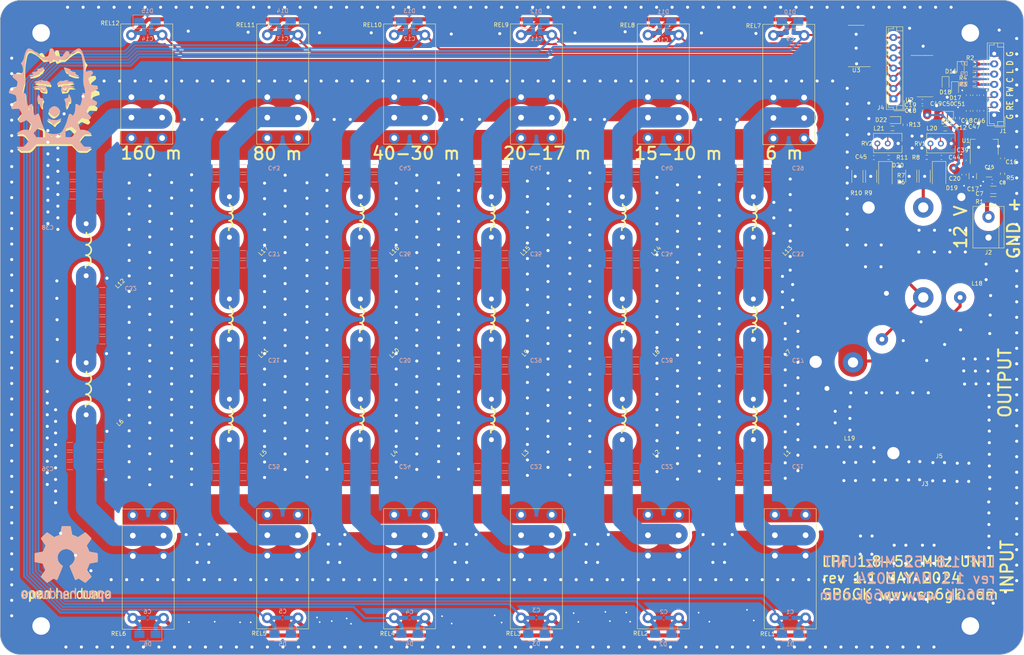
<source format=kicad_pcb>
(kicad_pcb (version 20221018) (generator pcbnew)
  (layers (0 "F.Cu" signal) (31 "B.Cu" signal) (34 "B.Paste" user) (35 "F.Paste" user) (36 "B.SilkS" user "B.Silkscreen") (37 "F.SilkS" user "F.Silkscreen") (38 "B.Mask" user) (39 "F.Mask" user) (44 "Edge.Cuts" user))
  (net 0 "")
  (net 1 "+12V")
  (net 2 "/6m_REL")
  (net 3 "/15-10m_REL")
  (net 4 "/20-17m")
  (net 5 "/40-30m_REL")
  (net 6 "/80m_REL")
  (net 7 "/160m_REL")
  (net 8 "GND")
  (net 9 "Net-(U1-VI)")
  (net 10 "+5V")
  (net 11 "Net-(C23-Pad1)")
  (net 12 "Net-(C21-Pad1)")
  (net 13 "Net-(C22-Pad1)")
  (net 14 "Net-(C28-Pad1)")
  (net 15 "Net-(C29-Pad1)")
  (net 16 "Net-(C30-Pad1)")
  (net 17 "Net-(C31-Pad1)")
  (net 18 "Net-(C35-Pad1)")
  (net 19 "Net-(C36-Pad1)")
  (net 20 "Net-(C37-Pad1)")
  (net 21 "Net-(C38-Pad1)")
  (net 22 "Net-(C42-Pad1)")
  (net 23 "Net-(C43-Pad1)")
  (net 24 "/LPF_OUT")
  (net 25 "Net-(C24-Pad1)")
  (net 26 "Net-(C25-Pad1)")
  (net 27 "Net-(C26-Pad1)")
  (net 28 "PWR_FWD")
  (net 29 "PWR_REF")
  (net 30 "Net-(C27-Pad1)")
  (net 31 "/LPF_IN")
  (net 32 "Net-(C32-Pad1)")
  (net 33 "Net-(C33-Pad1)")
  (net 34 "Net-(C34-Pad1)")
  (net 35 "Net-(C39-Pad1)")
  (net 36 "Net-(C40-Pad1)")
  (net 37 "Net-(C41-Pad1)")
  (net 38 "Net-(D19-K)")
  (net 39 "Net-(D20-K)")
  (net 40 "Net-(D16-A1)")
  (net 41 "Net-(D17-A1)")
  (net 42 "Net-(D18-A1)")
  (net 43 "Net-(D19-A)")
  (net 44 "Net-(D20-A)")
  (net 45 "Net-(J2-Pin_2)")
  (net 46 "Net-(J4-Pin_1)")
  (net 47 "Net-(J4-Pin_2)")
  (net 48 "Net-(J4-Pin_3)")
  (net 49 "Net-(J4-Pin_4)")
  (net 50 "Net-(J4-Pin_5)")
  (net 51 "Net-(J4-Pin_6)")
  (net 52 "Net-(J4-Pin_7)")
  (net 53 "Net-(J5-In)")
  (net 54 "Net-(L20-Pad1)")
  (net 55 "Net-(L20-Pad2)")
  (net 56 "Net-(L21-Pad1)")
  (net 57 "Net-(L21-Pad2)")
  (net 61 "SER_DATA")
  (net 62 "Clock")
  (net 63 "Latch")
  (footprint "Package_SO:SO-16_3.9x9.9mm_P1.27mm" (layer "F.Cu") (at 322.58 71.830154)
    (fp_text reference "U2")
    (fp_text value "74AHC595")
  )
  (footprint "LPF_Footprints:Coax_Mount" (layer "F.Cu") (at 331.6064 157.417154 180)
    (fp_text reference "J5")
    (fp_text value "RF output")
  )
  (footprint "Capacitor_SMD:C_0603_1608Metric_Pad1.08x0.95mm_HandSolder" (layer "F.Cu") (at 332.1304 95.934754 -90)
    (fp_text reference "C20")
    (fp_text value "100n")
  )
  (footprint "Resistor_SMD:R_0603_1608Metric_Pad0.98x0.95mm_HandSolder" (layer "F.Cu") (at 323.0157 91.654554 180)
    (fp_text reference "R8")
    (fp_text value "10k")
  )
  (footprint "Capacitor_SMD:C_0603_1608Metric_Pad1.08x0.95mm_HandSolder" (layer "F.Cu") (at 338.9884 97.611154 180)
    (fp_text reference "C8")
    (fp_text value "100n")
  )
  (footprint "LPF_Footprints:RM85_Relay" (layer "F.Cu") (at 227.6564 192.267154 90)
    (fp_text reference "REL3")
    (fp_text value "RM85")
  )
  (footprint "Capacitor_SMD:C_0603_1608Metric_Pad1.08x0.95mm_HandSolder" (layer "F.Cu") (at 336.4484 80.313754 -90)
    (fp_text reference "C46")
    (fp_text value "1u")
  )
  (footprint "LPF_Footprints:T94-Inductor" (layer "F.Cu") (at 280.6564 131.267154 -135)
    (fp_text reference "L7")
    (fp_text value "L")
  )
  (footprint "Resistor_SMD:R_0603_1608Metric_Pad0.98x0.95mm_HandSolder" (layer "F.Cu") (at 334.5161 71.449154 180)
    (fp_text reference "R4")
    (fp_text value "100")
  )
  (footprint "Potentiometer_THT:Potentiometer_Bourns_3266Y_Vertical" (layer "F.Cu") (at 323.9262 88.314754 180)
    (fp_text reference "RV1")
    (fp_text value "10k")
  )
  (footprint "Diode_SMD:D_SOD-323" (layer "F.Cu") (at 331.3018 69.879154 -90)
    (fp_text reference "D16")
    (fp_text value "SD12_SOD323")
  )
  (footprint "LPF_Footprints:T94-Inductor" (layer "F.Cu") (at 216.6564 131.267154 -135)
    (fp_text reference "L9")
    (fp_text value "L")
  )
  (footprint "Capacitor_SMD:C_0603_1608Metric_Pad1.08x0.95mm_HandSolder" (layer "F.Cu") (at 341.5284 91.921554 90)
    (fp_text reference "C16")
    (fp_text value "100n")
  )
  (footprint "LPF_Footprints:T94-Inductor" (layer "F.Cu") (at 152.6564 155.767154 -135)
    (fp_text reference "L5")
    (fp_text value "L")
  )
  (footprint "Diode_SMD:D_SOD-323" (layer "F.Cu") (at 327.6092 73.548754 -90)
    (fp_text reference "D18")
    (fp_text value "SD12_SOD323")
  )
  (footprint "Diode_SMD:D_SMA" (layer "F.Cu") (at 326.0344 96.201154 -90)
    (fp_text reference "D19")
    (fp_text value "Schottky")
  )
  (footprint "LPF_Footprints:RM85_Relay" (layer "F.Cu") (at 227.6564 73.767154 -90)
    (fp_text reference "REL9")
    (fp_text value "RM85")
  )
  (footprint "Diode_SMD:D_SOD-323" (layer "F.Cu") (at 327.9308 81.304354 180)
    (fp_text reference "D21")
    (fp_text value "SD12_SOD323")
  )
  (footprint "LPF_Footprints:T94-Inductor" (layer "F.Cu") (at 184.6564 155.767154 -135)
    (fp_text reference "L4")
    (fp_text value "L")
  )
  (footprint "Connector_JST:JST_EH_B7B-EH-A_1x07_P2.50mm_Vertical" (layer "F.Cu") (at 339.4964 81.340554 90)
    (fp_text reference "J1")
    (fp_text value "Conn_01x07")
  )
  (footprint "Capacitor_SMD:C_0603_1608Metric_Pad1.08x0.95mm_HandSolder" (layer "F.Cu") (at 333.1972 76.503754 90)
    (fp_text reference "C49")
    (fp_text value "1u")
  )
  (footprint "Resistor_SMD:R_0603_1608Metric_Pad0.98x0.95mm_HandSolder" (layer "F.Cu") (at 330.5302 82.091754 -90)
    (fp_text reference "R12")
    (fp_text value "100")
  )
  (footprint "Capacitor_SMD:C_0603_1608Metric_Pad1.08x0.95mm_HandSolder" (layer "F.Cu") (at 321.9474 78.027754 180)
    (fp_text reference "C19")
    (fp_text value "1u")
  )
  (footprint "Capacitor_SMD:C_0603_1608Metric_Pad1.08x0.95mm_HandSolder" (layer "F.Cu") (at 336.3976 76.503754 90)
    (fp_text reference "C51")
    (fp_text value "10n")
  )
  (footprint "Connector_JST:JST_EH_B7B-EH-A_1x07_P2.50mm_Vertical" (layer "F.Cu") (at 314.8632 77.374354 90)
    (fp_text reference "J4")
    (fp_text value "Conn_01x07")
  )
  (footprint "LPF_Footprints:RM85_Relay" (layer "F.Cu") (at 196.6564 73.767154 -90)
    (fp_text reference "REL10")
    (fp_text value "RM85")
  )
  (footprint "LPF_Footprints:RM85_Relay" (layer "F.Cu") (at 258.6564 73.767154 -90)
    (fp_text reference "REL8")
    (fp_text value "RM85")
  )
  (footprint "Diode_SMD:D_SOD-323" (layer "F.Cu") (at 329.9206 74.801954 -90)
    (fp_text reference "D17")
    (fp_text value "SD12_SOD323")
  )
  (footprint "Resistor_SMD:R_1206_3216Metric_Pad1.30x1.75mm_HandSolder" (layer "F.Cu") (at 339.2424 102.183154)
    (fp_text reference "R1")
    (fp_text value "10")
  )
  (footprint "Capacitor_SMD:C_0603_1608Metric_Pad1.08x0.95mm_HandSolder" (layer "F.Cu") (at 326.5932 91.705354)
    (fp_text reference "C44")
    (fp_text value "100n")
  )
  (footprint "Capacitor_SMD:C_1206_3216Metric_Pad1.33x1.80mm_HandSolder" (layer "F.Cu") (at 339.2932 99.643154 180)
    (fp_text reference "C7")
    (fp_text value "10u")
  )
  (footprint "LPF_Footprints:T94-Inductor" (layer "F.Cu") (at 248.6564 155.767154 -135)
    (fp_text reference "L2")
    (fp_text value "L")
  )
  (footprint "Package_TO_SOT_SMD:SOT-223-3_TabPin2" (layer "F.Cu") (at 337.0466 89.177954 90)
    (fp_text reference "U1")
    (fp_text value "AMS1117-5")
  )
  (footprint "Resistor_SMD:R_2010_5025Metric_Pad1.40x2.65mm_HandSolder" (layer "F.Cu") (at 322.5038 96.328154 -90)
    (fp_text reference "R6")
    (fp_text value "100")
  )
  (footprint "Capacitor_SMD:C_0603_1608Metric_Pad1.08x0.95mm_HandSolder" (layer "F.Cu") (at 334.7974 80.313754 -90)
    (fp_text reference "C47")
    (fp_text value "100n")
  )
  (footprint "LPF_Footprints:RM85_Relay" (layer "F.Cu") (at 289.6564 192.267154 90)
    (fp_text reference "REL1")
    (fp_text value "RM85")
  )
  (footprint "Diode_SMD:D_SOD-323" (layer "F.Cu") (at 315.0546 82.574354 180)
    (fp_text reference "D22")
    (fp_text value "SD12_SOD323")
  )
  (footprint "Capacitor_SMD:C_1206_3216Metric" (layer "F.Cu") (at 338.2264 95.579154 180)
    (fp_text reference "C15")
    (fp_text value "10u")
  )
  (footprint "Capacitor_SMD:C_0603_1608Metric_Pad1.08x0.95mm_HandSolder" (layer "F.Cu") (at 332.1304 92.429554 90)
    (fp_text reference "C39")
    (fp_text value "100n")
  )
  (footprint "LPF_Footprints:RM85_Relay" (layer "F.Cu") (at 289.306 73.862154 -90)
    (fp_text reference "REL7")
    (fp_text value "RM85")
  )
  (footprint "LPF_Footprints:RM85_Relay" (layer "F.Cu") (at 258.6564 192.267154 90)
    (fp_text reference "REL2")
    (fp_text value "RM85")
  )
  (footprint "LPF_Footprints:T94-Inductor" (layer "F.Cu") (at 216.6564 106.267154 -135)
    (fp_text reference "L15")
    (fp_text value "L")
  )
  (footprint "Inductor_SMD:L_0805_2012Metric_Pad1.05x1.20mm_HandSolder" (layer "F.Cu") (at 327.533 84.657154)
    (fp_text reference "L20")
    (fp_text value "100u")
  )
  (footprint "Symbol:OSHW-Logo2_24.3x20mm_SilkScreen" (layer "F.Cu") (at 112.776 191.108554)
    (fp_text reference "REF**" hide)
    (fp_text value "OSHW-Logo2_24.3x20mm_SilkScreen" hide)
  )
  (footprint "Capacitor_SMD:C_0603_1608Metric_Pad1.08x0.95mm_HandSolder" (layer "F.Cu") (at 333.1718 80.339154 -90)
    (fp_text reference "C48")
    (fp_text value "10n")
  )
  (footprint "Resistor_SMD:R_0603_1608Metric_Pad0.98x0.95mm_HandSolder" (layer "F.Cu") (at 334.5669 68.883754 180)
    (fp_text reference "R2")
    (fp_text value "100")
  )
  (footprint "LPF_Footprints:RM85_Relay" (layer "F.Cu") (at 132.8074 192.367354 90)
    (fp_text reference "REL6")
    (fp_text value "RM85")
  )
  (footprint "LPF_Footprints:RM85_Relay" (layer "F.Cu") (at 196.6564 192.267154 90)
    (fp_text reference "REL4")
    (fp_text value "RM85")
  )
  (footprint "Resistor_SMD:R_2010_5025Metric_Pad1.40x2.65mm_HandSolder" (layer "F.Cu") (at 306.07 96.341154 90)
    (fp_text reference "R10")
    (fp_text value "100")
  )
  (footprint "Inductor_SMD:L_0805_2012Metric_Pad1.05x1.20mm_HandSolder" (layer "F.Cu") (at 314.6482 84.606354)
    (fp_text reference "L21")
    (fp_text value "100u")
  )
  (footprint "LPF_Footprints:Coax_Mount" (layer "F.Cu") (at 331.5064 180.467154 180)
    (fp_text reference "J3")
    (fp_text value " RF input")
  )
  (footprint "LPF_Footprints:RM85_Relay" (layer "F.Cu") (at 132.461 73.767154 -90)
    (fp_text reference "REL12")
    (fp_text value "RM85")
  )
  (footprint "Diode_SMD:D_SMA" (layer "F.Cu") (at 312.9026 96.214154 -90)
    (fp_text reference "D20")
    (fp_text value "Schottky")
  )
  (footprint "TerminalBlock:TerminalBlock_bornier-2_P5.08mm" (layer "F.Cu") (at 338.0994 111.301754 90)
    (fp_text reference "J2")
    (fp_text value "12V INPUT")
  )
  (footprint "Resistor_SMD:R_0603_1608Metric_Pad0.98x0.95mm_HandSolder" (layer "F.Cu") (at 334.4907 73.735154 180)
    (fp_text reference "R3")
    (fp_text value "100")
  )
  (footprint "LPF_Footprints:T106-Inductor" (layer "F.Cu") (at 117.6564 148.267154 -135)
    (fp_text reference "L6")
    (fp_text value "L")
  )
  (footprint "LPF_Footprints:RM85_Relay" (layer "F.Cu") (at 165.6564 192.267154 90)
    (fp_text reference "REL5")
    (fp_text value "RM85")
  )
  (footprint "Capacitor_SMD:C_0603_1608Metric_Pad1.08x0.95mm_HandSolder" (layer "F.Cu") (at 310.0832 91.743754 180)
    (fp_text reference "C45")
    (fp_text value "100n")
  )
  (footprint "Custom_Ferrites_FT:T94-SWR_TRAFO" (layer "F.Cu") (at 312.7756 149.604954 135)
    (fp_text reference "L19")
    (fp_text value "FT82-61 30T 1T-RG213 coax")
  )
  (footprint "Capacitor_SMD:C_1206_3216Metric_Pad1.33x1.80mm_HandSolder" (layer "F.Cu") (at 334.264 96.290354 -90)
    (fp_text reference "C17")
    (fp_text value "10u")
  )
  (footprint "LPF_Footprints:T94-Inductor" (layer "F.Cu") (at 280.6564 155.767154 -135)
    (fp_text reference "L1")
    (fp_text value "L")
  )
  (footprint "LPF_Footprints:T94-Inductor" (layer "F.Cu") (at 248.6564 106.267154 -135)
    (fp_text reference "L14")
    (fp_text value "L")
  )
  (footprint "Custom_Ferrites_FT:T94-SWR_TRAFO" (layer "F.Cu") (at 322.1656 114.933954 -90)
    (fp_text reference "L18")
    (fp_text value "FT50-61 30T 1T RG-142 coax")
  )
  (footprint "LPF_Footprints:T94-Inductor" (layer "F.Cu") (at 216.6564 155.767154 -135)
    (fp_text reference "L3")
    (fp_text value "L")
  )
  (footprint "silkscreen_logo" (layer "F.Cu") (at 109.7534 78.053154)
    (fp_text reference "G***" hide)
    (fp_text value "LOGO" hide)
  )
  (footprint "Resistor_SMD:R_2010_5025Metric_Pad1.40x2.65mm_HandSolder" (layer "F.Cu") (at 309.4228 96.341154 90)
    (fp_text reference "R9")
    (fp_text value "100")
  )
  (footprint "Resistor_SMD:R_0603_1608Metric_Pad0.98x0.95mm_HandSolder" (layer "F.Cu") (at 341.5284 95.680754 90)
    (fp_text reference "R5")
    (fp_text value "100")
  )
  (footprint "LPF_Footprints:T94-Inductor" (layer "F.Cu") (at 152.6564 106.267154 -135)
    (fp_text reference "L17")
    (fp_text value "L")
  )
  (footprint "LPF_Footprints:T94-Inductor" (layer "F.Cu") (at 184.6564 106.267154 -135)
    (fp_text reference "L16")
    (fp_text value "L")
  )
  (footprint "Potentiometer_THT:Potentiometer_Bourns_3266Y_Vertical" (layer "F.Cu") (at 310.9468 88.289354 180)
    (fp_text reference "RV2")
    (fp_text value "10k")
  )
  (footprint "LPF_Footprints:T94-Inductor" (layer "F.Cu") (at 152.6564 131.267154 -135)
    (fp_text reference "L11")
    (fp_text value "L")
  )
  (footprint "Capacitor_SMD:C_0603_1608Metric_Pad1.08x0.95mm_HandSolder" (layer "F.Cu") (at 321.9728 79.627954 180)
    (fp_text reference "C18")
    (fp_text value "100n")
  )
  (footprint "Resistor_SMD:R_0603_1608Metric_Pad0.98x0.95mm_HandSolder" (layer "F.Cu") (at 317.7286 83.742754 -90)
    (fp_text reference "R13")
    (fp_text value "100")
  )
  (footprint "LPF_Footprints:RM85_Relay" (layer "F.Cu") (at 165.6564 73.767154 -90)
    (fp_text reference "REL11")
    (fp_text value "RM85")
  )
  (footprint "Capacitor_SMD:C_0603_1608Metric_Pad1.08x0.95mm_HandSolder" (layer "F.Cu") (at 334.772 76.503754 90)
    (fp_text reference "C50")
    (fp_text value "100n")
  )
  (footprint "LPF_Footprints:T94-Inductor" (layer "F.Cu") (at 280.6564 106.267154 -135)
    (fp_text reference "L13")
    (fp_text value "L")
  )
  (footprint "LPF_Footprints:T94-Inductor" (layer "F.Cu") (at 184.6564 131.267154 -135)
    (fp_text reference "L10")
    (fp_text value "L")
  )
  (footprint "LPF_Footprints:T94-Inductor" (layer "F.Cu") (at 248.6564 131.267154 -135)
    (fp_text reference "L8")
    (fp_text value "L")
  )
  (footprint "Resistor_SMD:R_0603_1608Metric_Pad0.98x0.95mm_HandSolder" (layer "F.Cu") (at 313.69 91.692954)
    (fp_text reference "R11")
    (fp_text value "10k")
  )
  (footprint "Package_SO:SO-16_3.9x9.9mm_P1.27mm" (layer "F.Cu") (at 305.7906 64.464154 180)
    (fp_text reference "U3")
    (fp_text value "ULN2003")
  )
  (footprint "Resistor_SMD:R_2010_5025Metric_Pad1.40x2.65mm_HandSolder" (layer "F.Cu") (at 319.2272 96.264954 -90)
    (fp_text reference "R7")
    (fp_text value "100")
  )
  (footprint "LPF_Footprints:T106-Inductor" (layer "F.Cu") (at 117.6564 114.267154 -135)
    (fp_text reference "L12")
    (fp_text value "L")
  )
  (footprint "LPF_Footprints:6x1206" (layer "B.Cu") (at 119.1564 123.267154)
    (fp_text reference "C32")
    (fp_text value "C_Small")
  )
  (footprint "LPF_Footprints:4x1206_2" (layer "B.Cu") (at 152.6564 166.267154)
    (fp_text reference "C25")
    (fp_text value "834p")
  )
  (footprint "LPF_Footprints:4x1206_2" (layer "B.Cu") (at 152.6564 93.267154)
    (fp_text reference "C43")
    (fp_text value "834p" hide)
  )
  (footprint "LPF_Footprints:4x1206_2" (layer "B.Cu") (at 248.6564 166.267154)
    (fp_text reference "C22")
    (fp_text value "123p" hide)
  )
  (footprint "Diode_SMD:D_SMA" (layer "B.Cu") (at 132.6108 58.545954)
    (fp_text reference "D15")
    (fp_text value "1N4007")
  )
  (footprint "LPF_Footprints:6x1206" (layer "B.Cu") (at 117.6564 109.267154 180)
    (fp_text reference "C38")
    (fp_text value "C_Small")
  )
  (footprint "LPF_Footprints:4x1206_2" (layer "B.Cu") (at 280.6564 166.267154)
    (fp_text reference "C21")
    (fp_text value "71p" hide)
  )
  (footprint "Diode_SMD:D_SMA" (layer "B.Cu") (at 132.6564 208.267154 180)
    (fp_text reference "D6")
    (fp_text value "1N4007")
  )
  (footprint "LPF_Footprints:4x1206_2" (layer "B.Cu") (at 152.6564 140.267154)
    (fp_text reference "C31")
    (fp_text value "834p" hide)
  )
  (footprint "Diode_SMD:D_SOD-323" (layer "B.Cu") (at 335.281 73.790754 180)
    (fp_text reference "D8")
    (fp_text value "SD12_SOD323")
  )
  (footprint "Capacitor_SMD:C_0603_1608Metric_Pad1.08x0.95mm_HandSolder" (layer "B.Cu") (at 132.6564 204.267154 180)
    (fp_text reference "C6")
    (fp_text value "100n")
  )
  (footprint "Diode_SMD:D_SMA" (layer "B.Cu") (at 227.6108 58.545954)
    (fp_text reference "D12")
    (fp_text value "1N4007")
  )
  (footprint "LPF_Footprints:4x1206_2" (layer "B.Cu") (at 248.6564 140.267154)
    (fp_text reference "C28")
    (fp_text value "218p" hide)
  )
  (footprint "LPF_Footprints:4x1206_2" (layer "B.Cu") (at 280.6564 140.267154)
    (fp_text reference "C27")
    (fp_text value "127p" hide)
  )
  (footprint "LPF_Footprints:4x1206_2" (layer "B.Cu") (at 184.6564 140.267154)
    (fp_text reference "C30")
    (fp_text value "635p")
  )
  (footprint "Capacitor_SMD:C_0603_1608Metric_Pad1.08x0.95mm_HandSolder" (layer "B.Cu") (at 258.6564 61.267154)
    (fp_text reference "C10")
    (fp_text value "100n")
  )
  (footprint "LPF_Footprints:4x1206_2" (layer "B.Cu") (at 216.6564 140.267154)
    (fp_text reference "C29")
    (fp_text value "360p" hide)
  )
  (footprint "silkscreen_logo" (layer "B.Cu") (at 109.981999 77.586621 180)
    (fp_text reference "G***" hide)
    (fp_text value "LOGO" hide)
  )
  (footprint "LPF_Footprints:4x1206_2" (layer "B.Cu") (at 216.6564 93.267154)
    (fp_text reference "C41")
    (fp_text value "203p" hide)
  )
  (footprint "Diode_SMD:D_SMA" (layer "B.Cu") (at 258.6564 208.267154 180)
    (fp_text reference "D2")
    (fp_text value "1N4007")
  )
  (footprint "LPF_Footprints:4x1206_2" (layer "B.Cu") (at 184.6564 93.267154)
    (fp_text reference "C42")
    (fp_text value "357p" hide)
  )
  (footprint "LPF_Footprints:4x1206_2" (layer "B.Cu") (at 216.6564 114.267154)
    (fp_text reference "C35")
    (fp_text value "360p")
  )
  (footprint "Capacitor_SMD:C_0603_1608Metric_Pad1.08x0.95mm_HandSolder" (layer "B.Cu") (at 227.6348 204.267154 180)
    (fp_text reference "C3")
    (fp_text value "100n")
  )
  (footprint "Diode_SMD:D_SOD-323" (layer "B.Cu") (at 335.3318 71.326954 180)
    (fp_text reference "D9")
    (fp_text value "SD12_SOD323")
  )
  (footprint "LPF_Footprints:4x1206_2" (layer "B.Cu") (at 184.6564 166.267154)
    (fp_text reference "C24")
    (fp_text value "357p")
  )
  (footprint "LPF_Footprints:6x1206" (layer "B.Cu") (at 117.6564 168.267154 180)
    (fp_text reference "C26")
    (fp_text value "C_Small")
  )
  (footprint "Diode_SMD:D_SMA" (layer "B.Cu") (at 196.6108 58.545954)
    (fp_text reference "D13")
    (fp_text value "1N4007")
  )
  (footprint "Diode_SMD:D_SMA" (layer "B.Cu") (at 165.6108 58.545954)
    (fp_text reference "D14")
    (fp_text value "1N4007")
  )
  (footprint "Diode_SMD:D_SMA" (layer "B.Cu") (at 289.6616 208.267154 180)
    (fp_text reference "D1")
    (fp_text value "1N4007")
  )
  (footprint "Capacitor_SMD:C_0603_1608Metric_Pad1.08x0.95mm_HandSolder" (layer "B.Cu") (at 165.6564 61.267154)
    (fp_text reference "C13")
    (fp_text value "100n")
  )
  (footprint "Diode_SMD:D_SMA" (layer "B.Cu") (at 165.6564 208.267154 180)
    (fp_text reference "D5")
    (fp_text value "1N4007")
  )
  (footprint "Capacitor_SMD:C_0603_1608Metric_Pad1.08x0.95mm_HandSolder" (layer "B.Cu") (at 289.6108 204.267154 180)
    (fp_text reference "C1")
    (fp_text value "100n")
  )
  (footprint "Capacitor_SMD:C_0603_1608Metric_Pad1.08x0.95mm_HandSolder" (layer "B.Cu") (at 196.6564 204.267154 180)
    (fp_text reference "C4")
    (fp_text value "100n")
  )
  (footprint "Symbol:OSHW-Logo2_24.3x20mm_SilkScreen" (layer "B.Cu") (at 112.776 191.108554 180)
    (fp_text reference "REF**" hide)
    (fp_text value "OSHW-Logo2_24.3x20mm_SilkScreen" hide)
  )
  (footprint "Diode_SMD:D_SMA" (layer "B.Cu") (at 227.6564 208.267154 180)
    (fp_text reference "D3")
    (fp_text value "1N4007")
  )
  (footprint "LPF_Footprints:4x1206_2" (layer "B.Cu") (at 280.6564 114.267154)
    (fp_text reference "C33")
    (fp_text value "127p" hide)
  )
  (footprint "Capacitor_SMD:C_0603_1608Metric_Pad1.08x0.95mm_HandSolder" (layer "B.Cu") (at 258.7752 204.267154 180)
    (fp_text reference "C2")
    (fp_text value "100n")
  )
  (footprint "Diode_SMD:D_SMA" (layer "B.Cu") (at 196.6564 208.267154 180)
    (fp_text reference "D4")
    (fp_text value "1N4007")
  )
  (footprint "LPF_Footprints:4x1206_2" (layer "B.Cu") (at 280.6564 93.267154)
    (fp_text reference "C39")
    (fp_text value "71p" hide)
  )
  (footprint "LPF_Footprints:4x1206_2" (layer "B.Cu") (at 248.6564 93.267154)
    (fp_text reference "C40")
    (fp_text value "123p" hide)
  )
  (footprint "LPF_Footprints:4x1206_2" (layer "B.Cu") (at 184.6564 114.267154)
    (fp_text reference "C36")
    (fp_text value "635p")
  )
  (footprint "Diode_SMD:D_SMA" (layer "B.Cu") (at 258.6108 58.545954)
    (fp_text reference "D11")
    (fp_text value "1N4007")
  )
  (footprint "LPF_Footprints:4x1206_2" (layer "B.Cu") (at 248.6564 114.267154)
    (fp_text reference "C34")
    (fp_text value "218p")
  )
  (footprint "Diode_SMD:D_SMA" (layer "B.Cu") (at 289.6108 58.545954)
    (fp_text reference "D10")
    (fp_text value "1N4007")
  )
  (footprint "Capacitor_SMD:C_0603_1608Metric_Pad1.08x0.95mm_HandSolder" (layer "B.Cu") (at 227.6564 61.267154)
    (fp_text reference "C11")
    (fp_text value "100n")
  )
  (footprint "LPF_Footprints:4x1206_2" (layer "B.Cu") (at 152.6564 114.267154)
    (fp_text reference "C37")
    (fp_text value "834p")
  )
  (footprint "Capacitor_SMD:C_0603_1608Metric_Pad1.08x0.95mm_HandSolder" (layer "B.Cu") (at 289.6564 61.267154)
    (fp_text reference "C9")
    (fp_text value "100n")
  )
  (footprint "Capacitor_SMD:C_0603_1608Metric_Pad1.08x0.95mm_HandSolder" (layer "B.Cu") (at 132.6564 61.267154)
    (fp_text reference "C14")
    (fp_text value "100n")
  )
  (footprint "LPF_Footprints:4x1206_2" (layer "B.Cu") (at 216.6564 166.267154)
    (fp_text reference "C23")
    (fp_text value "203p" hide)
  )
  (footprint "Diode_SMD:D_SOD-323" (layer "B.Cu") (at 335.3572 68.863154 180)
    (fp_text reference "D7")
    (fp_text value "SD12_SOD323")
  )
  (footprint "Capacitor_SMD:C_0603_1608Metric_Pad1.08x0.95mm_HandSolder" (layer "B.Cu") (at 165.6564 204.267154 180)
    (fp_text reference "C5")
    (fp_text value "100n")
  )
  (footprint "Capacitor_SMD:C_0603_1608Metric_Pad1.08x0.95mm_HandSolder" (layer "B.Cu") (at 196.6564 61.267154)
    (fp_text reference "C12")
    (fp_text value "100n")
  )
  (gr_arc (start 101.6564 213.267154) (mid 98.120866 211.802688) (end 96.6564 208.267154) (stroke (width 0.1)) (layer "Edge.Cuts"))
  (gr_arc (start 346.6564 207.267154) (mid 344.899041 211.509795) (end 340.6564 213.267154) (stroke (width 0.1)) (layer "Edge.Cuts"))
  (gr_line (start 340.6564 213.267154) (end 101.6564 213.267154) (stroke (width 0.1)) (layer "Edge.Cuts"))
  (gr_line (start 96.6564 208.267154) (end 96.6564 58.267154) (stroke (width 0.1)) (layer "Edge.Cuts"))
  (gr_line (start 346.6564 58.267154) (end 346.6564 207.267154) (stroke (width 0.1)) (layer "Edge.Cuts"))
  (gr_line (start 101.6564 53.267154) (end 341.6564 53.267154) (stroke (width 0.1)) (layer "Edge.Cuts"))
  (gr_arc (start 96.6564 58.267154) (mid 98.120866 54.73162) (end 101.6564 53.267154) (stroke (width 0.1)) (layer "Edge.Cuts"))
  (gr_arc (start 341.6564 53.267154) (mid 345.191934 54.73162) (end 346.6564 58.267154) (stroke (width 0.1)) (layer "Edge.Cuts"))
  (gr_text "LPF 1.8-52 MHz UNIT\nrev 1.1 MAY 2024\nSP6GK www.sp6gk.com" (at 340.0806 200.150954) (layer "B.SilkS") (effects (font (size 2.5 2.5) (thickness 0.4)) (justify left bottom mirror)))
  (gr_text "G RE FW C L D G" (at 344.2208 82.574354 90) (layer "F.SilkS") (effects (font (size 1.5 1.25) (thickness 0.25) bold) (justify left bottom)))
  (gr_text "40-30 m\n" (at 187.198 92.454954) (layer "F.SilkS") (effects (font (size 3 3) (thickness 0.5) bold) (justify left bottom)))
  (gr_text "OUTPUT\n" (at 343.8564 155.667154 90) (layer "F.SilkS") (effects (font (size 3 3) (thickness 0.5) bold) (justify left bottom)))
  (gr_text "80 m\n" (at 158.0642 92.556554) (layer "F.SilkS") (effects (font (size 3 3) (thickness 0.5) bold) (justify left bottom)))
  (gr_text "15-10 m\n" (at 251.2568 92.505754) (layer "F.SilkS") (effects (font (size 3 3) (thickness 0.5) bold) (justify left bottom)))
  (gr_text "6 m\n" (at 283.2862 92.404154) (layer "F.SilkS") (effects (font (size 3 3) (thickness 0.5) bold) (justify left bottom)))
  (gr_text "12 V" (at 333.0448 114.375154 90) (layer "F.SilkS") (effects (font (size 3 3) (thickness 0.5) bold) (justify left bottom)))
  (gr_text "160 m\n" (at 125.8062 92.404154) (layer "F.SilkS") (effects (font (size 3 3) (thickness 0.5) bold) (justify left bottom)))
  (gr_text "GND +\n" (at 345.9988 116.889754 90) (layer "F.SilkS") (effects (font (size 3 3) (thickness 0.5) bold) (justify left bottom)))
  (gr_text "LPF 1.8-52 MHz UNIT\nrev 1.1 MAY 2024\nSP6GK www.sp6gk.com" (at 297.1546 199.998554) (layer "F.SilkS") (effects (font (size 2.5 2.5) (thickness 0.4)) (justify left bottom)))
  (gr_text "20-17 m\n" (at 219.2274 92.454954) (layer "F.SilkS") (effects (font (size 3 3) (thickness 0.5) bold) (justify left bottom)))
  (gr_text "INPUT" (at 344.4064 198.567154 90) (layer "F.SilkS") (effects (font (size 3 3) (thickness 0.5) bold) (justify left bottom)))
  (segment (start 335.9912 66.724754) (end 338.6836 64.032354) (width 1) (layer "F.Cu") (net 1))
  (segment (start 132.7372 57.936354) (end 128.9064 61.767154) (width 1) (layer "F.Cu") (net 1))
  (segment (start 168.7846 204.546754) (end 172.8454 208.607554) (width 1) (layer "F.Cu") (net 1))
  (segment (start 260.2214 57.937954) (end 256.1606 61.998754) (width 1) (layer "F.Cu") (net 1))
  (segment (start 329.5396 66.724754) (end 335.9912 66.724754) (width 1) (layer "F.Cu") (net 1))
  (segment (start 200.4826 204.723354) (end 204.2906 208.531354) (width 1) (layer "F.Cu") (net 1))
  (segment (start 321.31 208.583754) (end 140.723 208.583754) (width 1) (layer "F.Cu") (net 1))
  (segment (start 285.9064 61.767154) (end 287.468338 61.767154) (width 1) (layer "F.Cu") (net 1))
  (segment (start 262.4088 204.267154) (end 266.7492 208.607554) (width 1) (layer "F.Cu") (net 1))
  (segment (start 228.6238 57.937954) (end 224.563 61.998754) (width 1) (layer "F.Cu") (net 1))
  (segment (start 140.723 208.583754) (end 136.4064 204.267154) (width 1) (layer "F.Cu") (net 1))
  (segment (start 197.0008 57.963354) (end 192.94 62.024154) (width 1) (layer "F.Cu") (net 1))
  (segment (start 341.376 188.517754) (end 321.31 208.583754) (width 1) (layer "F.Cu") (net 1))
  (segment (start 291.299138 57.936354) (end 320.7512 57.936354) (width 1) (layer "F.Cu") (net 1))
  (segment (start 291.299138 57.936354) (end 132.7372 57.936354) (width 1) (layer "F.Cu") (net 1))
  (segment (start 301.1328 57.936354) (end 291.299138 57.936354) (width 0.75) (layer "F.Cu") (net 1))
  (segment (start 338.6836 64.032354) (end 342.0364 64.032354) (width 1) (layer "F.Cu") (net 1))
  (segment (start 303.2156 60.019154) (end 301.1328 57.936354) (width 0.75) (layer "F.Cu") (net 1))
  (segment (start 231.9544 204.902354) (end 235.6358 208.583754) (width 1) (layer "F.Cu") (net 1))
  (segment (start 320.7512 57.936354) (end 329.5396 66.724754) (width 1) (layer "F.Cu") (net 1))
  (segment (start 293.4222 204.267154) (end 297.7388 208.583754) (width 1) (layer "F.Cu") (net 1))
  (segment (start 342.0364 64.032354) (end 343.0082 65.004154) (width 1) (layer "F.Cu") (net 1))
  (segment (start 341.376 99.136254) (end 341.376 188.517754) (width 1) (layer "F.Cu") (net 1))
  (segment (start 287.468338 61.767154) (end 291.299138 57.936354) (width 1) (layer "F.Cu") (net 1))
  (segment (start 165.2762 57.963354) (end 161.2154 62.024154) (width 1) (layer "F.Cu") (net 1))
  (segment (start 341.1474 97.611154) (end 339.8509 97.611154) (width 1) (layer "F.Cu") (net 1))
  (segment (start 161.3186 61.946354) (end 161.2576 61.946354) (width 1) (layer "F.Cu") (net 1))
  (segment (start 343.0082 65.004154) (end 343.0082 95.750354) (width 1) (layer "F.Cu") (net 1))
  (segment (start 200.4064 204.723354) (end 200.4826 204.723354) (width 1) (layer "F.Cu") (net 1))
  (segment (start 343.0082 95.750354) (end 341.1474 97.611154) (width 1) (layer "F.Cu") (net 1))
  (segment (start 339.8509 97.611154) (end 341.376 99.136254) (width 1) (layer "F.Cu") (net 1))
  (segment (start 131.7939 61.267154) (end 131.7939 59.404654) (width 1) (layer "B.Cu") (net 1))
  (segment (start 288.7939 61.267154) (end 288.7939 59.404654) (width 1) (layer "B.Cu") (net 1))
  (segment (start 133.5189 204.267154) (end 136.4064 204.267154) (width 1) (layer "B.Cu") (net 1))
  (segment (start 129.4064 61.267154) (end 128.9064 61.767154) (width 1) (layer "B.Cu") (net 1))
  (segment (start 257.7939 61.267154) (end 257.7939 59.404654) (width 1) (layer "B.Cu") (net 1))
  (segment (start 229.6564 208.267154) (end 229.6564 206.017154) (width 1) (layer "B.Cu") (net 1))
  (segment (start 226.7939 59.404654) (end 225.6564 58.267154) (width 1) (layer "B.Cu") (net 1))
  (segment (start 166.5189 204.267154) (end 169.4064 204.267154) (width 1) (layer "B.Cu") (net 1))
  (segment (start 134.6564 208.267154) (end 134.6564 206.017154) (width 1) (layer "B.Cu") (net 1))
  (segment (start 291.6616 206.011954) (end 293.4064 204.267154) (width 1) (layer "B.Cu") (net 1))
  (segment (start 229.6564 206.017154) (end 231.4064 204.267154) (width 1) (layer "B.Cu") (net 1))
  (segment (start 195.7939 61.267154) (end 195.7939 59.404654) (width 1) (layer "B.Cu") (net 1))
  (segment (start 164.7939 61.267154) (end 162.4064 61.267154) (width 1) (layer "B.Cu") (net 1))
  (segment (start 193.4064 61.267154) (end 192.9064 61.767154) (width 1) (layer "B.Cu") (net 1))
  (segment (start 134.6564 206.017154) (end 136.4064 204.267154) (width 1) (layer "B.Cu") (net 1))
  (segment (start 291.6616 208.267154) (end 291.6616 206.011954) (width 1) (layer "B.Cu") (net 1))
  (segment (start 131.7939 59.404654) (end 130.6564 58.267154) (width 1) (layer "B.Cu") (net 1))
  (segment (start 290.4733 204.267154) (end 293.4064 204.267154) (width 1) (layer "B.Cu") (net 1))
  (segment (start 198.6564 206.017154) (end 200.4064 204.267154) (width 1) (layer "B.Cu") (net 1))
  (segment (start 167.6564 208.267154) (end 167.6564 206.017154) (width 1) (layer "B.Cu") (net 1))
  (segment (start 224.4064 61.267154) (end 223.9064 61.767154) (width 1) (layer "B.Cu") (net 1))
  (segment (start 286.4064 61.267154) (end 285.9064 61.767154) (width 1) (layer "B.Cu") (net 1))
  (segment (start 164.7939 59.404654) (end 163.6564 58.267154) (width 1) (layer "B.Cu") (net 1))
  (segment (start 257.7939 59.404654) (end 256.6564 58.267154) (width 1) (layer "B.Cu") (net 1))
  (segment (start 195.7939 61.267154) (end 193.4064 61.267154) (width 1) (layer "B.Cu") (net 1))
  (segment (start 164.7939 61.267154) (end 164.7939 59.404654) (width 1) (layer "B.Cu") (net 1))
  (segment (start 226.7939 61.267154) (end 224.4064 61.267154) (width 1) (layer "B.Cu") (net 1))
  (segment (start 288.7939 61.267154) (end 286.4064 61.267154) (width 1) (layer "B.Cu") (net 1))
  (segment (start 288.7939 59.404654) (end 287.6564 58.267154) (width 1) (layer "B.Cu") (net 1))
  (segment (start 260.6564 208.267154) (end 260.6564 206.017154) (width 1) (layer "B.Cu") (net 1))
  (segment (start 260.6564 206.017154) (end 262.4064 204.267154) (width 1) (layer "B.Cu") (net 1))
  (segment (start 197.5189 204.267154) (end 200.4064 204.267154) (width 1) (layer "B.Cu") (net 1))
  (segment (start 226.7939 61.267154) (end 226.7939 59.404654) (width 1) (layer "B.Cu") (net 1))
  (segment (start 259.6377 204.267154) (end 262.4064 204.267154) (width 1) (layer "B.Cu") (net 1))
  (segment (start 195.7939 59.404654) (end 194.6564 58.267154) (width 1) (layer "B.Cu") (net 1))
  (segment (start 162.4064 61.267154) (end 161.9064 61.767154) (width 1) (layer "B.Cu") (net 1))
  (segment (start 255.4064 61.267154) (end 254.9064 61.767154) (width 1) (layer "B.Cu") (net 1))
  (segment (start 228.4973 204.267154) (end 231.4064 204.267154) (width 1) (layer "B.Cu") (net 1))
  (segment (start 131.7939 61.267154) (end 129.4064 61.267154) (width 1) (layer "B.Cu") (net 1))
  (segment (start 257.7939 61.267154) (end 255.4064 61.267154) (width 1) (layer "B.Cu") (net 1))
  (segment (start 198.6564 208.267154) (end 198.6564 206.017154) (width 1) (layer "B.Cu") (net 1))
  (segment (start 167.6564 206.017154) (end 169.4064 204.267154) (width 1) (layer "B.Cu") (net 1))
  (segment (start 293.4064 61.767154) (end 295.9308 61.767154) (width 0.5) (layer "F.Cu") (net 2))
  (segment (start 296.7228 62.559154) (end 303.2156 62.559154) (width 0.5) (layer "F.Cu") (net 2))
  (segment (start 295.9308 61.767154) (end 296.7228 62.559154) (width 0.5) (layer "F.Cu") (net 2))
  (segment (start 106.0002 74.515904) (end 111.25655 69.259554) (width 0.5) (layer "B.Cu") (net 2))
  (segment (start 285.9064 204.267154) (end 285.9064 202.672754) (width 0.5) (layer "B.Cu") (net 2))
  (segment (start 290.5189 59.404654) (end 291.6564 58.267154) (width 1) (layer "B.Cu") (net 2))
  (segment (start 287.6616 206.022354) (end 285.9064 204.267154) (width 1) (layer "B.Cu") (net 2))
  (segment (start 290.5189 61.267154) (end 292.9064 61.267154) (width 1) (layer "B.Cu") (net 2))
  (segment (start 111.25655 69.259554) (end 128.529748 69.259554) (width 0.5) (layer "B.Cu") (net 2))
  (segment (start 128.529748 69.259554) (end 130.64095 67.148354) (width 0.5) (layer "B.Cu") (net 2))
  (segment (start 288.7483 204.267154) (end 285.9064 204.267154) (width 1) (layer "B.Cu") (net 2))
  (segment (start 130.64095 67.148354) (end 230.291223 67.148354) (width 0.5) (layer "B.Cu") (net 2))
  (segment (start 106.0002 192.562354) (end 106.0002 74.515904) (width 0.5) (layer "B.Cu") (net 2))
  (segment (start 292.9064 61.267154) (end 293.4064 61.767154) (width 1) (layer "B.Cu") (net 2))
  (segment (start 230.291223 67.148354) (end 231.781624 65.657954) (width 0.5) (layer "B.Cu") (net 2))
  (segment (start 290.5189 61.267154) (end 290.5189 59.404654) (width 1) (layer "B.Cu") (net 2))
  (segment (start 112.9284 199.490554) (end 106.0002 192.562354) (width 0.5) (layer "B.Cu") (net 2))
  (segment (start 282.7242 199.490554) (end 112.9284 199.490554) (width 0.5) (layer "B.Cu") (net 2))
  (segment (start 289.5156 65.657954) (end 293.660631 61.512923) (width 0.5) (layer "B.Cu") (net 2))
  (segment (start 287.6616 208.267154) (end 287.6616 206.022354) (width 1) (layer "B.Cu") (net 2))
  (segment (start 231.781624 65.657954) (end 289.5156 65.657954) (width 0.5) (layer "B.Cu") (net 2))
  (segment (start 285.9064 202.672754) (end 282.7242 199.490554) (width 0.5) (layer "B.Cu") (net 2))
  (segment (start 303.2156 63.829154) (end 264.4684 63.829154) (width 0.5) (layer "F.Cu") (net 3))
  (segment (start 264.4684 63.829154) (end 262.4064 61.767154) (width 0.5) (layer "F.Cu") (net 3))
  (segment (start 256.6564 206.017154) (end 254.9064 204.267154) (width 1) (layer "B.Cu") (net 3))
  (segment (start 128.239798 68.559554) (end 110.9666 68.559554) (width 0.5) (layer "B.Cu") (net 3))
  (segment (start 251.9212 200.190554) (end 254.9064 203.175754) (width 0.5) (layer "B.Cu") (net 3))
  (segment (start 231.807674 64.641954) (end 230.001274 66.448354) (width 0.5) (layer "B.Cu") (net 3))
  (segment (start 105.3002 74.225954) (end 105.3002 192.903754) (width 0.5) (layer "B.Cu") (net 3))
  (segment (start 259.5189 59.404654) (end 260.6564 58.267154) (width 1) (layer "B.Cu") (net 3))
  (segment (start 110.9666 68.559554) (end 105.3002 74.225954) (width 0.5) (layer "B.Cu") (net 3))
  (segment (start 262.1256 62.047954) (end 259.5316 64.641954) (width 0.5) (layer "B.Cu") (net 3))
  (segment (start 112.587 200.190554) (end 251.9212 200.190554) (width 0.5) (layer "B.Cu") (net 3))
  (segment (start 230.001274 66.448354) (end 130.351 66.448354) (width 0.5) (layer "B.Cu") (net 3))
  (segment (start 257.9127 204.267154) (end 254.9064 204.267154) (width 1) (layer "B.Cu") (net 3))
  (segment (start 259.5316 64.641954) (end 231.807674 64.641954) (width 0.5) (layer "B.Cu") (net 3))
  (segment (start 259.5189 61.267154) (end 261.9064 61.267154) (width 1) (layer "B.Cu") (net 3))
  (segment (start 256.6564 208.267154) (end 256.6564 206.017154) (width 1) (layer "B.Cu") (net 3))
  (segment (start 261.9064 61.267154) (end 262.4064 61.767154) (width 1) (layer "B.Cu") (net 3))
  (segment (start 259.5189 61.267154) (end 259.5189 59.404654) (width 1) (layer "B.Cu") (net 3))
  (segment (start 130.351 66.448354) (end 128.239798 68.559554) (width 0.5) (layer "B.Cu") (net 3))
  (segment (start 254.9064 203.175754) (end 254.9064 204.267154) (width 0.5) (layer "B.Cu") (net 3))
  (segment (start 105.3002 192.903754) (end 112.587 200.190554) (width 0.5) (layer "B.Cu") (net 3))
  (segment (start 303.2156 65.099154) (end 301.2186 65.099154) (width 0.5) (layer "F.Cu") (net 4))
  (segment (start 300.6486 64.529154) (end 234.728 64.529154) (width 0.5) (layer "F.Cu") (net 4))
  (segment (start 301.2186 65.099154) (end 300.6486 64.529154) (width 0.5) (layer "F.Cu") (net 4))
  (segment (start 234.728 64.529154) (end 232.0868 61.887954) (width 0.5) (layer "F.Cu") (net 4))
  (segment (start 225.6564 208.267154) (end 225.6564 206.017154) (width 1) (layer "B.Cu") (net 4))
  (segment (start 112.271 200.890554) (end 104.6002 193.219754) (width 0.5) (layer "B.Cu") (net 4))
  (segment (start 110.676 67.859554) (end 127.949849 67.859554) (width 0.5) (layer "B.Cu") (net 4))
  (segment (start 130.06105 65.748354) (end 228.2264 65.748354) (width 0.5) (layer "B.Cu") (net 4))
  (segment (start 230.9064 61.267154) (end 231.4064 61.767154) (width 1) (layer "B.Cu") (net 4))
  (segment (start 104.6002 193.219754) (end 104.6002 73.935354) (width 0.5) (layer "B.Cu") (net 4))
  (segment (start 228.5189 59.404654) (end 229.6564 58.267154) (width 1) (layer "B.Cu") (net 4))
  (segment (start 224.4344 204.370554) (end 220.9544 200.890554) (width 0.5) (layer "B.Cu") (net 4))
  (segment (start 228.5189 61.267154) (end 228.5189 59.404654) (width 1) (layer "B.Cu") (net 4))
  (segment (start 220.9544 200.890554) (end 112.271 200.890554) (width 0.5) (layer "B.Cu") (net 4))
  (segment (start 104.6002 73.935354) (end 110.676 67.859554) (width 0.5) (layer "B.Cu") (net 4))
  (segment (start 228.2264 65.748354) (end 232.0868 61.887954) (width 0.5) (layer "B.Cu") (net 4))
  (segment (start 225.6564 206.017154) (end 223.9064 204.267154) (width 1) (layer "B.Cu") (net 4))
  (segment (start 228.5189 61.267154) (end 230.9064 61.267154) (width 1) (layer "B.Cu") (net 4))
  (segment (start 226.7723 204.267154) (end 223.9064 204.267154) (width 1) (layer "B.Cu") (net 4))
  (segment (start 127.949849 67.859554) (end 130.06105 65.748354) (width 0.5) (layer "B.Cu") (net 4))
  (segment (start 300.35865 65.229154) (end 204.026 65.229154) (width 0.5) (layer "F.Cu") (net 5))
  (segment (start 204.026 65.229154) (end 200.54 61.743154) (width 0.5) (layer "F.Cu") (net 5))
  (segment (start 301.47325 66.343754) (end 300.35865 65.229154) (width 0.5) (layer "F.Cu") (net 5))
  (segment (start 303.1902 66.343754) (end 301.47325 66.343754) (width 0.5) (layer "F.Cu") (net 5))
  (segment (start 303.2156 66.369154) (end 303.1902 66.343754) (width 0.5) (layer "F.Cu") (net 5))
  (segment (start 111.9537 201.590554) (end 182.9734 201.590554) (width 0.5) (layer "B.Cu") (net 5))
  (segment (start 200.54 61.743154) (end 197.2348 65.048354) (width 0.5) (layer "B.Cu") (net 5))
  (segment (start 194.6564 208.267154) (end 194.6564 206.017154) (width 1) (layer "B.Cu") (net 5))
  (segment (start 129.7711 65.048354) (end 127.659899 67.159554) (width 0.5) (layer "B.Cu") (net 5))
  (segment (start 185.7026 204.319754) (end 192.652 204.319754) (width 0.5) (layer "B.Cu") (net 5))
  (segment (start 199.9064 61.267154) (end 200.4064 61.767154) (width 1) (layer "B.Cu") (net 5))
  (segment (start 197.5189 61.267154) (end 197.5189 59.404654) (width 1) (layer "B.Cu") (net 5))
  (segment (start 194.6564 206.017154) (end 192.9064 204.267154) (width 1) (layer "B.Cu") (net 5))
  (segment (start 195.7939 204.267154) (end 192.9064 204.267154) (width 1) (layer "B.Cu") (net 5))
  (segment (start 182.9734 201.590554) (end 185.7026 204.319754) (width 0.5) (layer "B.Cu") (net 5))
  (segment (start 197.5189 59.404654) (end 198.6564 58.267154) (width 1) (layer "B.Cu") (net 5))
  (segment (start 197.5189 61.267154) (end 199.9064 61.267154) (width 1) (layer "B.Cu") (net 5))
  (segment (start 110.3841 67.159554) (end 103.9002 73.643454) (width 0.5) (layer "B.Cu") (net 5))
  (segment (start 197.2348 65.048354) (end 129.7711 65.048354) (width 0.5) (layer "B.Cu") (net 5))
  (segment (start 103.9002 193.537054) (end 111.9537 201.590554) (width 0.5) (layer "B.Cu") (net 5))
  (segment (start 103.9002 73.643454) (end 103.9002 193.537054) (width 0.5) (layer "B.Cu") (net 5))
  (segment (start 127.659899 67.159554) (end 110.3841 67.159554) (width 0.5) (layer "B.Cu") (net 5))
  (segment (start 301.7787 67.639154) (end 303.2156 67.639154) (width 0.5) (layer "F.Cu") (net 6))
  (segment (start 300.0687 65.929154) (end 301.7787 67.639154) (width 0.5) (layer "F.Cu") (net 6))
  (segment (start 172.7404 65.929154) (end 300.0687 65.929154) (width 0.5) (layer "F.Cu") (net 6))
  (segment (start 168.7576 61.946354) (end 172.7404 65.929154) (width 0.5) (layer "F.Cu") (net 6))
  (segment (start 159.2284 202.290554) (end 111.663751 202.290554) (width 0.5) (layer "B.Cu") (net 6))
  (segment (start 103.2002 73.353504) (end 110.09415 66.459554) (width 0.5) (layer "B.Cu") (net 6))
  (segment (start 127.36995 66.459554) (end 129.54315 64.286354) (width 0.5) (layer "B.Cu") (net 6))
  (segment (start 103.2002 193.827004) (end 103.2002 73.353504) (width 0.5) (layer "B.Cu") (net 6))
  (segment (start 110.09415 66.459554) (end 127.36995 66.459554) (width 0.5) (layer "B.Cu") (net 6))
  (segment (start 164.7939 204.267154) (end 161.9064 204.267154) (width 1) (layer "B.Cu") (net 6))
  (segment (start 163.6564 206.017154) (end 161.9064 204.267154) (width 1) (layer "B.Cu") (net 6))
  (segment (start 166.4176 64.286354) (end 168.7576 61.946354) (width 0.5) (layer "B.Cu") (net 6))
  (segment (start 161.283 204.345154) (end 159.2284 202.290554) (width 0.5) (layer "B.Cu") (net 6))
  (segment (start 111.663751 202.290554) (end 103.2002 193.827004) (width 0.5) (layer "B.Cu") (net 6))
  (segment (start 166.5189 59.404654) (end 167.6564 58.267154) (width 1) (layer "B.Cu") (net 6))
  (segment (start 166.5189 61.267154) (end 168.9064 61.267154) (width 1) (layer "B.Cu") (net 6))
  (segment (start 168.9064 61.267154) (end 169.4064 61.767154) (width 1) (layer "B.Cu") (net 6))
  (segment (start 129.54315 64.286354) (end 166.4176 64.286354) (width 0.5) (layer "B.Cu") (net 6))
  (segment (start 166.5189 61.267154) (end 166.5189 59.404654) (width 1) (layer "B.Cu") (net 6))
  (segment (start 163.6564 208.267154) (end 163.6564 206.017154) (width 1) (layer "B.Cu") (net 6))
  (segment (start 299.77875 66.629154) (end 141.2684 66.629154) (width 0.5) (layer "F.Cu") (net 7))
  (segment (start 303.2156 68.909154) (end 302.05875 68.909154) (width 0.5) (layer "F.Cu") (net 7))
  (segment (start 141.2684 66.629154) (end 136.4064 61.767154) (width 0.5) (layer "F.Cu") (net 7))
  (segment (start 302.05875 68.909154) (end 299.77875 66.629154) (width 0.5) (layer "F.Cu") (net 7))
  (segment (start 136.4064 61.767154) (end 134.6564 63.517154) (width 0.5) (layer "B.Cu") (net 7))
  (segment (start 134.6564 63.517154) (end 129.3224 63.517154) (width 0.5) (layer "B.Cu") (net 7))
  (segment (start 129.3224 63.517154) (end 127.08 65.759554) (width 0.5) (layer "B.Cu") (net 7))
  (segment (start 109.8042 65.759554) (end 102.489 73.074754) (width 0.5) (layer "B.Cu") (net 7))
  (segment (start 130.6564 206.017154) (end 128.9064 204.267154) (width 1) (layer "B.Cu") (net 7))
  (segment (start 133.5189 61.267154) (end 135.9064 61.267154) (width 1) (layer "B.Cu") (net 7))
  (segment (start 127.6298 202.990554) (end 128.9064 204.267154) (width 0.5) (layer "B.Cu") (net 7))
  (segment (start 133.5189 61.267154) (end 133.5189 59.404654) (width 1) (layer "B.Cu") (net 7))
  (segment (start 133.5189 59.404654) (end 134.6564 58.267154) (width 1) (layer "B.Cu") (net 7))
  (segment (start 127.08 65.759554) (end 109.8042 65.759554) (width 0.5) (layer "B.Cu") (net 7))
  (segment (start 102.489 73.074754) (end 102.489 194.105754) (width 0.5) (layer "B.Cu") (net 7))
  (segment (start 131.7939 204.267154) (end 128.9064 204.267154) (width 1) (layer "B.Cu") (net 7))
  (segment (start 135.9064 61.267154) (end 136.4064 61.767154) (width 1) (layer "B.Cu") (net 7))
  (segment (start 111.373801 202.990554) (end 127.6298 202.990554) (width 0.5) (layer "B.Cu") (net 7))
  (segment (start 102.489 194.105754) (end 111.373801 202.990554) (width 0.5) (layer "B.Cu") (net 7))
  (segment (start 130.6564 208.267154) (end 130.6564 206.017154) (width 1) (layer "B.Cu") (net 7))
  (segment (start 305.7652 71.258354) (end 305.7064 71.317154) (width 0.75) (layer "F.Cu") (net 8))
  (segment (start 318.7192 60.019154) (end 318.8208 60.120754) (width 0.75) (layer "F.Cu") (net 8))
  (segment (start 318.8208 77.900754) (end 320.9579 77.900754) (width 1) (layer "F.Cu") (net 8))
  (segment (start 303.5808 94.182154) (end 302.895 94.867954) (width 1.5) (layer "F.Cu") (net 8))
  (segment (start 333.248 91.224754) (end 334.4024 92.379154) (width 1) (layer "F.Cu") (net 8))
  (segment (start 322.5038 93.928154) (end 322.2244 93.648754) (width 0.75) (layer "F.Cu") (net 8))
  (segment (start 327.4557 91.705354) (end 327.4557 92.326854) (width 0.5) (layer "F.Cu") (net 8))
  (segment (start 328.0156 76.986354) (end 328.0156 74.734354) (width 0.75) (layer "F.Cu") (net 8))
  (segment (start 341.5284 89.991154) (end 340.5124 88.975154) (width 0.75) (layer "F.Cu") (net 8))
  (segment (start 326.8808 81.804154) (end 326.3392 82.345754) (width 0.5) (layer "F.Cu") (net 8))
  (segment (start 333.2084 96.797254) (end 334.264 97.852854) (width 0.5) (layer "F.Cu") (net 8))
  (segment (start 333.248 90.449454) (end 332.1304 91.567054) (width 1) (layer "F.Cu") (net 8))
  (segment (start 328.9543 96.797254) (end 332.1304 96.797254) (width 0.25) (layer "F.Cu") (net 8))
  (segment (start 337.2104 99.643154) (end 336.1944 98.627154) (width 1) (layer "F.Cu") (net 8))
  (segment (start 305.7652 61.593954) (end 305.7652 71.258354) (width 1.5) (layer "F.Cu") (net 8))
  (segment (start 303.149 95.121954) (end 303.149 100.815982) (width 2) (layer "F.Cu") (net 8))
  (segment (start 308.3656 60.019154) (end 318.7192 60.019154) (width 0.75) (layer "F.Cu") (net 8))
  (segment (start 338.1259 99.247954) (end 337.7307 99.643154) (width 1) (layer "F.Cu") (net 8))
  (segment (start 325.5202 71.174554) (end 331.0564 71.174554) (width 0.75) (layer "F.Cu") (net 8))
  (segment (start 333.248 89.229154) (end 333.248 90.449454) (width 1) (layer "F.Cu") (net 8))
  (segment (start 309.3212 96.341154) (end 318.703986 96.341154) (width 0.5) (layer "F.Cu") (net 8))
  (segment (start 308.3656 60.019154) (end 306.832 60.019154) (width 0.75) (layer "F.Cu") (net 8))
  (segment (start 322.2244 93.648754) (end 322.2244 91.775754) (width 0.75) (layer "F.Cu") (net 8))
  (segment (start 329.1332 75.851954) (end 328.0156 74.734354) (width 0.75) (layer "F.Cu") (net 8))
  (segment (start 332.3855 81.201654) (end 331.9272 81.659954) (width 0.5) (layer "F.Cu") (net 8))
  (segment (start 337.7307 99.643154) (end 337.2104 99.643154) (width 1) (layer "F.Cu") (net 8))
  (segment (start 336.7514 97.532063) (end 336.828309 97.608972) (width 1) (layer "F.Cu") (net 8))
  (segment (start 302.895 101.069982) (end 303.5808 101.755782) (width 1.5) (layer "F.Cu") (net 8))
  (segment (start 305.7652 61.085954) (end 305.7652 61.593954) (width 0.75) (layer "F.Cu") (net 8))
  (segment (start 332.1304 96.797254) (end 333.2084 96.797254) (width 0.5) (layer "F.Cu") (net 8))
  (segment (start 318.703986 96.341154) (end 318.716986 96.328154) (width 0.25) (layer "F.Cu") (net 8))
  (segment (start 318.8208 77.900754) (end 318.8208 77.803954) (width 1) (layer "F.Cu") (net 8))
  (segment (start 333.248 89.229154) (end 333.248 91.224754) (width 1) (layer "F.Cu") (net 8))
  (segment (start 322.5038 96.328154) (end 328.4852 96.328154) (width 0.5) (layer "F.Cu") (net 8))
  (segment (start 322.2244 91.775754) (end 322.1032 91.654554) (width 0.75) (layer "F.Cu") (net 8))
  (segment (start 331.0564 71.174554) (end 331.3018 70.929154) (width 0.75) (layer "F.Cu") (net 8))
  (segment (start 326.8808 81.304354) (end 326.8808 81.804154) (width 0.5) (layer "F.Cu") (net 8))
  (segment (start 320.5515 80.186754) (end 321.1103 79.627954) (width 1) (layer "F.Cu") (net 8))
  (segment (start 338.1259 97.611154) (end 336.830491 97.611154) (width 1) (layer "F.Cu") (net 8))
  (segment (start 330.1492 75.851954) (end 329.1332 75.851954) (width 0.75) (layer "F.Cu") (net 8))
  (segment (start 318.77 80.186754) (end 320.5515 80.186754) (width 1) (layer "F.Cu") (net 8))
  (segment (start 332.1304 96.797254) (end 332.1304 98.627154) (width 1) (layer "F.Cu") (net 8))
  (segment (start 320.9579 77.900754) (end 321.0849 78.027754) (width 1) (layer "F.Cu") (net 8))
  (segment (start 336.830491 97.611154) (end 336.828309 97.608972) (width 1) (layer "F.Cu") (net 8))
  (segment (start 328.4852 96.328154) (end 328.9543 96.797254) (width 0.25) (layer "F.Cu") (net 8))
  (segment (start 306.832 60.019154) (end 305.7652 61.085954) (width 0.75) (layer "F.Cu") (net 8))
  (segment (start 338.1259 97.611154) (end 338.1259 99.247954) (width 1) (layer "F.Cu") (net 8))
  (segment (start 339.1494 81.262154) (end 339.4456 81.558354) (width 1) (layer "F.Cu") (net 8))
  (segment (start 318.8208 77.803954) (end 320.3702 76.254554) (width 1) (layer "F.Cu") (net 8))
  (segment (start 341.5284 91.059054) (end 341.5284 89.991154) (width 0.75) (layer "F.Cu") (net 8))
  (segment (start 336.7514 95.579154) (end 336.7514 97.532063) (width 1) (layer "F.Cu") (net 8))
  (segment (start 327.4557 92.326854) (end 327.9394 92.810554) (width 0.5) (layer "F.Cu") (net 8))
  (segment (start 333.1718 81.201654) (end 332.3855 81.201654) (width 0.5) (layer "F.Cu") (net 8))
  (via (at 335.661 83.336354) (size 1.5) (drill 0.75) (layers "F.Cu" "B.Cu") (net 8))
  (via (at 132.049004 54.989954) (size 1.5) (drill 0.75) (layers "F.Cu" "B.Cu") (net 8))
  (via (at 208.6356 156.581098) (size 1.5) (drill 0.75) (layers "F.Cu" "B.Cu") (net 8))
  (via (at 171.6024 169.848754) (size 1.5) (drill 0.75) (layers "F.Cu" "B.Cu") (net 8))
  (via (at 161.937116 211.403154) (size 1.5) (drill 0.75) (layers "F.Cu" "B.Cu") (net 8))
  (via (at 263.879432 194.943954) (size 1.5) (drill 0.75) (layers "F.Cu" "B.Cu") (net 8))
  (via (at 99.4664 139.39194) (size 1.5) (drill 0.75) (layers "F.Cu" "B.Cu") (net 8))
  (via (at 198.4248 122.550572) (size 1.5) (drill 0.75) (layers "F.Cu" "B.Cu") (net 8))
  (via (at 128.1684 139.605042) (size 1.5) (drill 0.75) (layers "F.Cu" "B.Cu") (net 8))
  (via (at 99.4664 146.965568) (size 1.5) (drill 0.75) (layers "F.Cu" "B.Cu") (net 8))
  (via (at 208.6356 133.860214) (size 1.5) (drill 0.75) (layers "F.Cu" "B.Cu") (net 8))
  (via (at 203.7588 116.833358) (size 1.5) (drill 0.75) (layers "F.Cu" "B.Cu") (net 8))
  (via (at 176.4792 141.433842) (size 1.5) (drill 0.75) (layers "F.Cu" "B.Cu") (net 8))
  (via (at 235.8136 104.964916) (size 1.5) (drill 0.75) (layers "F.Cu" "B.Cu") (net 8))
  (via (at 133.1976 152.794284) (size 1.5) (drill 0.75) (layers "F.Cu" "B.Cu") (net 8))
  (via (at 314.488464 199.817954) (size 1.5) (drill 0.75) (layers "F.Cu" "B.Cu") (net 8))
  (via (at 291.5412 138.002628) (size 1.5) (drill 0.75) (layers "F.Cu" "B.Cu") (net 8))
  (via (at 193.3956 132.082214) (size 1.5) (drill 0.75) (layers "F.Cu" "B.Cu") (net 8))
  (via (at 338.1 147.040954) (size 1.5) (drill 0.75) (layers "F.Cu" "B.Cu") (net 8))
  (via (at 327.3806 137.438354) (size 1.5) (drill 0.75) (layers "F.Cu" "B.Cu") (net 8))
  (via (at 338.4018 172.739986) (size 1.5) (drill 0.75) (layers "F.Cu" "B.Cu") (net 8))
  (via (at 176.78271 194.943954) (size 1.5) (drill 0.75) (layers "F.Cu" "B.Cu") (net 8))
  (via (at 242.6564 186.267154) (size 1.5) (drill 0.75) (layers "F.Cu" "B.Cu") (net 8))
  (via (at 267.462 138.131842) (size 1.5) (drill 0.75) (layers "F.Cu" "B.Cu") (net 8))
  (via (at 210.6564 186.267154) (size 1.5) (drill 0.75) (layers "F.Cu" "B.Cu") (net 8))
  (via (at 309.6564 184.267154) (size 1.5) (drill 0.75) (layers "F.Cu" "B.Cu") (net 8))
  (via (at 320.983304 211.403154) (size 1.5) (drill 0.75) (layers "F.Cu" "B.Cu") (net 8))
  (via (at 138.5316 124.356186) (size 1.5) (drill 0.75) (layers "F.Cu" "B.Cu") (net 8))
  (via (at 288.4424 139.859042) (size 1.5) (drill 0.75) (layers "F.Cu" "B.Cu") (net 8))
  (via (at 257.0988 160.954326) (size 1.5) (drill 0.75) (layers "F.Cu" "B.Cu") (net 8))
  (via (at 150.576674 211.403154) (size 1.5) (drill 0.75) (layers "F.Cu" "B.Cu") (net 8))
  (via (at 133.1976 130.0734) (size 1.5) (drill 0.75) (layers "F.Cu" "B.Cu") (net 8))
  (via (at 330.416288 170.917154) (size 1.5) (drill 0.75) (layers "F.Cu" "B.Cu") (net 8))
  (via (at 309.6064 188.717154) (size 1.5) (drill 0.75) (layers "F.Cu" "B.Cu") (net 8))
  (via (at 99.4664 177.26008) (size 1.5) (drill 0.75) (layers "F.Cu" "B.Cu") (net 8))
  (via (at 108.3056 105.032642) (size 1.5) (drill 0.75) (layers "F.Cu" "B.Cu") (net 8))
  (via (at 108.1532 151.77333) (size 1.5) (drill 0.75) (layers "F.Cu" "B.Cu") (net 8))
  (via (at 282.813502 194.943954) (size 1.5) (drill 0.75) (layers "F.Cu" "B.Cu") (net 8))
  (via (at 161.2392 116.934958) (size 1.5) (drill 0.75) (layers "F.Cu" "B.Cu") (net 8))
  (via (at 257.0988 138.233442) (size 1.5) (drill 0.75) (layers "F.Cu" "B.Cu") (net 8))
  (via (at 311.648352 199.817954) (size 1.5) (drill 0.75) (layers "F.Cu" "B.Cu") (net 8))
  (via (at 270.816288 186.267154) (size 1.5) (drill 0.75) (layers "F.Cu" "B.Cu") (net 8))
  (via (at 311.838014 118.439154) (size 1.5) (drill 0.75) (layers "F.Cu" "B.Cu") (net 8))
  (via (at 116.901748 54.989954) (size 1.5) (drill 0.75) (layers "F.Cu" "B.Cu") (net 8))
  (via (at 161.2392 113.148144) (size 1.5) (drill 0.75) (layers "F.Cu" "B.Cu") (net 8))
  (via (at 122.4788 170.458354) (size 1.5) (drill 0.75) (layers "F.Cu" "B.Cu") (net 8))
  (via (at 338.4048 134.772754) (size 1.5) (drill 0.75) (layers "F.Cu" "B.Cu") (net 8))
  (via (at 235.8136 169.340754) (size 1.5) (drill 0.75) (layers "F.Cu" "B.Cu") (net 8))
  (via (at 207.785284 54.989954) (size 1.5) (drill 0.75) (layers "F.Cu" "B.Cu") (net 8))
  (via (at 242.6064 190.717154) (size 1.5) (drill 0.75) (layers "F.Cu" "B.Cu") (net 8))
  (via (at 332.486 109.498354) (size 1.5) (drill 0.75) (layers "F.Cu" "B.Cu") (net 8))
  (via (at 267.967908 211.403154) (size 1.5) (drill 0.75) (layers "F.Cu" "B.Cu") (net 8))
  (via (at 257.0988 134.446628) (size 1.5) (drill 0.75) (layers "F.Cu" "B.Cu") (net 8))
  (via (at 122.040114 73.023954) (size 1.5) (drill 0.75) (layers "F.Cu" "B.Cu") (net 8))
  (via (at 250.5564 205.217154) (size 0.8) (drill 0.4) (layers "F.Cu" "B.Cu") (net 8))
  (via (at 285.6564 106.48034) (size 1.5) (drill 0.75) (layers "F.Cu" "B.Cu") (net 8))
  (via (at 138.5316 131.929814) (size 1.5) (drill 0.75) (layers "F.Cu" "B.Cu") (net 8))
  (via (at 262.128 121.128172) (size 1.5) (drill 0.75) (layers "F.Cu" "B.Cu") (net 8))
  (via (at 303.5808 94.182154) (size 1.5) (drill 0.75) (layers "F.Cu" "B.Cu") (net 8))
  (via (at 118.8212 192.759554) (size 1.5) (drill 0.75) (layers "F.Cu" "B.Cu") (net 8))
  (via (at 324.8064 186.517154) (size 1.5) (drill 0.75) (layers "F.Cu" "B.Cu") (net 8))
  (via (at 258.365418 73.023954) (size 1.5) (drill 0.75) (layers "F.Cu" "B.Cu") (net 8))
  (via (at 203.7588 105.472916) (size 1.5) (drill 0.75) (layers "F.Cu" "B.Cu") (net 8))
  (via (at 303.5808 74.808596) (size 1.5) (drill 0.75) (layers "F.Cu" "B.Cu") (net 8))
  (via (at 176.4792 118.712958) (size 1.5) (drill 0.75) (layers "F.Cu" "B.Cu") (net 8))
  (via (at 291.5412 153.149884) (size 1.5) (drill 0.75) (layers "F.Cu" "B.Cu") (net 8))
  (via (at 166.2684 160.418712) (size 1.5) (drill 0.75) (layers "F.Cu" "B.Cu") (net 8))
  (via (at 208.6356 149.00747) (size 1.5) (drill 0.75) (layers "F.Cu" "B.Cu") (net 8))
  (via (at 267.270883 203.002326) (size 0.8) (drill 0.4) (layers "F.Cu" "B.Cu") (net 8))
  (via (at 312.911248 170.563954) (size 1.5) (drill 0.75) (layers "F.Cu" "B.Cu") (net 8))
  (via (at 300.6412 153.768466) (size 1.5) (drill 0.75) (layers "F.Cu" "B.Cu") (net 8))
  (via (at 161.2392 147.22947) (size 1.5) (drill 0.75) (layers "F.Cu" "B.Cu") (net 8))
  (via (at 267.462 145.70547) (size 1.5) (drill 0.75) (layers "F.Cu" "B.Cu") (net 8))
  (via (at 203.7588 154.701498) (size 1.5) (drill 0.75) (layers "F.Cu" "B.Cu") (net 8))
  (via (at 122.7328 158.672754) (size 1.5) (drill 0.75) (layers "F.Cu" "B.Cu") (net 8))
  (via (at 143.4084 107.301716) (size 1.5) (drill 0.75) (layers "F.Cu" "B.Cu") (net 8))
  (via (at 146.78986 211.403154) (size 1.5) (drill 0.75) (layers "F.Cu" "B.Cu") (net 8))
  (via (at 198.4248 156.631898) (size 1.5) (drill 0.75) (layers "F.Cu" "B.Cu") (net 8))
  (via (at 128.1684 124.457786) (size 1.5) (drill 0.75) (layers "F.Cu" "B.Cu") (net 8))
  (via (at 325.4248 79.069154) (size 1.5) (drill 0.75) (layers "F.Cu" "B.Cu") (net 8))
  (via (at 176.4792 145.220656) (size 1.5) (drill 0.75) (layers "F.Cu" "B.Cu") (net 8))
  (via (at 176.4792 149.00747) (size 1.5) (drill 0.75) (layers "F.Cu" "B.Cu") (net 8))
  (via (at 291.5412 141.789442) (size 1.5) (drill 0.75) (layers "F.Cu" "B.Cu") (net 8))
  (via (at 180.569524 194.943954) (size 1.5) (drill 0.75) (layers "F.Cu" "B.Cu") (net 8))
  (via (at 332.9178 83.361754) (size 1.5) (drill 0.75) (layers "F.Cu" "B.Cu") (net 8))
  (via (at 262.128 162.783126) (size 1.5) (drill 0.75) (layers "F.Cu" "B.Cu") (net 8))
  (via (at 110.5408 131.393154) (size 1.5) (drill 0.75) (layers "F.Cu" "B.Cu") (net 8))
  (via (at 211.165698 211.403154) (size 1.5) (drill 0.75) (layers "F.Cu" "B.Cu") (net 8))
  (via (at 128.1684 169.899554) (size 1.5) (drill 0.75) (layers "F.Cu" "B.Cu") (net 8))
  (via (at 207.816288 186.267154) (size 1.5) (drill 0.75) (layers "F.Cu" "B.Cu") (net 8))
  (via (at 193.3956 162.376726) (size 1.5) (drill 0.75) (layers "F.Cu" "B.Cu") (net 8))
  (via (at 230.4796 137.189828) (size 1.5) (drill 0.75) (layers "F.Cu" "B.Cu") (net 8))
  (via (at 318.8208 60.120754) (size 1.5) (drill 0.75) (layers "F.Cu" "B.Cu") (net 8))
  (via (at 267.97 61.289154) (size 1.5) (drill 0.75) (layers "F.Cu" "B.Cu") (net 8))
  (via (at 110.744 86.574254) (size 1.5) (drill 0.75) (layers "F.Cu" "B.Cu") (net 8))
  (via (at 116.495348 211.403154) (size 1.5) (drill 0.75) (layers "F.Cu" "B.Cu") (net 8))
  (via (at 176.4792 99.778888) (size 1.5) (drill 0.75) (layers "F.Cu" "B.Cu") (net 8))
  (via (at 308.864 78.42971) (size 1.5) (drill 0.75) (layers "F.Cu" "B.Cu") (net 8))
  (via (at 344.9828 187.600094) (size 1.5) (drill 0.75) (layers "F.Cu" "B.Cu") (net 8))
  (via (at 306.766288 188.717154) (size 1.5) (drill 0.75) (layers "F.Cu" "B.Cu") (net 8))
  (via (at 241.158548 194.943954) (size 1.5) (drill 0.75) (layers "F.Cu" "B.Cu") (net 8))
  (via (at 225.4504 169.442354) (size 1.5) (drill 0.75) (layers "F.Cu" "B.Cu") (net 8))
  (via (at 205.350022 73.023954) (size 1.5) (drill 0.75) (layers "F.Cu" "B.Cu") (net 8))
  (via (at 176.4792 156.581098) (size 1.5) (drill 0.75) (layers "F.Cu" "B.Cu") (net 8))
  (via (at 305.534386 194.943954) (size 1.5) (drill 0.75) (layers "F.Cu" "B.Cu") (net 8))
  (via (at 237.9064 205.267154) (size 0.8) (drill 0.4) (layers "F.Cu" "B.Cu") (net 8))
  (via (at 295.8846 141.680154) (size 5) (drill 3) (layers "F.Cu" "B.Cu") (net 8))
  (via (at 208.6356 145.220656) (size 1.5) (drill 0.75) (layers "F.Cu" "B.Cu") (net 8))
  (via (at 204.6064 203.867154) (size 0.8) (drill 0.4) (layers "F.Cu" "B.Cu") (net 8))
  (via (at 338.5064 130.251554) (size 1.5) (drill 0.75) (layers "F.Cu" "B.Cu") (net 8))
  (via (at 166.2684 164.205526) (size 1.5) (drill 0.75) (layers "F.Cu" "B.Cu") (net 8))
  (via (at 176.4792 103.565702) (size 1.5) (drill 0.75) (layers "F.Cu" "B.Cu") (net 8))
  (via (at 203.7588 120.620172) (size 1.5) (drill 0.75) (layers "F.Cu" "B.Cu") (net 8))
  (via (at 231.85772 73.023954) (size 1.5) (drill 0.75) (layers "F.Cu" "B.Cu") (net 8))
  (via (at 212.92365 73.023954) (size 1.5) (drill 0.75) (layers "F.Cu" "B.Cu") (net 8))
  (via (at 240.6904 99.270888) (size 1.5) (drill 0.75) (layers "F.Cu" "B.Cu") (net 8))
  (via (at 235.8136 161.767126) (size 1.5) (drill 0.75) (layers "F.Cu" "B.Cu") (net 8))
  (via (at 262.128 98.407288) (size 1.5) (drill 0.75) (layers "F.Cu" "B.Cu") (net 8))
  (via (at 321.6148 131.901154) (size 1.5) (drill 0.75) (layers "F.Cu" "B.Cu") (net 8))
  (via (at 166.2684 167.99234) (size 1.5) (drill 0.75) (layers "F.Cu" "B.Cu") (net 8))
  (via (at 317.2714 136.498554) (size 1.5) (drill 0.75) (layers "F.Cu" "B.Cu") (net 8))
  (via (at 344.9828 104.290186) (size 1.5) (drill 0.75) (layers "F.Cu" "B.Cu") (net 8))
  (via (at 143.4084 111.08853) (size 1.5) (drill 0.75) (layers "F.Cu" "B.Cu") (net 8))
  (via (at 166.2684 107.403316) (size 1.5) (drill 0.75) (layers "F.Cu" "B.Cu") (net 8))
  (via (at 133.400556 73.023954) (size 1.5) (drill 0.75) (layers "F.Cu" "B.Cu") (net 8))
  (via (at 99.4664 82.58973) (size 1.5) (drill 0.75) (layers "F.Cu" "B.Cu") (net 8))
  (via (at 344.9828 62.635232) (size 1.5) (drill 0.75) (layers "F.Cu" "B.Cu") (net 8))
  (via (at 150.275012 194.943954) (size 1.5) (drill 0.75) (layers "F.Cu" "B.Cu") (net 8))
  (via (at 240.6904 118.204958) (size 1.5) (drill 0.75) (layers "F.Cu" "B.Cu") (net 8))
  (via (at 225.4504 150.508284) (size 1.5) (drill 0.75) (layers "F.Cu" "B.Cu") (net 8))
  (via (at 267.462 130.558214) (size 1.5) (drill 0.75) (layers "F.Cu" "B.Cu") (net 8))
  (via (at 154.363488 211.403154) (size 1.5) (drill 0.75) (layers "F.Cu" "B.Cu") (net 8))
  (via (at 218.694 61.441554) (size 1.5) (drill 0.75) (layers "F.Cu" "B.Cu") (net 8))
  (via (at 235.8136 135.259428) (size 1.5) (drill 0.75) (layers "F.Cu" "B.Cu") (net 8))
  (via (at 295.718136 162.482754) (size 1.5) (drill 0.75) (layers "F.Cu" "B.Cu") (net 8))
  (via (at 333.6564 61.267154) (size 6) (drill 4.3) (layers "F.Cu" "B.Cu") (net 8))
  (via (at 206.8576 61.543154) (size 1.5) (drill 0.75) (layers "F.Cu" "B.Cu") (net 8))
  (via (at 225.4504 131.574214) (size 1.5) (drill 0.75) (layers "F.Cu" "B.Cu") (net 8))
  (via (at 108.3056 99.352418) (size 1.5) (drill 0.75) (layers "F.Cu" "B.Cu") (net 8))
  (via (at 99.4664 158.32601) (size 1.5) (drill 0.75) (layers "F.Cu" "B.Cu") (net 8))
  (via (at 171.6024 158.488312) (size 1.5) (drill 0.75) (layers "F.Cu" "B.Cu") (net 8))
  (via (at 325.8564 194.717154) (size 1.5) (drill 0.75) (layers "F.Cu" "B.Cu") (net 8))
  (via (at 260.092618 194.943954) (size 1.5) (drill 0.75) (layers "F.Cu" "B.Cu") (net 8))
  (via (at 265.939046 73.023954) (size 1.5) (drill 0.75) (layers "F.Cu" "B.Cu") (net 8))
  (via (at 304.2412 158.358578) (size 1.5) (drill 0.75) (layers "F.Cu" "B.Cu") (net 8))
  (via (at 210.6064 190.717154) (size 1.5) (drill 0.75) (layers "F.Cu" "B.Cu") (net 8))
  (via (at 303.5808 109.32941) (size 1.5) (drill 0.75) (layers "F.Cu" "B.Cu") (net 8))
  (via (at 337.95 143.940954) (size 1.5) (drill 0.75) (layers "F.Cu" "B.Cu") (net 8))
  (via (at 124.068976 211.403154) (size 1.5) (drill 0.75) (layers "F.Cu" "B.Cu") (net 8))
  (via (at 166.2684 122.550572) (size 1.5) (drill 0.75) (layers "F.Cu" "B.Cu") (net 8))
  (via (at 123.767314 194.943954) (size 1.5) (drill 0.75) (layers "F.Cu" "B.Cu") (net 8))
  (via (at 267.462 96.476888) (size 1.5) (drill 0.75) (layers "F.Cu" "B.Cu") (net 8))
  (via (at 285.6564 110.267154) (size 1.5) (drill 0.75) (layers "F.Cu" "B.Cu") (net 8))
  (via (at 230.4796 122.042572) (size 1.5) (drill 0.75) (layers "F.Cu" "B.Cu") (net 8))
  (via (at 279.026688 194.943954) (size 1.5) (drill 0.75) (layers "F.Cu" "B.Cu") (net 8))
  (via (at 262.128 143.849056) (size 1.5) (drill 0.75) (layers "F.Cu" "B.Cu") (net 8))
  (via (at 108.3056 96.512306) (size 1.5) (drill 0.75) (layers "F.Cu" "B.Cu") (net 8))
  (via (at 225.4504 127.7874) (size 1.5) (drill 0.75) (layers "F.Cu" "B.Cu") (net 8))
  (via (at 176.4792 130.0734) (size 1.5) (drill 0.75) (layers "F.Cu" "B.Cu") (net 8))
  (via (at 321.818 89.432354) (size 1.5) (drill 0.75) (layers "F.Cu" "B.Cu") (net 8))
  (via (at 192.231628 211.403154) (size 1.5) (drill 0.75) (layers "F.Cu" "B.Cu") (net 8))
  (via (at 235.8136 120.112172) (size 1.5) (drill 0.75) (layers "F.Cu" "B.Cu") (net 8))
  (via (at 230.4796 140.976642) (size 1.5) (drill 0.75) (layers "F.Cu" "B.Cu") (net 8))
  (via (at 99.4664 181.046894) (size 1.5) (drill 0.75) (layers "F.Cu" "B.Cu") (net 8))
  (via (at 239.816288 186.267154) (size 1.5) (drill 0.75) (layers "F.Cu" "B.Cu") (net 8))
  (via (at 344.9828 157.305582) (size 1.5) (drill 0.75) (layers "F.Cu" "B.Cu") (net 8))
  (via (at 230.4796 156.123898) (size 1.5) (drill 0.75) (layers "F.Cu" "B.Cu") (net 8))
  (via (at 306.242448 54.989954) (size 1.5) (drill 0.75) (layers "F.Cu" "B.Cu") (net 8))
  (via (at 193.3956 139.655842) (size 1.5) (drill 0.75) (layers "F.Cu" "B.Cu") (net 8))
  (via (at 303.5808 113.116224) (size 1.5) (drill 0.75) (layers "F.Cu" "B.Cu") (net 8))
  (via (at 311.888814 113.105154) (size 1.5) (drill 0.75) (layers "F.Cu" "B.Cu") (net 8))
  (via (at 143.4084 167.89074) (size 1.5) (drill 0.75) (layers "F.Cu" "B.Cu") (net 8))
  (via (at 208.6356 111.13933) (size 1.5) (drill 0.75) (layers "F.Cu" "B.Cu") (net 8))
  (via (at 108.1532 148.933214) (size 1.5) (drill 0.75) (layers "F.Cu" "B.Cu") (net 8))
  (via (at 193.3956 116.934958) (size 1.5) (drill 0.75) (layers "F.Cu" "B.Cu") (net 8))
  (via (at 230.4796 106.895316) (size 1.5) (drill 0.75) (layers "F.Cu" "B.Cu") (net 8))
  (via (at 324.912372 109.498354) (size 1.5) (drill 0.75) (layers "F.Cu" "B.Cu") (net 8))
  (via (at 110.1852 170.44429) (size 1.5) (drill 0.75) (layers "F.Cu" "B.Cu") (net 8))
  (via (at 324.7564 190.967154) (size 1.5) (drill 0.75) (layers "F.Cu" "B.Cu") (net 8))
  (via (at 344.9828 149.731954) (size 1.5) (drill 0.75) (layers "F.Cu" "B.Cu") (net 8))
  (via (at 108.1532 171.654114) (size 1.5) (drill 0.75) (layers "F.Cu" "B.Cu") (net 8))
  (via (at 272.3388 143.798256) (size 1.5) (drill 0.75) (layers "F.Cu" "B.Cu") (net 8))
  (via (at 302.049234 211.403154) (size 1.5) (drill 0.75) (layers "F.Cu" "B.Cu") (net 8))
  (via (at 138.5316 169.797954) (size 1.5) (drill 0.75) (layers "F.Cu" "B.Cu") (net 8))
  (via (at 273.6064 190.717154) (size 1.5) (drill 0.75) (layers "F.Cu" "B.Cu") (net 8))
  (via (at 138.5316 135.716628) (size 1.5) (drill 0.75) (layers "F.Cu" "B.Cu") (net 8))
  (via (at 331.2668 133.856954) (size 1.5) (drill 0.75) (layers "F.Cu" "B.Cu") (net 8))
  (via (at 230.4796 125.829386) (size 1.5) (drill 0.75) (layers "F.Cu" "B.Cu") (net 8))
  (via (at 158.150302 211.403154) (size 1.5) (drill 0.75) (layers "F.Cu" "B.Cu") (net 8))
  (via (at 342.2396 197.941154) (size 1.5) (drill 0.75) (layers "F.Cu" "B.Cu") (net 8))
  (via (at 161.2392 139.655842) (size 1.5) (drill 0.75) (layers "F.Cu" "B.Cu") (net 8))
  (via (at 180.871186 211.403154) (size 1.5) (drill 0.75) (layers "F.Cu" "B.Cu") (net 8))
  (via (at 249.440238 54.989954) (size 1.5) (drill 0.75) (layers "F.Cu" "B.Cu") (net 8))
  (via (at 281.2796 61.390754) (size 1.5) (drill 0.75) (layers "F.Cu" "B.Cu") (net 8))
  (via (at 193.3956 147.22947) (size 1.5) (drill 0.75) (layers "F.Cu" "B.Cu") (net 8))
  (via (at 198.4248 137.697828) (size 1.5) (drill 0.75) (layers "F.Cu" "B.Cu") (net 8))
  (via (at 198.4248 145.271456) (size 1.5) (drill 0.75) (layers "F.Cu" "B.Cu") (net 8))
  (via (at 128.1684 132.031414) (size 1.5) (drill 0.75) (layers "F.Cu" "B.Cu") (net 8))
  (via (at 305.8668 68.807554) (size 1.5) (drill 0.75) (layers "F.Cu" "B.Cu") (net 8))
  (via (at 225.4504 120.213772) (size 1.5) (drill 0.75) (layers "F.Cu" "B.Cu") (net 8))
  (via (at 235.8136 116.325358) (size 1.5) (drill 0.75) (layers "F.Cu" "B.Cu") (net 8))
  (via (at 157.226 61.085954) (size 1.5) (drill 0.75) (layers "F.Cu" "B.Cu") (net 8))
  (via (at 172.995896 194.943954) (size 1.5) (drill 0.75) (layers "F.Cu" "B.Cu") (net 8))
  (via (at 257.0988 149.593884) (size 1.5) (drill 0.75) (layers "F.Cu" "B.Cu") (net 8))
  (via (at 128.1684 147.17867) (size 1.5) (drill 0.75) (layers "F.Cu" "B.Cu") (net 8))
  (via (at 272.3388 98.356488) (size 1.5) (drill 0.75) (layers "F.Cu" "B.Cu") (net 8))
  (via (at 169.510744 211.403154) (size 1.5) (drill 0.75) (layers "F.Cu" "B.Cu") (net 8))
  (via (at 198.4248 111.19013) (size 1.5) (drill 0.75) (layers "F.Cu" "B.Cu") (net 8))
  (via (at 268.374308 54.989954) (size 1.5) (drill 0.75) (layers "F.Cu" "B.Cu") (net 8))
  (via (at 273.512674 73.023954) (size 1.5) (drill 0.75) (layers "F.Cu" "B.Cu") (net 8))
  (via (at 235.644534 73.023954) (size 1.5) (drill 0.75) (layers "F.Cu" "B.Cu") (net 8))
  (via (at 203.7588 150.914684) (size 1.5) (drill 0.75) (layers "F.Cu" "B.Cu") (net 8))
  (via (at 315.016288 190.967154) (size 1.5) (drill 0.75) (layers "F.Cu" "B.Cu") (net 8))
  (via (at 272.3388 121.077372) (size 1.5) (drill 0.75) (layers "F.Cu" "B.Cu") (net 8))
  (via (at 247.004976 73.023954) (size 1.5) (drill 0.75) (layers "F.Cu" "B.Cu") (net 8))
  (via (at 317.60289 54.989954) (size 1.5) (drill 0.75) (layers "F.Cu" "B.Cu") (net 8))
  (via (at 128.1684 105.523716) (size 1.5) (drill 0.75) (layers "F.Cu" "B.Cu") (net 8))
  (via (at 99.4664 173.473266) (size 1.5) (drill 0.75) (layers "F.Cu" "B.Cu") (net 8))
  (via (at 291.5412 145.576256) (size 1.5) (drill 0.75) (layers "F.Cu" "B.Cu") (net 8))
  (via (at 272.3388 117.290558) (size 1.5) (drill 0.75) (layers "F.Cu" "B.Cu") (net 8))
  (via (at 108.1532 157.453554) (size 1.5) (drill 0.75) (layers "F.Cu" "B.Cu") (net 8))
  (via (at 324.770118 211.403154) (size 1.5) (drill 0.75) (layers "F.Cu" "B.Cu") (net 8))
  (via (at 198.4248 149.05827) (size 1.5) (drill 0.75) (layers "F.Cu" "B.Cu") (net 8))
  (via (at 291.5412 156.936698) (size 1.5) (drill 0.75) (layers "F.Cu" "B.Cu") (net 8))
  (via (at 230.4796 167.48434) (size 1.5) (drill 0.75) (layers "F.Cu" "B.Cu") (net 8))
  (via (at 235.8136 131.472614) (size 1.5) (drill 0.75) (layers "F.Cu" "B.Cu") (net 8))
  (via (at 203.7588 147.12787) (size 1.5) (drill 0.75) (layers "F.Cu" "B.Cu") (net 8))
  (via (at 306.926184 162.431954) (size 1.5) (drill 0.75) (layers "F.Cu" "B.Cu") (net 8))
  (via (at 318.641472 166.113954) (size 1.5) (drill 0.75) (layers "F.Cu" "B.Cu") (net 8))
  (via (at 198.4248 99.829688) (size 1.5) (drill 0.75) (layers "F.Cu" "B.Cu") (net 8))
  (via (at 230.4796 95.534874) (size 1.5) (drill 0.75) (layers "F.Cu" "B.Cu") (net 8))
  (via (at 240.6904 129.5654) (size 1.5) (drill 0.75) (layers "F.Cu" "B.Cu") (net 8))
  (via (at 235.8136 142.833056) (size 1.5) (drill 0.75) (layers "F.Cu" "B.Cu") (net 8))
  (via (at 128.1684 120.670972) (size 1.5) (drill 0.75) (layers "F.Cu" "B.Cu") (net 8))
  (via (at 272.3388 128.651) (size 1.5) (drill 0.75) (layers "F.Cu" "B.Cu") (net 8))
  (via (at 344.9828 115.650628) (size 1.5) (drill 0.75) (layers "F.Cu" "B.Cu") (net 8))
  (via (at 285.6564 102.693526) (size 1.5) (drill 0.75) (layers "F.Cu" "B.Cu") (net 8))
  (via (at 225.4504 135.361028) (size 1.5) (drill 0.75) (layers "F.Cu" "B.Cu") (net 8))
  (via (at 233.886582 211.403154) (size 1.5) (drill 0.75) (layers "F.Cu" "B.Cu") (net 8))
  (via (at 128.1684 116.884158) (size 1.5) (drill 0.75) (layers "F.Cu" "B.Cu") (net 8))
  (via (at 148.547812 73.023954) (size 1.5) (drill 0.75) (layers "F.Cu" "B.Cu") (net 8))
  (via (at 203.7588 97.899288) (size 1.5) (drill 0.75) (layers "F.Cu" "B.Cu") (net 8))
  (via (at 317.488464 194.767954) (size 1.5) (drill 0.75) (layers "F.Cu" "B.Cu") (net 8))
  (via (at 303.5808 90.39534) (size 1.5) (drill 0.75) (layers "F.Cu" "B.Cu") (net 8))
  (via (at 240.6904 95.484074) (size 1.5) (drill 0.75) (layers "F.Cu" "B.Cu") (net 8))
  (via (at 110.1852 161.923954) (size 1.5) (drill 0.75) (layers "F.Cu" "B.Cu") (net 8))
  (via (at 142.7564 205.317154) (size 0.8) (drill 0.4) (layers "F.Cu" "B.Cu") (net 8))
  (via (at 205.74 82.421954) (size 1.5) (drill 0.75) (layers "F.Cu" "B.Cu") (net 8))
  (via (at 271.754722 211.403154) (size 1.5) (drill 0.75) (layers "F.Cu" "B.Cu") (net 8))
  (via (at 235.8136 157.980312) (size 1.5) (drill 0.75) (layers "F.Cu" "B.Cu") (net 8))
  (via (at 267.462 164.63954) (size 1.5) (drill 0.75) (layers "F.Cu" "B.Cu") (net 8))
  (via (at 230.4796 99.321688) (size 1.5) (drill 0.75) (layers "F.Cu" "B.Cu") (net 8))
  (via (at 338.1986 178.614798) (size 1.5) (drill 0.75) (layers "F.Cu" "B.Cu") (net 8))
  (via (at 161.2392 124.508586) (size 1.5) (drill 0.75) (layers "F.Cu" "B.Cu") (net 8))
  (via (at 317.328576 199.817954) (size 1.5) (drill 0.75) (layers "F.Cu" "B.Cu") (net 8))
  (via (at 288.4424 136.072228) (size 1.5) (drill 0.75) (layers "F.Cu" "B.Cu") (net 8))
  (via (at 131.642604 211.403154) (size 1.5) (drill 0.75) (layers "F.Cu" "B.Cu") (net 8))
  (via (at 144.816288 186.267154) (size 1.5) (drill 0.75) (layers "F.Cu" "B.Cu") (net 8))
  (via (at 220.497278 73.023954) (size 1.5) (drill 0.75) (layers "F.Cu" "B.Cu") (net 8))
  (via (at 272.3388 166.51914) (size 1.5) (drill 0.75) (layers "F.Cu" "B.Cu") (net 8))
  (via (at 272.3388 109.71693) (size 1.5) (drill 0.75) (layers "F.Cu" "B.Cu") (net 8))
  (via (at 257.0988 104.152116) (size 1.5) (drill 0.75) (layers "F.Cu" "B.Cu") (net 8))
  (via (at 267.462 119.197772) (size 1.5) (drill 0.75) (layers "F.Cu" "B.Cu") (net 8))
  (via (at 182.1688 82.421954) (size 1.5) (drill 0.75) (layers "F.Cu" "B.Cu") (net 8))
  (via (at 267.462 111.624144) (size 1.5) (drill 0.75) (layers "F.Cu" "B.Cu") (net 8))
  (via (at 198.4248 141.484642) (size 1.5) (drill 0.75) (layers "F.Cu" "B.Cu") (net 8))
  (via (at 196.424842 54.989954) (size 1.5) (drill 0.75) (layers "F.Cu" "B.Cu") (net 8))
  (via (at 110.744 103.61493) (size 1.5) (drill 0.75) (layers "F.Cu" "B.Cu") (net 8))
  (via (at 262.128 117.341358) (size 1.5) (drill 0.75) (layers "F.Cu" "B.Cu") (net 8))
  (via (at 325.176518 54.989954) (size 1.5) (drill 0.75) (layers "F.Cu" "B.Cu") (net 8))
  (via (at 344.9828 180.026466) (size 1.5) (drill 0.75) (layers "F.Cu" "B.Cu") (net 8))
  (via (at 338.2518 152.74987) (size 1.5) (drill 0.75) (layers "F.Cu" "B.Cu") (net 8))
  (via (at 176.4792 126.286586) (size 1.5) (drill 0.75) (layers "F.Cu" "B.Cu") (net 8))
  (via (at 262.128 136.275428) (size 1.5) (drill 0.75) (layers "F.Cu" "B.Cu") (net 8))
  (via (at 236.7564 203.117154) (size 0.8) (drill 0.4) (layers "F.Cu" "B.Cu") (net 8))
  (via (at 110.744 89.41437) (size 1.5) (drill 0.75) (layers "F.Cu" "B.Cu") (net 8))
  (via (at 217.4564 203.667154) (size 0.8) (drill 0.4) (layers "F.Cu" "B.Cu") (net 8))
  (via (at 328.699186 109.498354) (size 1.5) (drill 0.75) (layers "F.Cu" "B.Cu") (net 8))
  (via (at 143.4084 103.514902) (size 1.5) (drill 0.75) (layers "F.Cu" "B.Cu") (net 8))
  (via (at 235.8136 165.55394) (size 1.5) (drill 0.75) (layers "F.Cu" "B.Cu") (net 8))
  (via (at 267.462 122.984586) (size 1.5) (drill 0.75) (layers "F.Cu" "B.Cu") (net 8))
  (via (at 129.613742 73.023954) (size 1.5) (drill 0.75) (layers "F.Cu" "B.Cu") (net 8))
  (via (at 338.2518 149.909754) (size 1.5) (drill 0.75) (layers "F.Cu" "B.Cu") (net 8))
  (via (at 308.864 86.003354) (size 1.5) (drill 0.75) (layers "F.Cu" "B.Cu") (net 8))
  (via (at 159.908254 73.023954) (size 1.5) (drill 0.75) (layers "F.Cu" "B.Cu") (net 8))
  (via (at 128.1684 97.950088) (size 1.5) (drill 0.75) (layers "F.Cu" "B.Cu") (net 8))
  (via (at 301.747572 194.943954) (size 1.5) (drill 0.75) (layers "F.Cu" "B.Cu") (net 8))
  (via (at 230.4796 118.255758) (size 1.5) (drill 0.75) (layers "F.Cu" "B.Cu") (net 8))
  (via (at 303.5808 86.169054) (size 1.5) (drill 0.75) (layers "F.Cu" "B.Cu") (net 8))
  (via (at 166.2684 145.271456) (size 1.5) (drill 0.75) (layers "F.Cu" "B.Cu") (net 8))
  (via (at 304.2412 152.678354) (size 1.5) (drill 0.75) (layers "F.Cu" "B.Cu") (net 8))
  (via (at 133.1976 137.647028) (size 1.5) (drill 0.75) (layers "F.Cu" "B.Cu") (net 8))
  (via (at 147.6564 186.267154) (size 1.5) (drill 0.75) (layers "F.Cu" "B.Cu") (net 8))
  (via (at 193.3956 143.442656) (size 1.5) (drill 0.75) (layers "F.Cu" "B.Cu") (net 8))
  (via (at 344.9828 134.584698) (size 1.5) (drill 0.75) (layers "F.Cu" "B.Cu") (net 8))
  (via (at 241.86661 54.989954) (size 1.5) (drill 0.75) (layers "F.Cu" "B.Cu") (net 8))
  (via (at 99.4664 150.752382) (size 1.5) (drill 0.75) (layers "F.Cu" "B.Cu") (net 8))
  (via (at 210.864036 194.943954) (size 1.5) (drill 0.75) (layers "F.Cu" "B.Cu") (net 8))
  (via (at 302.816288 166.267154) (size 1.5) (drill 0.75) (layers "F.Cu" "B.Cu") (net 8))
  (via (at 208.6356 122.499772) (size 1.5) (drill 0.75) (layers "F.Cu" "B.Cu") (net 8))
  (via (at 99.4664 199.980964) (size 1.5) (drill 0.75) (layers "F.Cu" "B.Cu") (net 8))
  (via (at 176.766288 190.717154) (size 1.5) (drill 0.75) (layers "F.Cu" "B.Cu") (net 8))
  (via (at 323.168688 194.767954) (size 1.5) (drill 0.75) (layers "F.Cu" "B.Cu") (net 8))
  (via (at 324.861572 114.832354) (size 1.5) (drill 0.75) (layers "F.Cu" "B.Cu") (net 8))
  (via (at 235.8136 154.193498) (size 1.5) (drill 0.75) (layers "F.Cu" "B.Cu") (net 8))
  (via (at 209.136836 73.023954) (size 1.5) (drill 0.75) (layers "F.Cu" "B.Cu") (net 8))
  (via (at 208.6356 137.647028) (size 1.5) (drill 0.75) (layers "F.Cu" "B.Cu") (net 8))
  (via (at 245.247024 211.403154) (size 1.5) (drill 0.75) (layers "F.Cu" "B.Cu") (net 8))
  (via (at 122.7328 121.233154) (size 1.5) (drill 0.75) (layers "F.Cu" "B.Cu") (net 8))
  (via (at 166.2684 99.829688) (size 1.5) (drill 0.75) (layers "F.Cu" "B.Cu") (net 8))
  (via (at 146.488198 194.943954) (size 1.5) (drill 0.75) (layers "F.Cu" "B.Cu") (net 8))
  (via (at 99.4664 97.736986) (size 1.5) (drill 0.75) (layers "F.Cu" "B.Cu") (net 8))
  (via (at 235.8136 127.6858) (size 1.5) (drill 0.75) (layers "F.Cu" "B.Cu") (net 8))
  (via (at 165.72393 211.403154) (size 1.5) (drill 0.75) (layers "F.Cu" "B.Cu") (net 8))
  (via (at 303.5808 82.382224) (size 1.5) (drill 0.75) (layers "F.Cu" "B.Cu") (net 8))
  (via (at 135.835818 54.989954) (size 1.5) (drill 0.75) (layers "F.Cu" "B.Cu") (net 8))
  (via (at 144.760998 73.023954) (size 1.5) (drill 0.75) (layers "F.Cu" "B.Cu") (net 8))
  (via (at 99.4664 203.767778) (size 1.5) (drill 0.75) (layers "F.Cu" "B.Cu") (net 8))
  (via (at 128.1684 101.736902) (size 1.5) (drill 0.75) (layers "F.Cu" "B.Cu") (net 8))
  (via (at 268.3764 183.920354) (size 1.5) (drill 0.75) (layers "F.Cu" "B.Cu") (net 8))
  (via (at 264.181094 211.403154) (size 1.5) (drill 0.75) (layers "F.Cu" "B.Cu") (net 8))
  (via (at 193.3956 154.803098) (size 1.5) (drill 0.75) (layers "F.Cu" "B.Cu") (net 8))
  (via (at 344.9828 73.995674) (size 1.5) (drill 0.75) (layers "F.Cu" "B.Cu") (net 8))
  (via (at 128.1684 143.391856) (size 1.5) (drill 0.75) (layers "F.Cu" "B.Cu") (net 8))
  (via (at 177.084372 211.403154) (size 1.5) (drill 0.75) (layers "F.Cu" "B.Cu") (net 8))
  (via (at 143.409446 54.989954) (size 1.5) (drill 0.75) (layers "F.Cu" "B.Cu") (net 8))
  (via (at 208.6356 160.367912) (size 1.5) (drill 0.75) (layers "F.Cu" "B.Cu") (net 8))
  (via (at 176.4792 137.647028) (size 1.5) (drill 0.75) (layers "F.Cu" "B.Cu") (net 8))
  (via (at 288.4424 151.219484) (size 1.5) (drill 0.75) (layers "F.Cu" "B.Cu") (net 8))
  (via (at 176.4792 107.352516) (size 1.5) (drill 0.75) (layers "F.Cu" "B.Cu") (net 8))
  (via (at 288.4424 166.36674) (size 1.5) (drill 0.75) (layers "F.Cu" "B.Cu") (net 8))
  (via (at 338.1478 175.927086) (size 1.5) (drill 0.75) (layers "F.Cu" "B.Cu") (net 8))
  (via (at 166.2684 111.19013) (size 1.5) (drill 0.75) (layers "F.Cu" "B.Cu") (net 8))
  (via (at 143.4084 126.235786) (size 1.5) (drill 0.75) (layers "F.Cu" "B.Cu") (net 8))
  (via (at 344.9828 172.452838) (size 1.5) (drill 0.75) (layers "F.Cu" "B.Cu") (net 8))
  (via (at 344.9828 145.94514) (size 1.5) (drill 0.75) (layers "F.Cu" "B.Cu") (net 8))
  (via (at 161.2392 101.787702) (size 1.5) (drill 0.75) (layers "F.Cu" "B.Cu") (net 8))
  (via (at 240.6904 137.139028) (size 1.5) (drill 0.75) (layers "F.Cu" "B.Cu") (net 8))
  (via (at 108.3056 87.99197) (size 1.5) (drill 0.75) (layers "F.Cu" "B.Cu") (net 8))
  (via (at 294.173944 194.943954) (size 1.5) (drill 0.75) (layers "F.Cu" "B.Cu") (net 8))
  (via (at 302.455634 54.989954) (size 1.5) (drill 0.75) (layers "F.Cu" "B.Cu") (net 8))
  (via (at 133.1976 99.778888) (size 1.5) (drill 0.75) (layers "F.Cu" "B.Cu") (net 8))
  (via (at 225.4504 116.426958) (size 1.5) (drill 0.75) (layers "F.Cu" "B.Cu") (net 8))
  (via (at 140.974184 73.023954) (size 1.5) (drill 0.75) (layers "F.Cu" "B.Cu") (net 8))
  (via (at 290.2564 126.567154) (size 1.5) (drill 0.75) (layers "F.Cu" "B.Cu") (net 8))
  (via (at 99.4664 71.229288) (size 1.5) (drill 0.75) (layers "F.Cu" "B.Cu") (net 8))
  (via (at 230.099768 211.403154) (size 1.5) (drill 0.75) (layers "F.Cu" "B.Cu") (net 8))
  (via (at 133.1976 156.581098) (size 1.5) (drill 0.75) (layers "F.Cu" "B.Cu") (net 8))
  (via (at 240.6904 167.43354) (size 1.5) (drill 0.75) (layers "F.Cu" "B.Cu") (net 8))
  (via (at 291.095192 54.989954) (size 1.5) (drill 0.75) (layers "F.Cu" "B.Cu") (net 8))
  (via (at 319.4558 89.432354) (size 1.5) (drill 0.75) (layers "F.Cu" "B.Cu") (net 8))
  (via (at 108.1532 165.97389) (size 1.5) (drill 0.75) (layers "F.Cu" "B.Cu") (net 8))
  (via (at 99.4664 109.097428) (size 1.5) (drill 0.75) (layers "F.Cu" "B.Cu") (net 8))
  (via (at 133.1976 133.860214) (size 1.5) (drill 0.75) (layers "F.Cu" "B.Cu") (net 8))
  (via (at 193.3956 120.721772) (size 1.5) (drill 0.75) (layers "F.Cu" "B.Cu") (net 8))
  (via (at 254.578604 73.023954) (size 1.5) (drill 0.75) (layers "F.Cu" "B.Cu") (net 8))
  (via (at 143.4084 130.0226) (size 1.5) (drill 0.75) (layers "F.Cu" "B.Cu") (net 8))
  (via (at 289.6564 100.786312) (size 1.5) (drill 0.75) (layers "F.Cu" "B.Cu") (net 8))
  (via (at 143.4084 95.941274) (size 1.5) (drill 0.75) (layers "F.Cu" "B.Cu") (net 8))
  (via (at 143.003046 211.403154) (size 1.5) (drill 0.75) (layers "F.Cu" "B.Cu") (net 8))
  (via (at 171.6024 109.25973) (size 1.5) (drill 0.75) (layers "F.Cu" "B.Cu") (net 8))
  (via (at 99.4664 101.5238) (size 1.5) (drill 0.75) (layers "F.Cu" "B.Cu") (net 8))
  (via (at 184.356338 194.943954) (size 1.5) (drill 0.75) (layers "F.Cu" "B.Cu") (net 8))
  (via (at 179.6064 190.717154) (size 1.5) (drill 0.75) (layers "F.Cu" "B.Cu") (net 8))
  (via (at 155.2564 205.367154) (size 0.8) (drill 0.4) (layers "F.Cu" "B.Cu") (net 8))
  (via (at 112.708518 211.403154) (size 1.5) (drill 0.75) (layers "F.Cu" "B.Cu") (net 8))
  (via (at 225.4504 158.081912) (size 1.5) (drill 0.75) (layers "F.Cu" "B.Cu") (net 8))
  (via (at 298.66882 54.989954) (size 1.5) (drill 0.75) (layers "F.Cu" "B.Cu") (net 8))
  (via (at 321.7926 86.485954) (size 1.5) (drill 0.75) (layers "F.Cu" "B.Cu") (net 8))
  (via (at 267.462 115.410958) (size 1.5) (drill 0.75) (layers "F.Cu" "B.Cu") (net 8))
  (via (at 294.882006 54.989954) (size 1.5) (drill 0.75) (layers "F.Cu" "B.Cu") (net 8))
  (via (at 334.9048 143.939954) (size 1.5) (drill 0.75) (layers "F.Cu" "B.Cu") (net 8))
  (via (at 122.6312 139.673554) (size 1.5) (drill 0.75) (layers "F.Cu" "B.Cu") (net 8))
  (via (at 176.4792 164.154726) (size 1.5) (drill 0.75) (layers "F.Cu" "B.Cu") (net 8))
  (via (at 323.0118 141.349954) (size 1.5) (drill 0.75) (layers "F.Cu" "B.Cu") (net 8))
  (via (at 176.4792 167.94154) (size 1.5) (drill 0.75) (layers "F.Cu" "B.Cu") (net 8))
  (via (at 171.6024 120.620172) (size 1.5) (drill 0.75) (layers "F.Cu" "B.Cu") (net 8))
  (via (at 177.490772 54.989954) (size 1.5) (drill 0.75) (layers "F.Cu" "B.Cu") (net 8))
  (via (at 243.218162 73.023954) (size 1.5) (drill 0.75) (layers "F.Cu" "B.Cu") (net 8))
  (via (at 110.5916 136.219154) (size 1.5) (drill 0.75) (layers "F.Cu" "B.Cu") (net 8))
  (via (at 267.462 100.263702) (size 1.5) (drill 0.75) (layers "F.Cu" "B.Cu") (net 8))
  (via (at 344.9828 96.716558) (size 1.5) (drill 0.75) (layers "F.Cu" "B.Cu") (net 8))
  (via (at 225.4504 105.066516) (size 1.5) (drill 0.75) (layers "F.Cu" "B.Cu") (net 8))
  (via (at 193.3956 101.787702) (size 1.5) (drill 0.75) (layers "F.Cu" "B.Cu") (net 8))
  (via (at 188.444814 211.403154) (size 1.5) (drill 0.75) (layers "F.Cu" "B.Cu") (net 8))
  (via (at 290.2564 122.78034) (size 1.5) (drill 0.75) (layers "F.Cu" "B.Cu") (net 8))
  (via (at 161.635454 194.943954) (size 1.5) (drill 0.75) (layers "F.Cu" "B.Cu") (net 8))
  (via (at 178.842324 73.023954) (size 1.5) (drill 0.75) (layers "F.Cu" "B.Cu") (net 8))
  (via (at 176.4792 95.992074) (size 1.5) (drill 0.75) (layers "F.Cu" "B.Cu") (net 8))
  (via (at 193.3956 135.869028) (size 1.5) (drill 0.75) (layers "F.Cu" "B.Cu") (net 8))
  (via (at 113.114918 54.989954) (size 1.5) (drill 0.75) (layers "F.Cu" "B.Cu") (net 8))
  (via (at 344.9828 130.797884) (size 1.5) (drill 0.75) (layers "F.Cu" "B.Cu") (net 8))
  (via (at 253.227052 54.989954) (size 1.5) (drill 0.75) (layers "F.Cu" "B.Cu") (net 8))
  (via (at 128.1684 135.818228) (size 1.5) (drill 0.75) (layers "F.Cu" "B.Cu") (net 8))
  (via (at 344.9828 123.224256) (size 1.5) (drill 0.75) (layers "F.Cu" "B.Cu") (net 8))
  (via (at 344.9828 176.239652) (size 1.5) (drill 0.75) (layers "F.Cu" "B.Cu") (net 8))
  (via (at 301.39836 162.482754) (size 1.5) (drill 0.75) (layers "F.Cu" "B.Cu") (net 8))
  (via (at 257.0988 168.527954) (size 1.5) (drill 0.75) (layers "F.Cu" "B.Cu") (net 8))
  (via (at 319.603772 149.249354) (size 1.5) (drill 0.75) (layers "F.Cu" "B.Cu") (net 8))
  (via (at 110.744 106.455042) (size 1.5) (drill 0.75) (layers "F.Cu" "B.Cu") (net 8))
  (via (at 171.6024 143.341056) (size 1.5) (drill 0.75) (layers "F.Cu" "B.Cu") (net 8))
  (via (at 208.6356 114.926144) (size 1.5) (drill 0.75) (layers "F.Cu" "B.Cu") (net 8))
  (via (at 344.9828 142.158326) (size 1.5) (drill 0.75) (layers "F.Cu" "B.Cu") (net 8))
  (via (at 157.8564 205.367154) (size 0.8) (drill 0.4) (layers "F.Cu" "B.Cu") (net 8))
  (via (at 344.9828 100.503372) (size 1.5) (drill 0.75) (layers "F.Cu" "B.Cu") (net 8))
  (via (at 294.475606 211.403154) (size 1.5) (drill 0.75) (layers "F.Cu" "B.Cu") (net 8))
  (via (at 174.5996 183.920354) (size 1.5) (drill 0.75) (layers "F.Cu" "B.Cu") (net 8))
  (via (at 252.51899 194.943954) (size 1.5) (drill 0.75) (layers "F.Cu" "B.Cu") (net 8))
  (via (at 225.4504 161.868726) (size 1.5) (drill 0.75) (layers "F.Cu" "B.Cu") (net 8))
  (via (at 171.6024 128.1938) (size 1.5) (drill 0.75) (layers "F.Cu" "B.Cu") (net 8))
  (via (at 286.600316 194.943954) (size 1.5) (drill 0.75) (layers "F.Cu" "B.Cu") (net 8))
  (via (at 154.769888 54.989954) (size 1.5) (drill 0.75) (layers "F.Cu" "B.Cu") (net 8))
  (via (at 291.5412 168.29714) (size 1.5) (drill 0.75) (layers "F.Cu" "B.Cu") (net 8))
  (via (at 135.127756 194.943954) (size 1.5) (drill 0.75) (layers "F.Cu" "B.Cu") (net 8))
  (via (at 197.776394 73.023954) (size 1.5) (drill 0.75) (layers "F.Cu" "B.Cu") (net 8))
  (via (at 128.1684 113.097344) (size 1.5) (drill 0.75) (layers "F.Cu" "B.Cu") (net 8))
  (via (at 252.820652 211.403154) (size 1.5) (drill 0.75) (layers "F.Cu" "B.Cu") (net 8))
  (via (at 275.239874 194.943954) (size 1.5) (drill 0.75) (layers "F.Cu" "B.Cu") (net 8))
  (via (at 230.4796 133.403014) (size 1.5) (drill 0.75) (layers "F.Cu" "B.Cu") (net 8))
  (via (at 179.6564 186.267154) (size 1.5) (drill 0.75) (layers "F.Cu" "B.Cu") (net 8))
  (via (at 133.1976 167.94154) (size 1.5) (drill 0.75) (layers "F.Cu" "B.Cu") (net 8))
  (via (at 328.648386 114.832354) (size 1.5) (drill 0.75) (layers "F.Cu" "B.Cu") (net 8))
  (via (at 338.0994 94.461554) (size 0.8) (drill 0.4) (layers "F.Cu" "B.Cu") (net 8))
  (via (at 321.125558 109.498354) (size 1.5) (drill 0.75) (layers "F.Cu" "B.Cu") (net 8))
  (via (at 163.695068 73.023954) (size 1.5) (drill 0.75) (layers "F.Cu" "B.Cu") (net 8))
  (via (at 245.6064 205.067154) (size 0.8) (drill 0.4) (layers "F.Cu" "B.Cu") (net 8))
  (via (at 283.115164 211.403154) (size 1.5) (drill 0.75) (layers "F.Cu" "B.Cu") (net 8))
  (via (at 203.290408 194.943954) (size 1.5) (drill 0.75) (layers "F.Cu" "B.Cu") (net 8))
  (via (at 110.744 92.254482) (size 1.5) (drill 0.75) (layers "F.Cu" "B.Cu") (net 8))
  (via (at 182.3564 205.717154) (size 0.8) (drill 0.4) (layers "F.Cu" "B.Cu") (net 8))
  (via (at 291.5412 130.429) (size 1.5) (drill 0.75) (layers "F.Cu" "B.Cu") (net 8))
  (via (at 222.224478 194.943954) (size 1.5) (drill 0.75) (layers "F.Cu" "B.Cu") (net 8))
  (via (at 318.591472 170.563954) (size 1.5) (drill 0.75) (layers "F.Cu" "B.Cu") (net 8))
  (via (at 142.701384 194.943954) (size 1.5) (drill 0.75) (layers "F.Cu" "B.Cu") (net 8))
  (via (at 240.792 82.421954) (size 1.5) (drill 0.75) (layers "F.Cu" "B.Cu") (net 8))
  (via (at 143.4084 122.448972) (size 1.5) (drill 0.75) (layers "F.Cu" "B.Cu") (net 8))
  (via (at 305.836048 211.403154) (size 1.5) (drill 0.75) (layers "F.Cu" "B.Cu") (net 8))
  (via (at 193.3956 128.2954) (size 1.5) (drill 0.75) (layers "F.Cu" "B.Cu") (net 8))
  (via (at 138.5316 116.782558) (size 1.5) (drill 0.75) (layers "F.Cu" "B.Cu") (net 8))
  (via (at 303.5808 78.59541) (size 1.5) (drill 0.75) (layers "F.Cu" "B.Cu") (net 8))
  (via (at 273.6564 186.267154) (size 1.5) (drill 0.75) (layers "F.Cu" "B.Cu") (net 8))
  (via (at 110.744 95.094594) (size 1.5) (drill 0.75) (layers "F.Cu" "B.Cu") (net 8))
  (via (at 174.1932 82.421954) (size 1.5) (drill 0.75) (layers "F.Cu" "B.Cu") (net 8))
  (via (at 332.1304 98.627154) (size 0.8) (drill 0.4) (layers "F.Cu" "B.Cu") (net 8))
  (via (at 167.481882 73.023954) (size 1.5) (drill 0.75) (layers "F.Cu" "B.Cu") (net 8))
  (via (at 108.1532 163.133778) (size 1.5) (drill 0.75) (layers "F.Cu" "B.Cu") (net 8))
  (via (at 344.9828 92.929744) (size 1.5) (drill 0.75) (layers "F.Cu" "B.Cu") (net 8))
  (via (at 99.4664 78.802916) (size 1.5) (drill 0.75) (layers "F.Cu" "B.Cu") (net 8))
  (via (at 244.945362 194.943954) (size 1.5) (drill 0.75) (layers "F.Cu" "B.Cu") (net 8))
  (via (at 203.99847 54.989954) (size 1.5) (drill 0.75) (layers "F.Cu" "B.Cu") (net 8))
  (via (at 332.4352 114.832354) (size 1.5) (drill 0.75) (layers "F.Cu" "B.Cu") (net 8))
  (via (at 116.8908 76.783154) (size 1.5) (drill 0.75) (layers "F.Cu" "B.Cu") (net 8))
  (via (at 99.4664 192.407336) (size 1.5) (drill 0.75) (layers "F.Cu" "B.Cu") (net 8))
  (via (at 135.429418 211.403154) (size 1.5) (drill 0.75) (layers "F.Cu" "B.Cu") (net 8))
  (via (at 272.3388 151.371884) (size 1.5) (drill 0.75) (layers "F.Cu" "B.Cu") (net 8))
  (via (at 291.5412 149.36307) (size 1.5) (drill 0.75) (layers "F.Cu" "B.Cu") (net 8))
  (via (at 288.4424 132.285414) (size 1.5) (drill 0.75) (layers "F.Cu" "B.Cu") (net 8))
  (via (at 334.854 140.990954) (size 1.5) (drill 0.75) (layers "F.Cu" "B.Cu") (net 8))
  (via (at 120.688562 54.989954) (size 1.5) (drill 0.75) (layers "F.Cu" "B.Cu") (net 8))
  (via (at 310.113284 162.685954) (size 1.5) (drill 0.75) (layers "F.Cu" "B.Cu") (net 8))
  (via (at 321.074758 114.832354) (size 1.5) (drill 0.75) (layers "F.Cu" "B.Cu") (net 8))
  (via (at 110.1852 167.604178) (size 1.5) (drill 0.75) (layers "F.Cu" "B.Cu") (net 8))
  (via (at 110.1852 173.284402) (size 1.5) (drill 0.75) (layers "F.Cu" "B.Cu") (net 8))
  (via (at 257.0988 123.086186) (size 1.5) (drill 0.75) (layers "F.Cu" "B.Cu") (net 8))
  (via (at 143.4084 160.317112) (size 1.5) (drill 0.75) (layers "F.Cu" "B.Cu") (net 8))
  (via (at 240.6904 106.844516) (size 1.5) (drill 0.75) (layers "F.Cu" "B.Cu") (net 8))
  (via (at 176.4792 111.13933) (size 1.5) (drill 0.75) (layers "F.Cu" "B.Cu") (net 8))
  (via (at 288.4424 162.579926) (size 1.5) (drill 0.75) (layers "F.Cu" "B.Cu") (net 8))
  (via (at 257.013866 54.989954) (size 1.5) (drill 0.75) (layers "F.Cu" "B.Cu") (net 8))
  (via (at 108.3056 85.151854) (size 1.5) (drill 0.75) (layers "F.Cu" "B.Cu") (net 8))
  (via (at 137.18737 73.023954) (size 1.5) (drill 0.75) (layers "F.Cu" "B.Cu") (net 8))
  (via (at 218.437664 194.943954) (size 1.5) (drill 0.75) (layers "F.Cu" "B.Cu") (net 8))
  (via (at 340.7156 60.577954) (size 1.5) (drill 0.75) (layers "F.Cu" "B.Cu") (net 8))
  (via (at 161.2392 98.000888) (size 1.5) (drill 0.75) (layers "F.Cu" "B.Cu") (net 8))
  (via (at 316.4332 93.928154) (size 1.5) (drill 0.75) (layers "F.Cu" "B.Cu") (net 8))
  (via (at 138.5316 120.569372) (size 1.5) (drill 0.75) (layers "F.Cu" "B.Cu") (net 8))
  (via (at 226.011292 194.943954) (size 1.5) (drill 0.75) (layers "F.Cu" "B.Cu") (net 8))
  (via (at 185.0644 54.989954) (size 1.5) (drill 0.75) (layers "F.Cu" "B.Cu") (net 8))
  (via (at 239.766288 190.717154) (size 1.5) (drill 0.75) (layers "F.Cu" "B.Cu") (net 8))
  (via (at 203.7588 158.488312) (size 1.5) (drill 0.75) (layers "F.Cu" "B.Cu") (net 8))
  (via (at 133.1976 95.992074) (size 1.5) (drill 0.75) (layers "F.Cu" "B.Cu") (net 8))
  (via (at 272.3388 136.224628) (size 1.5) (drill 0.75) (layers "F.Cu" "B.Cu") (net 8))
  (via (at 120.282162 211.403154) (size 1.5) (drill 0.75) (layers "F.Cu" "B.Cu") (net 8))
  (via (at 230.4796 148.55027) (size 1.5) (drill 0.75) (layers "F.Cu" "B.Cu") (net 8))
  (via (at 99.4664 135.605126) (size 1.5) (drill 0.75) (layers "F.Cu" "B.Cu") (net 8))
  (via (at 249.033838 211.403154) (size 1.5) (drill 0.75) (layers "F.Cu" "B.Cu") (net 8))
  (via (at 196.018442 211.403154) (size 1.5) (drill 0.75) (layers "F.Cu" "B.Cu") (net 8))
  (via (at 133.1976 145.220656) (size 1.5) (drill 0.75) (layers "F.Cu" "B.Cu") (net 8))
  (via (at 320.328576 194.767954) (size 1.5) (drill 0.75) (layers "F.Cu" "B.Cu") (net 8))
  (via (at 256.305804 194.943954) (size 1.5) (drill 0.75) (layers "F.Cu" "B.Cu") (net 8))
  (via (at 208.6356 164.154726) (size 1.5) (drill 0.75) (layers "F.Cu" "B.Cu") (net 8))
  (via (at 262.128 155.209498) (size 1.5) (drill 0.75) (layers "F.Cu" "B.Cu") (net 8))
  (via (at 330.6572 79.475554) (size 0.8) (drill 0.4) (layers "F.Cu" "B.Cu") (net 8))
  (via (at 267.462 168.426354) (size 1.5) (drill 0.75) (layers "F.Cu" "B.Cu") (net 8))
  (via (at 310.071136 170.563954) (size 1.5) (drill 0.75) (layers "F.Cu" "B.Cu") (net 8))
  (via (at 203.7588 109.25973) (size 1.5) (drill 0.75) (layers "F.Cu" "B.Cu") (net 8))
  (via (at 203.7588 162.275126) (size 1.5) (drill 0.75) (layers "F.Cu" "B.Cu") (net 8))
  (via (at 141.6304 82.421954) (size 1.5) (drill 0.75) (layers "F.Cu" "B.Cu") (net 8))
  (via (at 336.828309 97.608972) (size 0.8) (drill 0.4) (layers "F.Cu" "B.Cu") (net 8))
  (via (at 321.966288 186.517154) (size 1.5) (drill 0.75) (layers "F.Cu" "B.Cu") (net 8))
  (via (at 339.2424 200.684354) (size 1.5) (drill 0.75) (layers "F.Cu" "B.Cu") (net 8))
  (via (at 249.3264 60.984354) (size 1.5) (drill 0.75) (layers "F.Cu" "B.Cu") (net 8))
  (via (at 143.4084 156.530298) (size 1.5) (drill 0.75) (layers "F.Cu" "B.Cu") (net 8))
  (via (at 212.9028 183.920354) (size 1.5) (drill 0.75) (layers "F.Cu" "B.Cu") (net 8))
  (via (at 240.6904 110.63133) (size 1.5) (drill 0.75) (layers "F.Cu" "B.Cu") (net 8))
  (via (at 331.47 101.370354) (size 3) (drill 2) (layers "F.Cu" "B.Cu") (net 8))
  (via (at 198.4248 164.205526) (size 1.5) (drill 0.75) (layers "F.Cu" "B.Cu") (net 8))
  (via (at 272.3388 147.58507) (size 1.5) (drill 0.75) (layers "F.Cu" "B.Cu") (net 8))
  (via (at 315.816958 149.249354) (size 1.5) (drill 0.75) (layers "F.Cu" "B.Cu") (net 8))
  (via (at 279.32835 211.403154) (size 1.5) (drill 0.75) (layers "F.Cu" "B.Cu") (net 8))
  (via (at 260.39428 211.403154) (size 1.5) (drill 0.75) (layers "F.Cu" "B.Cu") (net 8))
  (via (at 335.6864 89.229154) (size 1.5) (drill 0.75) (layers "F.Cu" "B.Cu") (net 8))
  (via (at 344.9828 191.386908) (size 1.5) (drill 0.75) (layers "F.Cu" "B.Cu") (net 8))
  (via (at 331.6986 75.309954) (size 0.8) (drill 0.4) (layers "F.Cu" "B.Cu") (net 8))
  (via (at 222.93254 54.989954) (size 1.5) (drill 0.75) (layers "F.Cu" "B.Cu") (net 8))
  (via (at 171.6024 105.472916) (size 1.5) (drill 0.75) (layers "F.Cu" "B.Cu") (net 8))
  (via (at 328.6064 189.567154) (size 1.5) (drill 0.75) (layers "F.Cu" "B.Cu") (net 8))
  (via (at 110.49 121.893554) (size 1.5) (drill 0.75) (layers "F.Cu" "B.Cu") (net 8))
  (via (at 320.168688 199.817954) (size 1.5) (drill 0.75) (layers "F.Cu" "B.Cu") (net 8))
  (via (at 193.98958 73.023954) (size 1.5) (drill 0.75) (layers "F.Cu" "B.Cu") (net 8))
  (via (at 176.4792 114.926144) (size 1.5) (drill 0.75) (layers "F.Cu" "B.Cu") (net 8))
  (via (at 190.202766 73.023954) (size 1.5) (drill 0.75) (layers "F.Cu" "B.Cu") (net 8))
  (via (at 257.0988 153.380698) (size 1.5) (drill 0.75) (layers "F.Cu" "B.Cu") (net 8))
  (via (at 306.816288 184.267154) (size 1.5) (drill 0.75) (layers "F.Cu" "B.Cu") (net 8))
  (via (at 298.26242 211.403154) (size 1.5) (drill 0.75) (layers "F.Cu" "B.Cu") (net 8))
  (via (at 230.4796 144.763456) (size 1.5) (drill 0.75) (layers "F.Cu" "B.Cu") (net 8))
  (via (at 99.4664 105.310614) (size 1.5) (drill 0.75) (layers "F.Cu" "B.Cu") (net 8))
  (via (at 230.4796 129.6162) (size 1.5) (drill 0.75) (layers "F.Cu" "B.Cu") (net 8))
  (via (at 171.6024 131.980614) (size 1.5) (drill 0.75) (layers "F.Cu" "B.Cu") (net 8))
  (via (at 161.2392 105.574516) (size 1.5) (drill 0.75) (layers "F.Cu" "B.Cu") (net 8))
  (via (at 110.744 97.934706) (size 1.5) (drill 0.75) (layers "F.Cu" "B.Cu") (net 8))
  (via (at 108.3056 102.19253) (size 1.5) (drill 0.75) (layers "F.Cu" "B.Cu") (net 8))
  (via (at 281.086302 73.023954) (size 1.5) (drill 0.75) (layers "F.Cu" "B.Cu") (net 8))
  (via (at 219.145726 54.989954) (size 1.5) (drill 0.75) (layers "F.Cu" "B.Cu") (net 8))
  (via (at 332.2514 147.114954) (size 1.5) (drill 0.75) (layers "F.Cu" "B.Cu") (net 8))
  (via (at 193.3956 169.950354) (size 1.5) (drill 0.75) (layers "F.Cu" "B.Cu") (net 8))
  (via (at 262.128 140.062242) (size 1.5) (drill 0.75) (layers "F.Cu" "B.Cu") (net 8))
  (via (at 171.6024 147.12787) (size 1.5) (drill 0.75) (layers "F.Cu" "B.Cu") (net 8))
  (via (at 262.128 170.356754) (size 1.5) (drill 0.75) (layers "F.Cu" "B.Cu") (net 8))
  (via (at 142.5956 60.831954) (size 1.5) (drill 0.75) (layers "F.Cu" "B.Cu") (net 8))
  (via (at 203.7588 169.848754) (size 1.5) (drill 0.75) (layers "F.Cu" "B.Cu") (net 8))
  (via (at 128.26219 54.989954) (size 1.5) (drill 0.75) (layers "F.Cu" "B.Cu") (net 8))
  (via (at 338.2478 155.927086) (size 1.5) (drill 0.75) (layers "F.Cu" "B.Cu") (net 8))
  (via (at 133.1976 107.352516) (size 1.5) (drill 0.75) (layers "F.Cu" "B.Cu") (net 8))
  (via (at 344.9828 89.14293) (size 1.5) (drill 0.75) (layers "F.Cu" "B.Cu") (net 8))
  (via (at 193.3956 113.148144) (size 1.5) (drill 0.75) (layers "F.Cu" "B.Cu") (net 8))
  (via (at 272.3388 102.143302) (size 1.5) (drill 0.75) (layers "F.Cu" "B.Cu") (net 8))
  (via (at 176.4792 122.499772) (size 1.5) (drill 0.75) (layers "F.Cu" "B.Cu") (net 8))
  (via (at 230.4796 114.468944) (size 1.5) (drill 0.75) (layers "F.Cu" "B.Cu") (net 8))
  (via (at 267.462 157.065912) (size 1.5) (drill 0.75) (layers "F.Cu" "B.Cu") (net 8))
  (via (at 324.516284 166.317154) (size 1.5) (drill 0.75) (layers "F.Cu" "B.Cu") (net 8))
  (via (at 161.2392 166.16354) (size 1.5) (drill 0.75) (layers "F.Cu" "B.Cu") (net 8))
  (via (at 138.5316 109.20893) (size 1.5) (drill 0.75) (layers "F.Cu" "B.Cu") (net 8))
  (via (at 240.6904 103.057702) (size 1.5) (drill 0.75) (layers "F.Cu" "B.Cu") (net 8))
  (via (at 110.1852 176.124514) (size 1.5) (drill 0.75) (layers "F.Cu" "B.Cu") (net 8))
  (via (at 249.6064 202.967154) (size 0.8) (drill 0.4) (layers "F.Cu" "B.Cu") (net 8))
  (via (at 99.4664 93.950172) (size 1.5) (drill 0.75) (layers "F.Cu" "B.Cu") (net 8))
  (via (at 257.0988 111.725744) (size 1.5) (drill 0.75) (layers "F.Cu" "B.Cu") (net 8))
  (via (at 177.6564 205.067154) (size 0.8) (drill 0.4) (layers "F.Cu" "B.Cu") (net 8))
  (via (at 275.541536 211.403154) (size 1.5) (drill 0.75) (layers "F.Cu" "B.Cu") (net 8))
  (via (at 203.7588 113.046544) (size 1.5) (drill 0.75) (layers "F.Cu" "B.Cu") (net 8))
  (via (at 99.4664 188.620522) (size 1.5) (drill 0.75) (layers "F.Cu" "B.Cu") (net 8))
  (via (at 297.960758 194.943954) (size 1.5) (drill 0.75) (layers "F.Cu" "B.Cu") (net 8))
  (via (at 133.1976 160.367912) (size 1.5) (drill 0.75) (layers "F.Cu" "B.Cu") (net 8))
  (via (at 216.710464 73.023954) (size 1.5) (drill 0.75) (layers "F.Cu" "B.Cu") (net 8))
  (via (at 338.1986 184.295022) (size 1.5) (drill 0.75) (layers "F.Cu" "B.Cu") (net 8))
  (via (at 208.6356 95.992074) (size 1.5) (drill 0.75) (layers "F.Cu" "B.Cu") (net 8))
  (via (at 344.9828 138.371512) (size 1.5) (drill 0.75) (layers "F.Cu" "B.Cu") (net 8))
  (via (at 319.4304 86.485954) (size 1.5) (drill 0.75) (layers "F.Cu" "B.Cu") (net 8))
  (via (at 162.343516 54.989954) (size 1.5) (drill 0.75) (layers "F.Cu" "B.Cu") (net 8))
  (via (at 244.2972 82.421954) (size 1.5) (drill 0.75) (layers "F.Cu" "B.Cu") (net 8))
  (via (at 262.128 124.914986) (size 1.5) (drill 0.75) (layers "F.Cu" "B.Cu") (net 8))
  (via (at 344.9828 108.077) (size 1.5) (drill 0.75) (layers "F.Cu" "B.Cu") (net 8))
  (via (at 289.6564 112.146754) (size 1.5) (drill 0.75) (layers "F.Cu" "B.Cu") (net 8))
  (via (at 187.2996 61.238354) (size 1.5) (drill 0.75) (layers "F.Cu" "B.Cu") (net 8))
  (via (at 222.52614 211.403154) (size 1.5) (drill 0.75) (layers "F.Cu" "B.Cu") (net 8))
  (via (at 99.4664 184.833708) (size 1.5) (drill 0.75) (layers "F.Cu" "B.Cu") (net 8))
  (via (at 138.5316 143.290256) (size 1.5) (drill 0.75) (layers "F.Cu" "B.Cu") (net 8))
  (via (at 240.6904 125.778586) (size 1.5) (drill 0.75) (layers "F.Cu" "B.Cu") (net 8))
  (via (at 241.46021 211.403154) (size 1.5) (drill 0.75) (layers "F.Cu" "B.Cu") (net 8))
  (via (at 99.4664 75.016102) (size 1.5) (drill 0.75) (layers "F.Cu" "B.Cu") (net 8))
  (via (at 230.4796 103.108502) (size 1.5) (drill 0.75) (layers "F.Cu" "B.Cu") (net 8))
  (via (at 171.6024 139.554242) (size 1.5) (drill 0.75) (layers "F.Cu" "B.Cu") (net 8))
  (via (at 138.5316 112.995744) (size 1.5) (drill 0.75) (layers "F.Cu" "B.Cu") (net 8))
  (via (at 208.6356 107.352516) (size 1.5) (drill 0.75) (layers "F.Cu" "B.Cu") (net 8))
  (via (at 193.3956 98.000888) (size 1.5) (drill 0.75) (layers "F.Cu" "B.Cu") (net 8))
  (via (at 305.7652 61.593954) (size 1.5) (drill 0.75) (layers "F.Cu" "B.Cu") (net 8))
  (via (at 199.503594 194.943954) (size 1.5) (drill 0.75) (layers "F.Cu" "B.Cu") (net 8))
  (via (at 300.6412 156.608578) (size 1.5) (drill 0.75) (layers "F.Cu" "B.Cu") (net 8))
  (via (at 230.4796 110.68213) (size 1.5) (drill 0.75) (layers "F.Cu" "B.Cu") (net 8))
  (via (at 225.4504 154.295098) (size 1.5) (drill 0.75) (layers "F.Cu" "B.Cu") (net 8))
  (via (at 322.1228 64.514954) (size 1.5) (drill 0.75) (layers "F.Cu" "B.Cu") (net 8))
  (via (at 262.128 158.996312) (size 1.5) (drill 0.75) (layers "F.Cu" "B.Cu") (net 8))
  (via (at 303.5808 101.755782) (size 1.5) (drill 0.75) (layers "F.Cu" "B.Cu") (net 8))
  (via (at 298.558248 162.482754) (size 1.5) (drill 0.75) (layers "F.Cu" "B.Cu") (net 8))
  (via (at 344.9828 119.437442) (size 1.5) (drill 0.75) (layers "F.Cu" "B.Cu") (net 8))
  (via (at 108.3056 90.832082) (size 1.5) (drill 0.75) (layers "F.Cu" "B.Cu") (net 8))
  (via (at 317.19649 211.403154) (size 1.5) (drill 0.75) (layers "F.Cu" "B.Cu") (net 8))
  (via (at 110.1852 156.24373) (size 1.5) (drill 0.75) (layers "F.Cu" "B.Cu") (net 8))
  (via (at 99.4664 116.671056) (size 1.5) (drill 0.75) (layers "F.Cu" "B.Cu") (net 8))
  (via (at 138.5316 147.07707) (size 1.5) (drill 0.75) (layers "F.Cu" "B.Cu") (net 8))
  (via (at 289.6564 119.267154) (size 1.5) (drill 0.75) (layers "F.Cu" "B.Cu") (net 8))
  (via (at 208.6356 152.794284) (size 1.5) (drill 0.75) (layers "F.Cu" "B.Cu") (net 8))
  (via (at 110.1852 153.403614) (size 1.5) (drill 0.75) (layers "F.Cu" "B.Cu") (net 8))
  (via (at 271.45306 194.943954) (size 1.5) (drill 0.75) (layers "F.Cu" "B.Cu") (net 8))
  (via (at 143.4084 118.662158) (size 1.5) (drill 0.75) (layers "F.Cu" "B.Cu") (net 8))
  (via (at 131.340942 194.943954) (size 1.5) (drill 0.75) (layers "F.Cu" "B.Cu") (net 8))
  (via (at 312.030144 149.249354) (size 1.5) (drill 0.75) (layers "F.Cu" "B.Cu") (net 8))
  (via (at 166.2684 137.697828) (size 1.5) (drill 0.75) (layers "F.Cu" "B.Cu") (net 8))
  (via (at 143.4084 133.809414) (size 1.5) (drill 0.75) (layers "F.Cu" "B.Cu") (net 8))
  (via (at 133.1976 171.728354) (size 1.5) (drill 0.75) (layers "F.Cu" "B.Cu") (net 8))
  (via (at 344.9828 161.092396) (size 1.5) (drill 0.75) (layers "F.Cu" "B.Cu") (net 8))
  (via (at 262.128 132.488614) (size 1.5) (drill 0.75) (layers "F.Cu" "B.Cu") (net 8))
  (via (at 322.5038 96.328154) (size 1.5) (drill 0.75) (layers "F.Cu" "B.Cu") (net 8))
  (via (at 272.3388 105.930116) (size 1.5) (drill 0.75) (layers "F.Cu" "B.Cu") (net 8))
  (via (at 99.4664 154.539196) (size 1.5) (drill 0.75) (layers "F.Cu" "B.Cu") (net 8))
  (via (at 269.72586 73.023954) (size 1.5) (drill 0.75) (layers "F.Cu" "B.Cu") (net 8))
  (via (at 166.2684 156.631898) (size 1.5) (drill 0.75) (layers "F.Cu" "B.Cu") (net 8))
  (via (at 279.73475 54.989954) (size 1.5) (drill 0.75) (layers "F.Cu" "B.Cu") (net 8))
  (via (at 111.4044 183.615554) (size 1.5) (drill 0.75) (layers "F.Cu" "B.Cu") (net 8))
  (via (at 308.102 113.105154) (size 1.5) (drill 0.75) (layers "F.Cu" "B.Cu") (net 8))
  (via (at 272.542 82.421954) (size 1.5) (drill 0.75) (layers "F.Cu" "B.Cu") (net 8))
  (via (at 171.268696 73.023954) (size 1.5) (drill 0.75) (layers "F.Cu" "B.Cu") (net 8))
  (via (at 198.4248 118.763758) (size 1.5) (drill 0.75) (layers "F.Cu" "B.Cu") (net 8))
  (via (at 283.521564 54.989954) (size 1.5) (drill 0.75) (layers "F.Cu" "B.Cu") (net 8))
  (via (at 128.1684 154.752298) (size 1.5) (drill 0.75) (layers "F.Cu" "B.Cu") (net 8))
  (via (at 344.9828 85.356116) (size 1.5) (drill 0.75) (layers "F.Cu" "B.Cu") (net 8))
  (via (at 139.216232 211.403154) (size 1.5) (drill 0.75) (layers "F.Cu" "B.Cu") (net 8))
  (via (at 257.0988 157.167512) (size 1.5) (drill 0.75) (layers "F.Cu" "B.Cu") (net 8))
  (via (at 203.7588 101.686102) (size 1.5) (drill 0.75) (layers "F.Cu" "B.Cu") (net 8))
  (via (at 143.4084 145.169856) (size 1.5) (drill 0.75) (layers "F.Cu" "B.Cu") (net 8))
  (via (at 267.462 126.7714) (size 1.5) (drill 0.75) (layers "F.Cu" "B.Cu") (net 8))
  (via (at 272.3388 158.945512) (size 1.5) (drill 0.75) (layers "F.Cu" "B.Cu") (net 8))
  (via (at 240.6904 114.418144) (size 1.5) (drill 0.75) (layers "F.Cu" "B.Cu") (net 8))
  (via (at 208.6356 103.565702) (size 1.5) (drill 0.75) (layers "F.Cu" "B.Cu") (net 8))
  (via (at 240.6904 133.352214) (size 1.5) (drill 0.75) (layers "F.Cu" "B.Cu") (net 8))
  (via (at 237.673396 211.403154) (size 1.5) (drill 0.75) (layers "F.Cu" "B.Cu") (net 8))
  (via (at 207.766288 190.717154) (size 1.5) (drill 0.75) (layers "F.Cu" "B.Cu") (net 8))
  (via (at 193.3956 158.589912) (size 1.5) (drill 0.75) (layers "F.Cu" "B.Cu") (net 8))
  (via (at 108.1532 160.293666) (size 1.5) (drill 0.75) (layers "F.Cu" "B.Cu") (net 8))
  (via (at 344.9828 77.782488) (size 1.5) (drill 0.75) (layers "F.Cu" "B.Cu") (net 8))
  (via (at 267.462 134.345028) (size 1.5) (drill 0.75) (layers "F.Cu" "B.Cu") (net 8))
  (via (at 336.1944 98.627154) (size 0.8) (drill 0.4) (layers "F.Cu" "B.Cu") (net 8))
  (via (at 233.58492 194.943954) (size 1.5) (drill 0.75) (layers "F.Cu" "B.Cu") (net 8))
  (via (at 181.3064 204.417154) (size 0.8) (drill 0.4) (layers "F.Cu" "B.Cu") (net 8))
  (via (at 214.65085 194.943954) (size 1.5) (drill 0.75) (layers "F.Cu" "B.Cu") (net 8))
  (via (at 289.6564 115.933568) (size 1.5) (drill 0.75) (layers "F.Cu" "B.Cu") (net 8))
  (via (at 225.4504 101.279702) (size 1.5) (drill 0.75) (layers "F.Cu" "B.Cu") (net 8))
  (via (at 323.390586 149.249354) (size 1.5) (drill 0.75) (layers "F.Cu" "B.Cu") (net 8))
  (via (at 327.3064 170.767154) (size 1.5) (drill 0.75) (layers "F.Cu" "B.Cu") (net 8))
  (via (at 149.5552 82.421954) (size 1.5) (drill 0.75) (layers "F.Cu" "B.Cu") (net 8))
  (via (at 219.1564 205.417154) (size 0.8) (drill 0.4) (layers "F.Cu" "B.Cu") (net 8))
  (via (at 235.8136 108.75173) (size 1.5) (drill 0.75) (layers "F.Cu" "B.Cu") (net 8))
  (via (at 173.703958 54.989954) (size 1.5) (drill 0.75) (layers "F.Cu" "B.Cu") (net 8))
  (via (at 176.816288 186.267154) (size 1.5) (drill 0.75) (layers "F.Cu" "B.Cu") (net 8))
  (via (at 110.744 109.295154) (size 1.5) (drill 0.75) (layers "F.Cu" "B.Cu") (net 8))
  (via (at 324.466284 170.767154) (size 1.5) (drill 0.75) (layers "F.Cu" "B.Cu") (net 8))
  (via (at 340.5124 88.975154) (size 1.5) (drill 0.75) (layers "F.Cu" "B.Cu") (net 8))
  (via (at 291.5412 134.215814) (size 1.5) (drill 0.75) (layers "F.Cu" "B.Cu") (net 8))
  (via (at 208.6356 141.433842) (size 1.5) (drill 0.75) (layers "F.Cu" "B.Cu") (net 8))
  (via (at 143.4084 99.728088) (size 1.5) (drill 0.75) (layers "F.Cu" "B.Cu") (net 8))
  (via (at 108.1532 154.613442) (size 1.5) (drill 0.75) (layers "F.Cu" "B.Cu") (net 8))
  (via (at 174.6504 61.238354) (size 1.5) (drill 0.75) (layers "F.Cu" "B.Cu") (net 8))
  (via (at 313.816076 54.989954) (size 1.5) (drill 0.75) (layers "F.Cu" "B.Cu") (net 8))
  (via (at 286.901978 211.403154) (size 1.5) (drill 0.75) (layers "F.Cu" "B.Cu") (net 8))
  (via (at 230.506168 54.989954) (size 1.5) (drill 0.75) (layers "F.Cu" "B.Cu") (net 8))
  (via (at 161.2392 143.442656) (size 1.5) (drill 0.75) (layers "F.Cu" "B.Cu") (net 8))
  (via (at 206.9564 205.667154) (size 0.8) (drill 0.4) (layers "F.Cu" "B.Cu") (net 8))
  (via (at 272.3388 113.503744) (size 1.5) (drill 0.75) (layers "F.Cu" "B.Cu") (net 8))
  (via (at 257.0988 145.80707) (size 1.5) (drill 0.75) (layers "F.Cu" "B.Cu") (net 8))
  (via (at 110.744 100.774818) (size 1.5) (drill 0.75) (layers "F.Cu" "B.Cu") (net 8))
  (via (at 99.4664 143.178754) (size 1.5) (drill 0.75) (layers "F.Cu" "B.Cu") (net 8))
  (via (at 171.6024 113.046544) (size 1.5) (drill 0.75) (layers "F.Cu" "B.Cu") (net 8))
  (via (at 234.292982 54.989954) (size 1.5) (drill 0.75) (layers "F.Cu" "B.Cu") (net 8))
  (via (at 188.851214 54.989954) (size 1.5) (drill 0.75) (layers "F.Cu" "B.Cu") (net 8))
  (via (at 128.1684 158.539112) (size 1.5) (drill 0.75) (layers "F.Cu" "B.Cu") (net 8))
  (via (at 267.462 107.83733) (size 1.5) (drill 0.75) (layers "F.Cu" "B.Cu") (net 8))
  (via (at 245.653424 54.989954) (size 1.5) (drill 0.75) (layers "F.Cu" "B.Cu") (net 8))
  (via (at 143.4084 148.95667) (size 1.5) (drill 0.75) (layers "F.Cu" "B.Cu") (net 8))
  (via (at 240.6904 121.991772) (size 1.5) (drill 0.75) (layers "F.Cu" "B.Cu") (net 8))
  (via (at 327.3564 166.317154) (size 1.5) (drill 0.75) (layers "F.Cu" "B.Cu") (net 8))
  (via (at 308.24333 149.249354) (size 1.5) (drill 0.75) (layers "F.Cu" "B.Cu") (net 8))
  (via (at 257.0988 164.74114) (size 1.5) (drill 0.75) (layers "F.Cu" "B.Cu") (net 8))
  (via (at 149.6568 183.920354) (size 1.5) (drill 0.75) (layers "F.Cu" "B.Cu") (net 8))
  (via (at 240.6904 144.712656) (size 1.5) (drill 0.75) (layers "F.Cu" "B.Cu") (net 8))
  (via (at 328.963332 54.989954) (size 1.5) (drill 0.75) (layers "F.Cu" "B.Cu") (net 8))
  (via (at 161.2392 132.082214) (size 1.5) (drill 0.75) (layers "F.Cu" "B.Cu") (net 8))
  (via (at 305.6564 166.267154) (size 1.5) (drill 0.75) (layers "F.Cu" "B.Cu") (net 8))
  (via (at 257.0988 130.659814) (size 1.5) (drill 0.75) (layers "F.Cu" "B.Cu") (net 8))
  (via (at 245.2116 183.920354) (size 1.5) (drill 0.75) (layers "F.Cu" "B.Cu") (net 8))
  (via (at 184.658 211.403154) (size 1.5) (drill 0.75) (layers "F.Cu" "B.Cu") (net 8))
  (via (at 248.732176 194.943954) (size 1.5) (drill 0.75) (layers "F.Cu" "B.Cu") (net 8))
  (via (at 182.629138 73.023954) (size 1.5) (drill 0.75) (layers "F.Cu" "B.Cu") (net 8))
  (via (at 240.6904 140.925842) (size 1.5) (drill 0.75) (layers "F.Cu" "B.Cu") (net 8))
  (via (at 287.7564 128.361666) (size 1.5) (drill 0.75) (layers "F.Cu" "B.Cu") (net 8))
  (via (at 203.7588 131.980614) (size 1.5) (drill 0.75) (layers "F.Cu" "B.Cu") (net 8))
  (via (at 267.666246 194.943954) (size 1.5) (drill 0.75) (layers "F.Cu" "B.Cu") (net 8))
  (via (at 288.4424 143.645856) (size 1.5) (drill 0.75) (layers "F.Cu" "B.Cu") (net 8))
  (via (at 317.9064 186.517154) (size 1.5) (drill 0.75) (layers "F.Cu" "B.Cu") (net 8))
  (via (at 171.6024 154.701498) (size 1.5) (drill 0.75) (layers "F.Cu" "B.Cu") (net 8))
  (via (at 275.947936 54.989954) (size 1.5) (drill 0.75) (layers "F.Cu" "B.Cu") (net 8))
  (via (at 290.688792 211.403154) (size 1.5) (drill 0.75) (layers "F.Cu" "B.Cu") (net 8))
  (via (at 333.248 89.229154) (size 1.5) (drill 0.75) (layers "F.Cu" "B.Cu") (net 8))
  (via (at 161.2392 151.016284) (size 1.5) (drill 0.75) (layers "F.Cu" "B.Cu") (net 8))
  (via (at 279.1064 202.317154) (size 0.8) (drill 0.4) (layers "F.Cu" "B.Cu") (net 8))
  (via (at 267.8176 82.421954) (size 1.5) (drill 0.75) (layers "F.Cu" "B.Cu") (net 8))
  (via (at 145.9484 82.421954) (size 1.5) (drill 0.75) (layers "F.Cu" "B.Cu") (net 8))
  (via (at 262.128 128.7018) (size 1.5) (drill 0.75) (layers "F.Cu" "B.Cu") (net 8))
  (via (at 310.121136 166.113954) (size 1.5) (drill 0.75) (layers "F.Cu" "B.Cu") (net 8))
  (via (at 262.128 113.554544) (size 1.5) (drill 0.75) (layers "F.Cu" "B.Cu") (net 8))
  (via (at 272.3388 170.305954) (size 1.5) (drill 0.75) (layers "F.Cu" "B.Cu") (net 8))
  (via (at 296.233558 73.023954) (size 1.5) (drill 0.75) (layers "F.Cu" "B.Cu") (net 8))
  (via (at 171.6024 124.406986) (size 1.5) (drill 0.75) (layers "F.Cu" "B.Cu") (net 8))
  (via (at 108.3056 93.672194) (size 1.5) (drill 0.75) (layers "F.Cu" "B.Cu") (net 8))
  (via (at 332.0032 140.940954) (size 1.5) (drill 0.75) (layers "F.Cu" "B.Cu") (net 8))
  (via (at 287.308378 54.989954) (size 1.5) (drill 0.75) (layers "F.Cu" "B.Cu") (net 8))
  (via (at 203.7588 128.1938) (size 1.5) (drill 0.75) (layers "F.Cu" "B.Cu") (net 8))
  (via (at 99.4664 86.376544) (size 1.5) (drill 0.75) (layers "F.Cu" "B.Cu") (net 8))
  (via (at 193.3956 105.574516) (size 1.5) (drill 0.75) (layers "F.Cu" "B.Cu") (net 8))
  (via (at 338.608 125.476354) (size 1.5) (drill 0.75) (layers "F.Cu" "B.Cu") (net 8))
  (via (at 203.7588 135.767428) (size 1.5) (drill 0.75) (layers "F.Cu" "B.Cu") (net 8))
  (via (at 225.4504 112.640144) (size 1.5) (drill 0.75) (layers "F.Cu" "B.Cu") (net 8))
  (via (at 315.066288 186.517154) (size 1.5) (drill 0.75) (layers "F.Cu" "B.Cu") (net 8))
  (via (at 106.6564 61.267154) (size 6) (drill 4.3) (layers "F.Cu" "B.Cu") (net 8))
  (via (at 321.389704 54.989954) (size 1.5) (drill 0.75) (layers "F.Cu" "B.Cu") (net 8))
  (via (at 244.5064 202.817154) (size 0.8) (drill 0.4) (layers "F.Cu" "B.Cu") (net 8))
  (via (at 127.85579 211.403154) (size 1.5) (drill 0.75) (layers "F.Cu" "B.Cu") (net 8))
  (via (at 150.983074 54.989954) (size 1.5) (drill 0.75) (layers "F.Cu" "B.Cu") (net 8))
  (via (at 99.4664 165.899638) (size 1.5) (drill 0.75) (layers "F.Cu" "B.Cu") (net 8))
  (via (at 208.6356 99.778888) (size 1.5) (drill 0.75) (layers "F.Cu" "B.Cu") (net 8))
  (via (at 235.8136 150.406684) (size 1.5) (drill 0.75) (layers "F.Cu" "B.Cu") (net 8))
  (via (at 256.607466 211.403154) (size 1.5) (drill 0.75) (layers "F.Cu" "B.Cu") (net 8))
  (via (at 225.4504 108.85333) (size 1.5) (drill 0.75) (layers "F.Cu" "B.Cu") (net 8))
  (via (at 315.75136 170.563954) (size 1.5) (drill 0.75) (layers "F.Cu" "B.Cu") (net 8))
  (via (at 235.8136 139.046242) (size 1.5) (drill 0.75) (layers "F.Cu" "B.Cu") (net 8))
  (via (at 237.0836 61.238354) (size 1.5) (drill 0.75) (layers "F.Cu" "B.Cu") (net 8))
  (via (at 284.873116 73.023954) (size 1.5) (drill 0.75) (layers "F.Cu" "B.Cu") (net 8))
  (via (at 257.0988 142.020256) (size 1.5) (drill 0.75) (layers "F.Cu" "B.Cu") (net 8))
  (via (at 308.864 82.216524) (size 1.5) (drill 0.75) (layers "F.Cu" "B.Cu") (net 8))
  (via (at 267.462 104.050516) (size 1.5) (drill 0.75) (layers "F.Cu" "B.Cu") (net 8))
  (via (at 198.4248 114.976944) (size 1.5) (drill 0.75) (layers "F.Cu" "B.Cu") (net 8))
  (via (at 309.622862 211.403154) (size 1.5) (drill 0.75) (layers "F.Cu" "B.Cu") (net 8))
  (via (at 198.4248 133.911014) (size 1.5) (drill 0.75) (layers "F.Cu" "B.Cu") (net 8))
  (via (at 337.5152 117.778754) (size 1.5) (drill 0.75) (layers "F.Cu" "B.Cu") (net 8))
  (via (at 133.1976 111.13933) (size 1.5) (drill 0.75) (layers "F.Cu" "B.Cu") (net 8))
  (via (at 195.71678 194.943954) (size 1.5) (drill 0.75) (layers "F.Cu" "B.Cu") (net 8))
  (via (at 225.4504 124.000586) (size 1.5) (drill 0.75) (layers "F.Cu" "B.Cu") (net 8))
  (via (at 203.59207 211.403154) (size 1.5) (drill 0.75) (layers "F.Cu" "B.Cu") (net 8))
  (via (at 203.7588 166.06194) (size 1.5) (drill 0.75) (layers "F.Cu" "B.Cu") (net 8))
  (via (at 99.4664 120.45787) (size 1.5) (drill 0.75) (layers "F.Cu" "B.Cu") (net 8))
  (via (at 250.79179 73.023954) (size 1.5) (drill 0.75) (layers "F.Cu" "B.Cu") (net 8))
  (via (at 112.268 81.050354) (size 1.5) (drill 0.75) (layers "F.Cu" "B.Cu") (net 8))
  (via (at 138.91457 194.943954) (size 1.5) (drill 0.75) (layers "F.Cu" "B.Cu") (net 8))
  (via (at 300.020372 73.023954) (size 1.5) (drill 0.75) (layers "F.Cu" "B.Cu") (net 8))
  (via (at 229.798106 194.943954) (size 1.5) (drill 0.75) (layers "F.Cu" "B.Cu") (net 8))
  (via (at 304.456516 149.249354) (size 1.5) (drill 0.75) (layers "F.Cu" "B.Cu") (net 8))
  (via (at 225.4504 142.934656) (size 1.5) (drill 0.75) (layers "F.Cu" "B.Cu") (net 8))
  (via (at 171.6024 135.767428) (size 1.5) (drill 0.75) (layers "F.Cu" "B.Cu") (net 8))
  (via (at 236.982 183.920354) (size 1.5) (drill 0.75) (layers "F.Cu" "B.Cu") (net 8))
  (via (at 99.4664 131.818312) (size 1.5) (drill 0.75) (layers "F.Cu" "B.Cu") (net 8))
  (via (at 138.5316 128.143) (size 1.5) (drill 0.75) (layers "F.Cu" "B.Cu") (net 8))
  (via (at 176.4792 152.794284) (size 1.5) (drill 0.75) (layers "F.Cu" "B.Cu") (net 8))
  (via (at 337.5152 121.588754) (size 1.5) (drill 0.75) (layers "F.Cu" "B.Cu") (net 8))
  (via (at 333.3064 166.467154) (size 1.5) (drill 0.75) (layers "F.Cu" "B.Cu") (net 8))
  (via (at 262.128 147.63587) (size 1.5) (drill 0.75) (layers "F.Cu" "B.Cu") (net 8))
  (via (at 161.2392 154.803098) (size 1.5) (drill 0.75) (layers "F.Cu" "B.Cu") (net 8))
  (via (at 333.6564 206.267154) (size 6) (drill 4.3) (layers "F.Cu" "B.Cu") (net 8))
  (via (at 180.848 183.920354) (size 1.5) (drill 0.75) (layers "F.Cu" "B.Cu") (net 8))
  (via (at 178.2572 82.421954) (size 1.5) (drill 0.75) (layers "F.Cu" "B.Cu") (net 8))
  (via (at 142.0876 183.920354) (size 1.5) (drill 0.75) (layers "F.Cu" "B.Cu") (net 8))
  (via (at 269.9064 205.217154) (size 0.8) (drill 0.4) (layers "F.Cu" "B.Cu") (net 8))
  (via (at 288.65993 73.023954) (size 1.5) (drill 0.75) (layers "F.Cu" "B.Cu") (net 8))
  (via (at 338.2986 167.135134) (size 1.5) (drill 0.75) (layers "F.Cu" "B.Cu") (net 8))
  (via (at 267.462 149.492284) (size 1.5) (drill 0.75) (layers "F.Cu" "B.Cu") (net 8))
  (via (at 149.0564 205.217154) (size 0.8) (drill 0.4) (layers "F.Cu" "B.Cu") (net 8))
  (via (at 303.5808 105.542596) (size 1.5) (drill 0.75) (layers "F.Cu" "B.Cu") (net 8))
  (via (at 138.5316 162.224326) (size 1.5) (drill 0.75) (layers "F.Cu" "B.Cu") (net 8))
  (via (at 99.4664 90.163358) (size 1.5) (drill 0.75) (layers "F.Cu" "B.Cu") (net 8))
  (via (at 321.916288 190.967154) (size 1.5) (drill 0.75) (layers "F.Cu" "B.Cu") (net 8))
  (via (at 166.2684 141.484642) (size 1.5) (drill 0.75) (layers "F.Cu" "B.Cu") (net 8))
  (via (at 226.312954 211.403154) (size 1.5) (drill 0.75) (layers "F.Cu" "B.Cu") (net 8))
  (via (at 166.2684 149.05827) (size 1.5) (drill 0.75) (layers "F.Cu" "B.Cu") (net 8))
  (via (at 175.05551 73.023954) (size 1.5) (drill 0.75) (layers "F.Cu" "B.Cu") (net 8))
  (via (at 317.8564 190.967154) (size 1.5) (drill 0.75) (layers "F.Cu" "B.Cu") (net 8))
  (via (at 277.299488 73.023954) (size 1.5) (drill 0.75) (layers "F.Cu" "B.Cu") (net 8))
  (via (at 171.6024 101.686102) (size 1.5) (drill 0.75) (layers "F.Cu" "B.Cu") (net 8))
  (via (at 125.826928 73.023954) (size 1.5) (drill 0.75) (layers "F.Cu" "B.Cu") (net 8))
  (via (at 321.329184 166.063154) (size 1.5) (drill 0.75) (layers "F.Cu" "B.Cu") (net 8))
  (via (at 264.587494 54.989954) (size 1.5) (drill 0.75) (layers "F.Cu" "B.Cu") (net 8))
  (via (at 288.4424 155.006298) (size 1.5) (drill 0.75) (layers "F.Cu" "B.Cu") (net 8))
  (via (at 230.4796 163.697526) (size 1.5) (drill 0.75) (layers "F.Cu" "B.Cu") (net 8))
  (via (at 157.84864 194.943954) (size 1.5) (drill 0.75) (layers "F.Cu" "B.Cu") (net 8))
  (via (at 257.0988 126.873) (size 1.5) (drill 0.75) (layers "F.Cu" "B.Cu") (net 8))
  (via (at 110.1852 159.083842) (size 1.5) (drill 0.75) (layers "F.Cu" "B.Cu") (net 8))
  (via (at 188.143152 194.943954) (size 1.5) (drill 0.75) (layers "F.Cu" "B.Cu") (net 8))
  (via (at 128.1684 166.11274) (size 1.5) (drill 0.75) (layers "F.Cu" "B.Cu") (net 8))
  (via (at 158.556702 54.989954) (size 1.5) (drill 0.75) (layers "F.Cu" "B.Cu") (net 8))
  (via (at 272.3388 155.158698) (size 1.5) (drill 0.75) (layers "F.Cu" "B.Cu") (net 8))
  (via (at 334.3402 96.468154) (size 0.8) (drill 0.4) (layers "F.Cu" "B.Cu") (net 8))
  (via (at 225.4504 165.65554) (size 1.5) (drill 0.75) (layers "F.Cu" "B.Cu") (net 8))
  (via (at 176.4792 133.860214) (size 1.5) (drill 0.75) (layers "F.Cu" "B.Cu") (net 8))
  (via (at 181.277586 54.989954) (size 1.5) (drill 0.75) (layers "F.Cu" "B.Cu") (net 8))
  (via (at 262.128 109.76773) (size 1.5) (drill 0.75) (layers "F.Cu" "B.Cu") (net 8))
  (via (at 240.6904 152.286284) (size 1.5) (drill 0.75) (layers "F.Cu" "B.Cu") (net 8))
  (via (at 344.9828 195.173722) (size 1.5) (drill 0.75) (layers "F.Cu" "B.Cu") (net 8))
  (via (at 225.4504 146.72147) (size 1.5) (drill 0.75) (layers "F.Cu" "B.Cu") (net 8))
  (via (at 203.7588 124.406986) (size 1.5) (drill 0.75) (layers "F.Cu" "B.Cu") (net 8))
  (via (at 143.4084 171.677554) (size 1.5) (drill 0.75) (layers "F.Cu" "B.Cu") (net 8))
  (via (at 99.4664 162.112824) (size 1.5) (drill 0.75) (layers "F.Cu" "B.Cu") (net 8))
  (via (at 128.1684 150.965484) (size 1.5) (drill 0.75) (layers "F.Cu" "B.Cu") (net 8))
  (via (at 166.2684 130.1242) (size 1.5) (drill 0.75) (layers "F.Cu" "B.Cu") (net 8))
  (via (at 288.4424 147.43267) (size 1.5) (drill 0.75) (layers "F.Cu" "B.Cu") (net 8))
  (via (at 198.4248 130.1242) (size 1.5) (drill 0.75) (layers "F.Cu" "B.Cu") (net 8))
  (via (at 235.8136 112.538544) (size 1.5) (drill 0.75) (layers "F.Cu" "B.Cu") (net 8))
  (via (at 270.766288 190.717154) (size 1.5) (drill 0.75) (layers "F.Cu" "B.Cu") (net 8))
  (via (at 309.3212 96.341154) (size 1.5) (drill 0.75) (layers "F.Cu" "B.Cu") (net 8))
  (via (at 208.6356 167.94154) (size 1.5) (drill 0.75) (layers "F.Cu" "B.Cu") (net 8))
  (via (at 138.5316 101.635302) (size 1.5) (drill 0.75) (layers "F.Cu" "B.Cu") (net 8))
  (via (at 262.128 166.56994) (size 1.5) (drill 0.75) (layers "F.Cu" "B.Cu") (net 8))
  (via (at 237.371734 194.943954) (size 1.5) (drill 0.75) (layers "F.Cu" "B.Cu") (net 8))
  (via (at 276.606 82.421954) (size 1.5) (drill 0.75) (layers "F.Cu" "B.Cu") (net 8))
  (via (at 193.3956 109.36133) (size 1.5) (drill 0.75) (layers "F.Cu" "B.Cu") (net 8))
  (via (at 99.4664 124.244684) (size 1.5) (drill 0.75) (layers "F.Cu" "B.Cu") (net 8))
  (via (at 290.38713 194.943954) (size 1.5) (drill 0.75) (layers "F.Cu" "B.Cu") (net 8))
  (via (at 201.563208 73.023954) (size 1.5) (drill 0.75) (layers "F.Cu" "B.Cu") (net 8))
  (via (at 318.716986 96.328154) (size 1.5) (drill 0.75) (layers "F.Cu" "B.Cu") (net 8))
  (via (at 110.1852 164.764066) (size 1.5) (drill 0.75) (layers "F.Cu" "B.Cu") (net 8))
  (via (at 198.4248 96.042874) (size 1.5) (drill 0.75) (layers "F.Cu" "B.Cu") (net 8))
  (via (at 171.6024 150.914684) (size 1.5) (drill 0.75) (layers "F.Cu" "B.Cu") (net 8))
  (via (at 287.7564 120.788038) (size 1.5) (drill 0.75) (layers "F.Cu" "B.Cu") (net 8))
  (via (at 288.4424 170.153554) (size 1.5) (drill 0.75) (layers "F.Cu" "B.Cu") (net 8))
  (via (at 147.19626 54.989954) (size 1.5) (drill 0.75) (layers "F.Cu" "B.Cu") (net 8))
  (via (at 218.739326 211.403154) (size 1.5) (drill 0.75) (layers "F.Cu" "B.Cu") (net 8))
  (via (at 203.7588 139.554242) (size 1.5) (drill 0.75) (layers "F.Cu" "B.Cu") (net 8))
  (via (at 173.297558 211.403154) (size 1.5) (drill 0.75) (layers "F.Cu" "B.Cu") (net 8))
  (via (at 138.5316 154.650698) (size 1.5) (drill 0.75) (layers "F.Cu" "B.Cu") (net 8))
  (via (at 169.209082 194.943954) (size 1.5) (drill 0.75) (layers "F.Cu" "B.Cu") (net 8))
  (via (at 238.079796 54.989954) (size 1.5) (drill 0.75) (layers "F.Cu" "B.Cu") (net 8))
  (via (at 143.4084 141.383042) (size 1.5) (drill 0.75) (layers "F.Cu" "B.Cu") (net 8))
  (via (at 291.5412 164.510326) (size 1.5) (drill 0.75) (layers "F.Cu" "B.Cu") (net 8))
  (via (at 321.279184 170.513154) (size 1.5) (drill 0.75) (layers "F.Cu" "B.Cu") (net 8))
  (via (at 344.9828 111.863814) (size 1.5) (drill 0.75) (layers "F.Cu" "B.Cu") (net 8))
  (via (at 138.5316 97.848488) (size 1.5) (drill 0.75) (layers "F.Cu" "B.Cu") (net 8))
  (via (at 198.4248 103.616502) (size 1.5) (drill 0.75) (layers "F.Cu" "B.Cu") (net 8))
  (via (at 133.1976 103.565702) (size 1.5) (drill 0.75) (layers "F.Cu" "B.Cu") (net 8))
  (via (at 166.2684 133.911014) (size 1.5) (drill 0.75) (layers "F.Cu" "B.Cu") (net 8))
  (via (at 133.1976 114.926144) (size 1.5) (drill 0.75) (layers "F.Cu" "B.Cu") (net 8))
  (via (at 304.238472 162.482754) (size 1.5) (drill 0.75) (layers "F.Cu" "B.Cu") (net 8))
  (via (at 143.4084 114.875344) (size 1.5) (drill 0.75) (layers "F.Cu" "B.Cu") (net 8))
  (via (at 207.077222 194.943954) (size 1.5) (drill 0.75) (layers "F.Cu" "B.Cu") (net 8))
  (via (at 262.152232 73.023954) (size 1.5) (drill 0.75) (layers "F.Cu" "B.Cu") (net 8))
  (via (at 209.4484 82.421954) (size 1.5) (drill 0.75) (layers "F.Cu" "B.Cu") (net 8))
  (via (at 318.8208 77.900754) (size 1.5) (drill 0.75) (layers "F.Cu" "B.Cu") (net 8))
  (via (at 208.6356 130.0734) (size 1.5) (drill 0.75) (layers "F.Cu" "B.Cu") (net 8))
  (via (at 303.5808 97.968968) (size 1.5) (drill 0.75) (layers "F.Cu" "B.Cu") (net 8))
  (via (at 313.409676 211.403154) (size 1.5) (drill 0.75) (layers "F.Cu" "B.Cu") (net 8))
  (via (at 161.2392 120.721772) (size 1.5) (drill 0.75) (layers "F.Cu" "B.Cu") (net 8))
  (via (at 128.1684 162.325926) (size 1.5) (drill 0.75) (layers "F.Cu" "B.Cu") (net 8))
  (via (at 335.0514 147.064954) (size 1.5) (drill 0.75) (layers "F.Cu" "B.Cu") (net 8))
  (via (at 338.2986 158.614798) (size 1.5) (drill 0.75) (layers "F.Cu" "B.Cu") (net 8))
  (via (at 305.534386 96.341154) (size 1.5) (drill 0.75) (layers "F.Cu" "B.Cu") (net 8))
  (via (at 208.6356 126.286586) (size 1.5) (drill 0.75) (layers "F.Cu" "B.Cu") (net 8))
  (via (at 166.2684 118.763758) (size 1.5) (drill 0.75) (layers "F.Cu" "B.Cu") (net 8))
  (via (at 262.128 102.194102) (size 1.5) (drill 0.75) (layers "F.Cu" "B.Cu") (net 8))
  (via (at 337.947 140.943554) (size 1.5) (drill 0.75) (layers "F.Cu" "B.Cu") (net 8))
  (via (at 133.1976 118.712958) (size 1.5) (drill 0.75) (layers "F.Cu" "B.Cu") (net 8))
  (via (at 154.061826 194.943954) (size 1.5) (drill 0.75) (layers "F.Cu" "B.Cu") (net 8))
  (via (at 322.8564 199.767154) (size 1.5) (drill 0.75) (layers "F.Cu" "B.Cu") (net 8))
  (via (at 230.4796 152.337084) (size 1.5) (drill 0.75) (layers "F.Cu" "B.Cu") (net 8))
  (via (at 257.0988 96.578488) (size 1.5) (drill 0.75) (layers "F.Cu" "B.Cu") (net 8))
  (via (at 171.6024 166.06194) (size 1.5) (drill 0.75) (layers "F.Cu" "B.Cu") (net 8))
  (via (at 338.2986 161.45491) (size 1.5) (drill 0.75) (layers "F.Cu" "B.Cu") (net 8))
  (via (at 338.1986 181.45491) (size 1.5) (drill 0.75) (layers "F.Cu" "B.Cu") (net 8))
  (via (at 176.4792 160.367912) (size 1.5) (drill 0.75) (layers "F.Cu" "B.Cu") (net 8))
  (via (at 143.4084 152.743484) (size 1.5) (drill 0.75) (layers "F.Cu" "B.Cu") (net 8))
  (via (at 138.5316 166.01114) (size 1.5) (drill 0.75) (layers "F.Cu" "B.Cu") (net 8))
  (via (at 198.4248 167.99234) (size 1.5) (drill 0.75) (layers "F.Cu" "B.Cu") (net 8))
  (via (at 99.4664 67.442474) (size 1.5) (drill 0.75) (layers "F.Cu" "B.Cu") (net 8))
  (via (at 128.1684 109.31053) (size 1.5) (drill 0.75) (layers "F.Cu" "B.Cu") (net 8))
  (via (at 344.9828 127.01107) (size 1.5) (drill 0.75) (layers "F.Cu" "B.Cu") (net 8))
  (via (at 239.431348 73.023954) (size 1.5) (drill 0.75) (layers "F.Cu" "B.Cu") (net 8))
  (via (at 328.0156 76.986354) (size 1.5) (drill 0.75) (layers "F.Cu" "B.Cu") (net 8))
  (via (at 200.211656 54.989954) (size 1.5) (drill 0.75) (layers "F.Cu" "B.Cu") (net 8))
  (via (at 207.378884 211.403154) (size 1.5) (drill 0.75) (layers "F.Cu" "B.Cu") (net 8))
  (via (at 171.6024 97.899288) (size 1.5) (drill 0.75) (layers "F.Cu" "B.Cu") (net 8))
  (via (at 169.917144 54.989954) (size 1.5) (drill 0.75) (layers "F.Cu" "B.Cu") (net 8))
  (via (at 211.572098 54.989954) (size 1.5) (drill 0.75) (layers "F.Cu" "B.Cu") (net 8))
  (via (at 108.3056 107.872754) (size 1.5) (drill 0.75) (layers "F.Cu" "B.Cu") (net 8))
  (via (at 174.0564 204.167154) (size 0.8) (drill 0.4) (layers "F.Cu" "B.Cu") (net 8))
  (via (at 240.6904 148.49947) (size 1.5) (drill 0.75) (layers "F.Cu" "B.Cu") (net 8))
  (via (at 186.415952 73.023954) (size 1.5) (drill 0.75) (layers "F.Cu" "B.Cu") (net 8))
  (via (at 138.5316 105.422116) (size 1.5) (drill 0.75) (layers "F.Cu" "B.Cu") (net 8))
  (via (at 147.6064 190.717154) (size 1.5) (drill 0.75) (layers "F.Cu" "B.Cu") (net 8))
  (via (at 344.9828 70.20886) (size 1.5) (drill 0.75) (layers "F.Cu" "B.Cu") (net 8))
  (via (at 166.2684 103.616502) (size 1.5) (drill 0.75) (layers "F.Cu" "B.Cu") (net 8))
  (via (at 329.5904 70.839554) (size 1.5) (drill 0.75) (layers "F.Cu" "B.Cu") (net 8))
  (via (at 110.5916 141.553154) (size 1.5) (drill 0.75) (layers "F.Cu" "B.Cu") (net 8))
  (via (at 308.0512 118.439154) (size 1.5) (drill 0.75) (layers "F.Cu" "B.Cu") (net 8))
  (via (at 161.2392 128.2954) (size 1.5) (drill 0.75) (layers "F.Cu" "B.Cu") (net 8))
  (via (at 338.1986 187.135134) (size 1.5) (drill 0.75) (layers "F.Cu" "B.Cu") (net 8))
  (via (at 143.4084 164.103926) (size 1.5) (drill 0.75) (layers "F.Cu" "B.Cu") (net 8))
  (via (at 99.4664 112.884242) (size 1.5) (drill 0.75) (layers "F.Cu" "B.Cu") (net 8))
  (via (at 193.3956 124.508586) (size 1.5) (drill 0.75) (layers "F.Cu" "B.Cu") (net 8))
  (via (at 205.6892 183.920354) (size 1.5) (drill 0.75) (layers "F.Cu" "B.Cu") (net 8))
  (via (at 139.622632 54.989954) (size 1.5) (drill 0.75) (layers "F.Cu" "B.Cu") (net 8))
  (via (at 133.1976 141.433842) (size 1.5) (drill 0.75) (layers "F.Cu" "B.Cu") (net 8))
  (via (at 289.6564 96.999498) (size 1.5) (drill 0.75) (layers "F.Cu" "B.Cu") (net 8))
  (via (at 240.6904 163.646726) (size 1.5) (drill 0.75) (layers "F.Cu" "B.Cu") (net 8))
  (via (at 124.475376 54.989954) (size 1.5) (drill 0.75) (layers "F.Cu" "B.Cu") (net 8))
  (via (at 302.766288 170.717154) (size 1.5) (drill 0.75) (layers "F.Cu" "B.Cu") (net 8))
  (via (at 344.9828 183.81328) (size 1.5) (drill 0.75) (layers "F.Cu" "B.Cu") (net 8))
  (via (at 191.929966 194.943954) (size 1.5) (drill 0.75) (layers "F.Cu" "B.Cu") (net 8))
  (via (at 99.4664 196.19415) (size 1.5) (drill 0.75) (layers "F.Cu" "B.Cu") (net 8))
  (via (at 156.12144 73.023954) (size 1.5) (drill 0.75) (layers "F.Cu" "B.Cu") (net 8))
  (via (at 165.422268 194.943954) (size 1.5) (drill 0.75) (layers "F.Cu" "B.Cu") (net 8))
  (via (at 272.3388 124.864186) (size 1.5) (drill 0.75) (layers "F.Cu" "B.Cu") (net 8))
  (via (at 115.062 189.000354) (size 1.5) (drill 0.75) (layers "F.Cu" "B.Cu") (net 8))
  (via (at 171.6024 116.833358) (size 1.5) (drill 0.75) (layers "F.Cu" "B.Cu") (net 8))
  (via (at 235.8136 101.178102) (size 1.5) (drill 0.75) (layers "F.Cu" "B.Cu") (net 8))
  (via (at 99.4664 169.686452) (size 1.5) (drill 0.75) (layers "F.Cu" "B.Cu") (net 8))
  (via (at 174.7064 205.317154) (size 0.8) (drill 0.4) (layers "F.Cu" "B.Cu") (net 8))
  (via (at 292.446744 73.023954) (size 1.5) (drill 0.75) (layers "F.Cu" "B.Cu") (net 8))
  (via (at 332.054 143.889954) (size 1.5) (drill 0.75) (layers "F.Cu" "B.Cu") (net 8))
  (via (at 257.0988 100.365302) (size 1.5) (drill 0.75) (layers "F.Cu" "B.Cu") (net 8))
  (via (at 144.766288 190.717154) (size 1.5) (drill 0.75) (layers "F.Cu" "B.Cu") (net 8))
  (via (at 213.7664 82.421954) (size 1.5) (drill 0.75) (layers "F.Cu" "B.Cu") (net 8))
  (via (at 99.4664 128.031498) (size 1.5) (drill 0.75) (layers "F.Cu" "B.Cu") (net 8))
  (via (at 237.0328 82.421954) (size 1.5) (drill 0.75) (layers "F.Cu" "B.Cu") (net 8))
  (via (at 215.358912 54.989954) (size 1.5) (drill 0.75) (layers "F.Cu" "B.Cu") (net 8))
  (via (at 260.80068 54.989954) (size 1.5) (drill 0.75) (layers "F.Cu" "B.Cu") (net 8))
  (via (at 143.4084 137.596228) (size 1.5) (drill 0.75) (layers "F.Cu" "B.Cu") (net 8))
  (via (at 289.6564 108.35994) (size 1.5) (drill 0.75) (layers "F.Cu" "B.Cu") (net 8))
  (via (at 226.719354 54.989954) (size 1.5) (drill 0.75) (layers "F.Cu" "B.Cu") (net 8))
  (via (at 228.070906 73.023954) (size 1.5) (drill 0.75) (layers "F.Cu" "B.Cu") (net 8))
  (via (at 166.2684 96.042874) (size 1.5) (drill 0.75) (layers "F.Cu" "B.Cu") (net 8))
  (via (at 310.029262 54.989954) (size 1.5) (drill 0.75) (layers "F.Cu" "B.Cu") (net 8))
  (via (at 308.8132 103.961154) (size 5) (drill 3) (layers "F.Cu" "B.Cu") (net 8))
  (via (at 235.8136 146.61987) (size 1.5) (drill 0.75) (layers "F.Cu" "B.Cu") (net 8))
  (via (at 330.466288 166.467154) (size 1.5) (drill 0.75) (layers "F.Cu" "B.Cu") (net 8))
  (via (at 287.7564 124.574852) (size 1.5) (drill 0.75) (layers "F.Cu" "B.Cu") (net 8))
  (via (at 316.4332 97.714968) (size 1.5) (drill 0.75) (layers "F.Cu" "B.Cu") (net 8))
  (via (at 166.2684 114.976944) (size 1.5) (drill 0.75) (layers "F.Cu" "B.Cu") (net 8))
  (via (at 198.4248 126.337386) (size 1.5) (drill 0.75) (layers "F.Cu" "B.Cu") (net 8))
  (via (at 275.4884 183.920354) (size 1.5) (drill 0.75) (layers "F.Cu" "B.Cu") (net 8))
  (via (at 235.8136 123.898986) (size 1.5) (drill 0.75) (layers "F.Cu" "B.Cu") (net 8))
  (via (at 208.6356 118.712958) (size 1.5) (drill 0.75) (layers "F.Cu" "B.Cu") (net 8))
  (via (at 338.2986 164.295022) (size 1.5) (drill 0.75) (layers "F.Cu" "B.Cu") (net 8))
  (via (at 267.462 141.918656) (size 1.5) (drill 0.75) (layers "F.Cu" "B.Cu") (net 8))
  (via (at 262.128 105.980916) (size 1.5) (drill 0.75) (layers "F.Cu" "B.Cu") (net 8))
  (via (at 133.1976 126.286586) (size 1.5) (drill 0.75) (layers "F.Cu" "B.Cu") (net 8))
  (via (at 161.2392 158.589912) (size 1.5) (drill 0.75) (layers "F.Cu" "B.Cu") (net 8))
  (via (at 127.554128 194.943954) (size 1.5) (drill 0.75) (layers "F.Cu" "B.Cu") (net 8))
  (via (at 305.6064 170.717154) (size 1.5) (drill 0.75) (layers "F.Cu" "B.Cu") (net 8))
  (via (at 138.5316 150.863884) (size 1.5) (drill 0.75) (layers "F.Cu" "B.Cu") (net 8))
  (via (at 214.952512 211.403154) (size 1.5) (drill 0.75) (layers "F.Cu" "B.Cu") (net 8))
  (via (at 314.8584 164.006754) (size 5) (drill 3) (layers "F.Cu" "B.Cu") (net 8))
  (via (at 138.5316 158.437512) (size 1.5) (drill 0.75) (layers "F.Cu" "B.Cu") (net 8))
  (via (at 344.9828 66.422046) (size 1.5) (drill 0.75) (layers "F.Cu" "B.Cu") (net 8))
  (via (at 304.2412 155.518466) (size 1.5) (drill 0.75) (layers "F.Cu" "B.Cu") (net 8))
  (via (at 198.4248 160.418712) (size 1.5) (drill 0.75) (layers "F.Cu" "B.Cu") (net 8))
  (via (at 161.2392 109.36133) (size 1.5) (drill 0.75) (layers "F.Cu" "B.Cu") (net 8))
  (via (at 344.9828 168.666024) (size 1.5) (drill 0.75) (layers "F.Cu" "B.Cu") (net 8))
  (via (at 193.3956 151.016284) (size 1.5) (drill 0.75) (layers "F.Cu" "B.Cu") (net 8))
  (via (at 166.13033 54.989954) (size 1.5) (drill 0.75) (layers "F.Cu" "B.Cu") (net 8))
  (via (at 133.1976 149.00747) (size 1.5) (drill 0.75) (layers "F.Cu" "B.Cu") (net 8))
  (via (at 240.6904 156.073098) (size 1.5) (drill 0.75) (layers "F.Cu" "B.Cu") (net 8))
  (via (at 272.3388 162.732326) (size 1.5) (drill 0.75) (layers "F.Cu" "B.Cu") (net 8))
  (via (at 305.7652 64.997554) (size 1.5) (drill 0.75) (layers "F.Cu" "B.Cu") (net 8))
  (via (at 224.284092 73.023954) (size 1.5) (drill 0.75) (layers "F.Cu" "B.Cu") (net 8))
  (via (at 133.1976 122.499772) (size 1.5) (drill 0.75) (layers "F.Cu" "B.Cu") (net 8))
  (via (at 161.2392 162.376726) (size 1.5) (drill 0.75) (layers "F.Cu" "B.Cu") (net 8))
  (via (at 198.4248 152.845084) (size 1.5) (drill 0.75) (layers "F.Cu" "B.Cu") (net 8))
  (via (at 166.2684 152.845084) (size 1.5) (drill 0.75) (layers "F.Cu" "B.Cu") (net 8))
  (via (at 267.462 160.852726) (size 1.5) (drill 0.75) (layers "F.Cu" "B.Cu") (net 8))
  (via (at 235.8136 97.391288) (size 1.5) (drill 0.75) (layers "F.Cu" "B.Cu") (net 8))
  (via (at 166.2684 126.337386) (size 1.5) (drill 0.75) (layers "F.Cu" "B.Cu") (net 8))
  (via (at 225.4504 97.492888) (size 1.5) (drill 0.75) (layers "F.Cu" "B.Cu") (net 8))
  (via (at 344.9828 164.87921) (size 1.5) (drill 0.75) (layers "F.Cu" "B.Cu") (net 8))
  (via (at 257.0988 107.93893) (size 1.5) (drill 0.75) (layers "F.Cu" "B.Cu") (net 8))
  (via (at 338.4018 169.89987) (size 1.5) (drill 0.75) (layers "F.Cu" "B.Cu") (net 8))
  (via (at 344.9828 81.569302) (size 1.5) (drill 0.75) (layers "F.Cu" "B.Cu") (net 8))
  (via (at 344.9828 153.518768) (size 1.5) (drill 0.75) (layers "F.Cu" "B.Cu") (net 8))
  (via (at 314.648352 194.767954) (size 1.5) (drill 0.75) (layers "F.Cu" "B.Cu") (net 8))
  (via (at 193.3956 166.16354) (size 1.5) (drill 0.75) (layers "F.Cu" "B.Cu") (net 8))
  (via (at 230.4796 159.910712) (size 1.5) (drill 0.75) (layers "F.Cu" "B.Cu") (net 8))
  (via (at 332.5876 189.355954) (size 1.5) (drill 0.75) (layers "F.Cu" "B.Cu") (net 8))
  (via (at 272.161122 54.989954) (size 1.5) (drill 0.75) (layers "F.Cu" "B.Cu") (net 8))
  (via (at 199.805256 211.403154) (size 1.5) (drill 0.75) (layers "F.Cu" "B.Cu") (net 8))
  (via (at 262.128 151.422684) (size 1.5) (drill 0.75) (layers "F.Cu" "B.Cu") (net 8))
  (via (at 138.5316 139.503442) (size 1.5) (drill 0.75) (layers "F.Cu" "B.Cu") (net 8))
  (via (at 267.462 153.279098) (size 1.5) (drill 0.75) (layers "F.Cu" "B.Cu") (net 8))
  (via (at 272.3388 132.437814) (size 1.5) (drill 0.75) (layers "F.Cu" "B.Cu") (net 8))
  (via (at 110.49 126.160754) (size 1.5) (drill 0.75) (layers "F.Cu" "B.Cu") (net 8))
  (via (at 288.4424 158.793112) (size 1.5) (drill 0.75) (layers "F.Cu" "B.Cu") (net 8))
  (via (at 333.2564 170.917154) (size 1.5) (drill 0.75) (layers "F.Cu" "B.Cu") (net 8))
  (via (at 309.3212 194.943954) (size 1.5) (drill 0.75) (layers "F.Cu" "B.Cu") (net 8))
  (via (at 225.4504 139.147842) (size 1.5) (drill 0.75) (layers "F.Cu" "B.Cu") (net 8))
  (via (at 337.693 75.259154) (size 0.8) (drill 0.4) (layers "F.Cu" "B.Cu") (net 8))
  (via (at 318.77 80.186754) (size 1.5) (drill 0.75) (layers "F.Cu" "B.Cu") (net 8))
  (via (at 145.4404 183.920354) (size 1.5) (drill 0.75) (layers "F.Cu" "B.Cu") (net 8))
  (via (at 152.334626 73.023954) (size 1.5) (drill 0.75) (layers "F.Cu" "B.Cu") (net 8))
  (via (at 203.7588 143.341056) (size 1.5) (drill 0.75) (layers "F.Cu" "B.Cu") (net 8))
  (via (at 192.638028 54.989954) (size 1.5) (drill 0.75) (layers "F.Cu" "B.Cu") (net 8))
  (via (at 272.3388 140.011442) (size 1.5) (drill 0.75) (layers "F.Cu" "B.Cu") (net 8))
  (via (at 198.4248 107.403316) (size 1.5) (drill 0.75) (layers "F.Cu" "B.Cu") (net 8))
  (via (at 133.1976 164.154726) (size 1.5) (drill 0.75) (layers "F.Cu" "B.Cu") (net 8))
  (via (at 291.5412 160.723512) (size 1.5) (drill 0.75) (layers "F.Cu" "B.Cu") (net 8))
  (via (at 108.1532 168.814002) (size 1.5) (drill 0.75) (layers "F.Cu" "B.Cu") (net 8))
  (via (at 257.0988 115.512558) (size 1.5) (drill 0.75) (layers "F.Cu" "B.Cu") (net 8))
  (via (at 240.6904 159.859912) (size 1.5) (drill 0.75) (layers "F.Cu" "B.Cu") (net 8))
  (via (at 280.7564 204.917154) (size 0.8) (drill 0.4) (layers "F.Cu" "B.Cu") (net 8))
  (via (at 161.2392 169.950354) (size 1.5) (drill 0.75) (layers "F.Cu" "B.Cu") (net 8))
  (via (at 257.0988 119.299372) (size 1.5) (drill 0.75) (layers "F.Cu" "B.Cu") (net 8))
  (via (at 171.6024 162.275126) (size 1.5) (drill 0.75) (layers "F.Cu" "B.Cu") (net 8))
  (via (at 161.2392 135.869028) (size 1.5) (drill 0.75) (layers "F.Cu" "B.Cu") (net 8))
  (via (at 128.1684 128.2446) (size 1.5) (drill 0.75) (layers "F.Cu" "B.Cu") (net 8))
  (via (at 106.6564 206.267154) (size 6) (drill 4.3) (layers "F.Cu" "B.Cu") (net 8))
  (via (at 289.6564 104.573126) (size 1.5) (drill 0.75) (layers "F.Cu" "B.Cu") (net 8))
  (segment (start 334.3072 68.863154) (end 334.3072 75.419154) (width 1) (layer "B.Cu") (net 8))
  (segment (start 334.3072 75.419154) (end 333.8576 75.868754) (width 1) (layer "B.Cu") (net 8))
  (segment (start 339.4073 92.784054) (end 339.0024 92.379154) (width 0.25) (layer "F.Cu") (net 9))
  (segment (start 341.1728 92.784054) (end 339.4073 92.784054) (width 0.75) (layer "F.Cu") (net 9))
  (segment (start 341.1728 94.768254) (end 341.1728 92.784054) (width 0.75) (layer "F.Cu") (net 9))
  (segment (start 340.8699 95.071154) (end 341.1728 94.768254) (width 0.75) (layer "F.Cu") (net 9))
  (segment (start 339.7014 95.071154) (end 340.8699 95.071154) (width 0.75) (layer "F.Cu") (net 9))
  (segment (start 323.0468 73.435154) (end 323.0468 79.416454) (width 0.75) (layer "F.Cu") (net 10))
  (segment (start 332.1304 95.072254) (end 330.339951 95.072254) (width 1.5) (layer "F.Cu") (net 10))
  (segment (start 338.0274 87.404154) (end 338.0274 89.936154) (width 0.75) (layer "F.Cu") (net 10))
  (segment (start 323.0468 73.770154) (end 324.2612 74.984554) (width 0.5) (layer "F.Cu") (net 10))
  (segment (start 336.7024 93.356254) (end 336.6393 93.356254) (width 0.75) (layer "F.Cu") (net 10))
  (segment (start 325.5202 67.364554) (end 323.6818 67.364554) (width 0.5) (layer "F.Cu") (net 10))
  (segment (start 323.0468 67.999554) (end 323.0468 73.435154) (width 0.75) (layer "F.Cu") (net 10))
  (segment (start 335.1915 94.804054) (end 333.6424 94.804054) (width 0.75) (layer "F.Cu") (net 10))
  (segment (start 323.6818 67.364554) (end 323.0468 67.999554) (width 0.5) (layer "F.Cu") (net 10))
  (segment (start 323.0468 73.435154) (end 323.0468 73.770154) (width 0.5) (layer "F.Cu") (net 10))
  (segment (start 323.0468 79.416454) (end 322.8353 79.627954) (width 0.5) (layer "F.Cu") (net 10))
  (segment (start 336.7024 86.079154) (end 338.0274 87.404154) (width 0.75) (layer "F.Cu") (net 10))
  (segment (start 336.7024 91.261154) (end 336.7024 92.379154) (width 0.75) (layer "F.Cu") (net 10))
  (segment (start 332.1304 93.292054) (end 332.1304 95.072254) (width 0.75) (layer "F.Cu") (net 10))
  (segment (start 338.0274 89.936154) (end 336.7024 91.261154) (width 0.75) (layer "F.Cu") (net 10))
  (segment (start 330.339951 95.072254) (end 329.500651 94.232954) (width 2) (layer "F.Cu") (net 10))
  (segment (start 333.6424 94.804054) (end 332.1304 93.292054) (width 0.75) (layer "F.Cu") (net 10))
  (segment (start 330.339951 95.072254) (end 330.1503 95.072254) (width 0.5) (layer "F.Cu") (net 10))
  (segment (start 336.6393 93.356254) (end 335.1915 94.804054) (width 0.75) (layer "F.Cu") (net 10))
  (segment (start 324.2612 74.984554) (end 325.5202 74.984554) (width 0.5) (layer "F.Cu") (net 10))
  (segment (start 323.1134 81.355154) (end 323.1134 80.466154) (width 2) (layer "F.Cu") (net 10))
  (via (at 329.5904 94.334554) (size 1.5) (drill 0.75) (layers "F.Cu" "B.Cu") (net 10))
  (via (at 323.1134 81.355154) (size 1.5) (drill 0.75) (layers "F.Cu" "B.Cu") (net 10))
  (segment (start 329.5904 94.334554) (end 330.835 93.089954) (width 0.75) (layer "B.Cu") (net 10))
  (segment (start 330.835 85.368354) (end 330.835 93.089954) (width 0.5) (layer "B.Cu") (net 10))
  (segment (start 323.1134 81.355154) (end 326.8218 81.355154) (width 0.5) (layer "B.Cu") (net 10))
  (segment (start 326.8218 81.355154) (end 330.835 85.368354) (width 0.5) (layer "B.Cu") (net 10))
  (segment (start 220.9292 184.072754) (end 231.4008 184.072754) (width 5) (layer "B.Cu") (net 11))
  (segment (start 216.6564 160.716901) (end 216.6564 179.799954) (width 5) (layer "B.Cu") (net 11))
  (segment (start 216.6564 179.799954) (end 220.9292 184.072754) (width 5) (layer "B.Cu") (net 11))
  (segment (start 293.4064 184.067154) (end 283.7632 184.067154) (width 5) (layer "B.Cu") (net 12))
  (segment (start 280.7064 181.010354) (end 280.7064 166.699154) (width 5) (layer "B.Cu") (net 12))
  (segment (start 280.7064 166.699154) (end 280.7064 160.494248) (width 5) (layer "B.Cu") (net 12))
  (segment (start 283.7632 184.067154) (end 280.7064 181.010354) (width 5) (layer "B.Cu") (net 12))
  (segment (start 262.1326 183.793354) (end 252.4506 183.793354) (width 5) (layer "B.Cu") (net 13))
  (segment (start 252.4506 183.793354) (end 248.7064 180.049154) (width 5) (layer "B.Cu") (net 13))
  (segment (start 248.7064 180.049154) (end 248.7064 161.255701) (width 5) (layer "B.Cu") (net 13))
  (segment (start 248.6564 136.216901) (end 248.6564 150.817407) (width 5) (layer "B.Cu") (net 14))
  (segment (start 216.6564 136.216901) (end 216.6564 150.817407) (width 5) (layer "B.Cu") (net 15))
  (segment (start 184.6564 150.817407) (end 184.6564 136.216901) (width 5) (layer "B.Cu") (net 16))
  (segment (start 152.6564 136.216901) (end 152.6564 150.817407) (width 5) (layer "B.Cu") (net 17))
  (segment (start 216.6564 111.216901) (end 216.6564 126.317407) (width 5) (layer "B.Cu") (net 18))
  (segment (start 184.6564 126.317407) (end 184.6564 111.216901) (width 5) (layer "B.Cu") (net 19))
  (segment (start 152.6564 111.216901) (end 152.6564 126.317407) (width 5) (layer "B.Cu") (net 20))
  (segment (start 117.6564 88.971554) (end 117.6564 107.903193) (width 5) (layer "B.Cu") (net 21))
  (segment (start 136.1764 82.197154) (end 124.4308 82.197154) (width 5) (layer "B.Cu") (net 21))
  (segment (start 124.4308 82.197154) (end 117.6564 88.971554) (width 5) (layer "B.Cu") (net 21))
  (segment (start 184.6564 87.608354) (end 190.6556 81.609154) (width 5) (layer "B.Cu") (net 22))
  (segment (start 184.6564 101.317407) (end 184.6564 87.608354) (width 5) (layer "B.Cu") (net 22))
  (segment (start 190.6556 81.609154) (end 200.6416 81.609154) (width 5) (layer "B.Cu") (net 22))
  (segment (start 159.178 81.812354) (end 152.6564 88.333954) (width 5) (layer "B.Cu") (net 23))
  (segment (start 169.164 81.812354) (end 159.178 81.812354) (width 5) (layer "B.Cu") (net 23))
  (segment (start 152.6564 88.333954) (end 152.6564 101.317407) (width 5) (layer "B.Cu") (net 23))
  (segment (start 331.1656 128.116154) (end 317.8048 141.476954) (width 0.75) (layer "F.Cu") (net 24))
  (segment (start 290.6564 88.267154) (end 296.6212 94.231954) (width 7) (layer "F.Cu") (net 24))
  (segment (start 304.921225 125.494579) (end 304.921225 141.750579) (width 7) (layer "F.Cu") (net 24))
  (segment (start 296.6212 117.194554) (end 304.921225 125.494579) (width 7) (layer "F.Cu") (net 24))
  (segment (start 296.6212 94.231954) (end 296.6212 117.194554) (width 7) (layer "F.Cu") (net 24))
  (segment (start 331.1656 125.933954) (end 331.1656 128.116154) (width 0.75) (layer "F.Cu") (net 24))
  (segment (start 305.34725 141.476954) (end 304.997425 141.826779) (width 0.75) (layer "F.Cu") (net 24))
  (segment (start 317.8048 141.476954) (end 305.34725 141.476954) (width 0.75) (layer "F.Cu") (net 24))
  (segment (start 304.921225 141.750579) (end 304.997425 141.826779) (width 7) (layer "F.Cu") (net 24))
  (segment (start 188.6966 183.996554) (end 184.6564 179.956354) (width 5) (layer "B.Cu") (net 25))
  (segment (start 184.6564 179.956354) (end 184.6564 160.716901) (width 5) (layer "B.Cu") (net 25))
  (segment (start 200.3298 183.996554) (end 188.6966 183.996554) (width 5) (layer "B.Cu") (net 25))
  (segment (start 158.8986 184.068954) (end 169.4046 184.068954) (width 5) (layer "B.Cu") (net 26))
  (segment (start 152.6564 177.826754) (end 158.8986 184.068954) (width 5) (layer "B.Cu") (net 26))
  (segment (start 152.6564 160.716901) (end 152.6564 177.826754) (width 5) (layer "B.Cu") (net 26))
  (segment (start 117.6564 154.631115) (end 117.6564 177.319954) (width 5) (layer "B.Cu") (net 27))
  (segment (start 124.5324 184.195954) (end 136.2776 184.195954) (width 5) (layer "B.Cu") (net 27))
  (segment (start 117.6564 177.319954) (end 124.5324 184.195954) (width 5) (layer "B.Cu") (net 27))
  (segment (start 316.1046 82.574354) (end 317.4727 82.574354) (width 0.25) (layer "F.Cu") (net 28))
  (segment (start 330.9631 77.366254) (end 333.1972 77.366254) (width 0.25) (layer "F.Cu") (net 28))
  (segment (start 333.1972 77.366254) (end 337.4401 77.366254) (width 0.25) (layer "F.Cu") (net 28))
  (segment (start 337.4401 77.366254) (end 337.7946 77.011754) (width 0.25) (layer "F.Cu") (net 28))
  (segment (start 322.26328 84.570524) (end 322.27371 84.580954) (width 0.25) (layer "F.Cu") (net 28))
  (segment (start 317.4727 82.574354) (end 317.7286 82.830254) (width 0.25) (layer "F.Cu") (net 28))
  (segment (start 326.8472 83.437954) (end 328.0664 82.218754) (width 0.25) (layer "F.Cu") (net 28))
  (segment (start 317.7286 82.830254) (end 319.46887 84.570524) (width 0.25) (layer "F.Cu") (net 28))
  (segment (start 328.0664 82.218754) (end 328.0664 80.262954) (width 0.25) (layer "F.Cu") (net 28))
  (segment (start 328.0664 80.262954) (end 330.9631 77.366254) (width 0.25) (layer "F.Cu") (net 28))
  (segment (start 319.46887 84.570524) (end 322.26328 84.570524) (width 0.25) (layer "F.Cu") (net 28))
  (segment (start 325.755 83.437954) (end 326.8472 83.437954) (width 0.25) (layer "F.Cu") (net 28))
  (segment (start 324.612 84.580954) (end 325.755 83.437954) (width 0.25) (layer "F.Cu") (net 28))
  (segment (start 338.9922 77.011754) (end 339.4456 76.558354) (width 0.25) (layer "F.Cu") (net 28))
  (segment (start 337.7946 77.011754) (end 338.9922 77.011754) (width 0.25) (layer "F.Cu") (net 28))
  (segment (start 322.27371 84.580954) (end 324.612 84.580954) (width 0.25) (layer "F.Cu") (net 28))
  (segment (start 339.0273 79.476654) (end 339.4456 79.058354) (width 0.25) (layer "F.Cu") (net 29))
  (segment (start 330.2019 81.329754) (end 330.3524 81.179254) (width 0.25) (layer "F.Cu") (net 29))
  (segment (start 333.1718 79.476654) (end 339.0273 79.476654) (width 0.25) (layer "F.Cu") (net 29))
  (segment (start 328.8284 81.329754) (end 330.2019 81.329754) (width 0.25) (layer "F.Cu") (net 29))
  (segment (start 330.3524 81.179254) (end 330.8839 81.179254) (width 0.25) (layer "F.Cu") (net 29))
  (segment (start 330.8839 81.179254) (end 332.5865 79.476654) (width 0.25) (layer "F.Cu") (net 29))
  (segment (start 332.5865 79.476654) (end 333.1718 79.476654) (width 0.25) (layer "F.Cu") (net 29))
  (segment (start 280.6564 135.631701) (end 280.6564 150.544754) (width 5) (layer "B.Cu") (net 30))
  (segment (start 317.4564 177.417154) (end 311.4564 177.417154) (width 6) (layer "F.Cu") (net 31))
  (segment (start 320.5064 180.467154) (end 317.4564 177.417154) (width 6) (layer "F.Cu") (net 31))
  (segment (start 117.6564 120.631115) (end 117.6564 141.903193) (width 5) (layer "B.Cu") (net 32))
  (segment (start 280.6564 110.993701) (end 280.6564 125.732207) (width 5) (layer "B.Cu") (net 33))
  (segment (start 248.6564 111.216901) (end 248.6564 126.317407) (width 5) (layer "B.Cu") (net 34))
  (segment (start 283.9974 81.939354) (end 280.6564 85.280354) (width 5) (layer "B.Cu") (net 35))
  (segment (start 293.3786 81.939354) (end 283.9974 81.939354) (width 5) (layer "B.Cu") (net 35))
  (segment (start 280.6564 85.280354) (end 280.6564 101.094207) (width 5) (layer "B.Cu") (net 35))
  (segment (start 252.3236 81.913954) (end 262.3532 81.913954) (width 5) (layer "B.Cu") (net 36))
  (segment (start 248.6564 85.581154) (end 252.3236 81.913954) (width 5) (layer "B.Cu") (net 36))
  (segment (start 248.6564 101.317407) (end 248.6564 85.581154) (width 5) (layer "B.Cu") (net 36))
  (segment (start 222.3224 81.652354) (end 216.7064 87.268354) (width 5) (layer "B.Cu") (net 37))
  (segment (start 216.7064 101.267407) (end 216.6564 101.317407) (width 5) (layer "B.Cu") (net 37))
  (segment (start 216.7064 95.617154) (end 216.7064 101.267407) (width 5) (layer "B.Cu") (net 37))
  (segment (start 231.0916 81.652354) (end 222.3224 81.652354) (width 5) (layer "B.Cu") (net 37))
  (segment (start 216.7064 87.268354) (end 216.7064 95.617154) (width 5) (layer "B.Cu") (net 37))
  (segment (start 323.9262 88.314754) (end 323.9262 91.652554) (width 0.25) (layer "F.Cu") (net 38))
  (segment (start 325.7296 93.496354) (end 323.9282 91.694954) (width 0.25) (layer "F.Cu") (net 38))
  (segment (start 323.9282 91.654554) (end 325.6799 91.654554) (width 0.25) (layer "F.Cu") (net 38))
  (segment (start 323.9262 91.652554) (end 323.9282 91.654554) (width 0.25) (layer "F.Cu") (net 38))
  (segment (start 323.9282 91.694954) (end 323.9282 91.654554) (width 0.25) (layer "F.Cu") (net 38))
  (segment (start 325.6799 91.654554) (end 325.7307 91.705354) (width 0.25) (layer "F.Cu") (net 38))
  (segment (start 310.9457 91.743754) (end 310.9457 88.290454) (width 0.25) (layer "F.Cu") (net 39))
  (segment (start 310.9457 88.290454) (end 310.9468 88.289354) (width 0.25) (layer "F.Cu") (net 39))
  (segment (start 312.6994 93.496354) (end 310.9468 91.743754) (width 0.25) (layer "F.Cu") (net 39))
  (segment (start 310.9965 91.692954) (end 310.9457 91.743754) (width 0.25) (layer "F.Cu") (net 39))
  (segment (start 312.7775 91.692954) (end 310.9965 91.692954) (width 0.25) (layer "F.Cu") (net 39))
  (segment (start 310.9468 91.743754) (end 310.9457 91.743754) (width 0.25) (layer "F.Cu") (net 39))
  (segment (start 328.5078 68.786954) (end 327.3902 69.904554) (width 0.5) (layer "F.Cu") (net 40))
  (segment (start 327.3902 69.904554) (end 325.5202 69.904554) (width 0.5) (layer "F.Cu") (net 40))
  (segment (start 331.2596 68.786954) (end 328.5078 68.786954) (width 0.5) (layer "F.Cu") (net 40))
  (segment (start 331.3018 68.829154) (end 333.1996 68.829154) (width 0.5) (layer "F.Cu") (net 40))
  (segment (start 333.363 73.892354) (end 333.1852 73.714554) (width 0.5) (layer "F.Cu") (net 41))
  (segment (start 333.1852 73.714554) (end 325.5202 73.714554) (width 0.5) (layer "F.Cu") (net 41))
  (segment (start 332.3508 72.444554) (end 333.3764 71.418954) (width 0.5) (layer "F.Cu") (net 42))
  (segment (start 325.5202 72.444554) (end 332.3508 72.444554) (width 0.5) (layer "F.Cu") (net 42))
  (segment (start 322.1656 103.933954) (end 322.1656 98.761554) (width 0.75) (layer "F.Cu") (net 43))
  (segment (start 322.1656 98.761554) (end 322.199 98.728154) (width 0.75) (layer "F.Cu") (net 43))
  (segment (start 325.2658 98.664954) (end 325.7296 98.201154) (width 0.75) (layer "F.Cu") (net 43))
  (segment (start 318.9224 98.664954) (end 325.2658 98.664954) (width 0.75) (layer "F.Cu") (net 43))
  (segment (start 312.6994 98.214154) (end 312.1724 98.741154) (width 0.75) (layer "F.Cu") (net 44))
  (segment (start 322.1656 125.933954) (end 312.068493 136.031061) (width 0.75) (layer "F.Cu") (net 44))
  (segment (start 322.1656 126.428417) (end 322.1656 125.933954) (width 0.75) (layer "F.Cu") (net 44))
  (segment (start 312.1724 98.741154) (end 305.7652 98.741154) (width 0.75) (layer "F.Cu") (net 44))
  (segment (start 316.3316 102.868954) (end 312.6994 99.236754) (width 0.75) (layer "F.Cu") (net 44))
  (segment (start 322.1656 125.933954) (end 316.3316 120.099954) (width 0.75) (layer "F.Cu") (net 44))
  (segment (start 316.3316 120.099954) (end 316.3316 102.868954) (width 0.75) (layer "F.Cu") (net 44))
  (segment (start 312.068493 136.031061) (end 312.068493 136.169925) (width 0.75) (layer "F.Cu") (net 44))
  (segment (start 312.6994 99.236754) (end 312.6994 98.214154) (width 0.75) (layer "F.Cu") (net 44))
  (segment (start 337.7432 102.233954) (end 337.7432 106.069954) (width 1) (layer "F.Cu") (net 45))
  (segment (start 337.566 105.434354) (end 337.5914 105.408954) (width 0.75) (layer "F.Cu") (net 45))
  (segment (start 314.8632 77.374354) (end 318.523 73.714554) (width 0.5) (layer "F.Cu") (net 46))
  (segment (start 311.5564 70.560154) (end 311.5564 74.067554) (width 0.5) (layer "F.Cu") (net 46))
  (segment (start 318.523 73.714554) (end 320.3702 73.714554) (width 0.5) (layer "F.Cu") (net 46))
  (segment (start 308.3656 68.909154) (end 309.9054 68.909154) (width 0.5) (layer "F.Cu") (net 46))
  (segment (start 311.5564 74.067554) (end 314.8632 77.374354) (width 0.5) (layer "F.Cu") (net 46))
  (segment (start 309.9054 68.909154) (end 311.5564 70.560154) (width 0.5) (layer "F.Cu") (net 46))
  (segment (start 312.4454 70.203904) (end 312.4454 72.456554) (width 0.5) (layer "F.Cu") (net 47))
  (segment (start 314.8632 74.874354) (end 317.293 72.444554) (width 0.5) (layer "F.Cu") (net 47))
  (segment (start 312.4454 72.456554) (end 314.8632 74.874354) (width 0.5) (layer "F.Cu") (net 47))
  (segment (start 317.293 72.444554) (end 320.3702 72.444554) (width 0.5) (layer "F.Cu") (net 47))
  (segment (start 309.88065 67.639154) (end 312.4454 70.203904) (width 0.5) (layer "F.Cu") (net 47))
  (segment (start 308.3656 67.639154) (end 309.88065 67.639154) (width 0.5) (layer "F.Cu") (net 47))
  (segment (start 313.2074 70.966554) (end 314.6152 72.374354) (width 0.5) (layer "F.Cu") (net 48))
  (segment (start 316.063 71.174554) (end 320.3702 71.174554) (width 0.5) (layer "F.Cu") (net 48))
  (segment (start 308.3656 66.369154) (end 310.007 66.369154) (width 0.5) (layer "F.Cu") (net 48))
  (segment (start 313.2074 69.569554) (end 313.2074 70.966554) (width 0.5) (layer "F.Cu") (net 48))
  (segment (start 310.007 66.369154) (end 313.2074 69.569554) (width 0.5) (layer "F.Cu") (net 48))
  (segment (start 314.6152 72.374354) (end 314.8632 72.374354) (width 0.5) (layer "F.Cu") (net 48))
  (segment (start 314.8632 72.374354) (end 316.063 71.174554) (width 0.5) (layer "F.Cu") (net 48))
  (segment (start 314.6806 69.874354) (end 314.8632 69.874354) (width 0.5) (layer "F.Cu") (net 49))
  (segment (start 309.9054 65.099154) (end 314.6806 69.874354) (width 0.5) (layer "F.Cu") (net 49))
  (segment (start 320.34 69.874354) (end 314.8632 69.874354) (width 0.5) (layer "F.Cu") (net 49))
  (segment (start 308.3656 65.099154) (end 309.9054 65.099154) (width 0.5) (layer "F.Cu") (net 49))
  (segment (start 320.3702 69.904554) (end 320.34 69.874354) (width 0.5) (layer "F.Cu") (net 49))
  (segment (start 313.73 67.374354) (end 314.8632 67.374354) (width 0.5) (layer "F.Cu") (net 50))
  (segment (start 318.008 67.283554) (end 319.359 68.634554) (width 0.5) (layer "F.Cu") (net 50))
  (segment (start 314.954 67.283554) (end 318.008 67.283554) (width 0.5) (layer "F.Cu") (net 50))
  (segment (start 314.8632 67.374354) (end 314.954 67.283554) (width 0.5) (layer "F.Cu") (net 50))
  (segment (start 310.1848 63.829154) (end 313.73 67.374354) (width 0.5) (layer "F.Cu") (net 50))
  (segment (start 319.359 68.634554) (end 320.3702 68.634554) (width 0.5) (layer "F.Cu") (net 50))
  (segment (start 308.3656 63.829154) (end 310.1848 63.829154) (width 0.5) (layer "F.Cu") (net 50))
  (segment (start 317.88 64.874354) (end 314.8632 64.874354) (width 0.5) (layer "F.Cu") (net 51))
  (segment (start 310.1848 62.559154) (end 312.5 64.874354) (width 0.5) (layer "F.Cu") (net 51))
  (segment (start 312.5 64.874354) (end 314.8632 64.874354) (width 0.5) (layer "F.Cu") (net 51))
  (segment (start 308.3656 62.559154) (end 310.1848 62.559154) (width 0.5) (layer "F.Cu") (net 51))
  (segment (start 320.3702 67.364554) (end 317.88 64.874354) (width 0.5) (layer "F.Cu") (net 51))
  (segment (start 314.78 62.457554) (end 311.5564 62.457554) (width 0.5) (layer "F.Cu") (net 52))
  (segment (start 327.1774 66.242154) (end 327.1774 67.943954) (width 0.5) (layer "F.Cu") (net 52))
  (segment (start 323.3096 62.374354) (end 327.1774 66.242154) (width 0.5) (layer "F.Cu") (net 52))
  (segment (start 310.388 61.289154) (end 308.3656 61.289154) (width 0.5) (layer "F.Cu") (net 52))
  (segment (start 327.1774 67.943954) (end 326.4868 68.634554) (width 0.5) (layer "F.Cu") (net 52))
  (segment (start 314.8632 62.374354) (end 323.3096 62.374354) (width 0.5) (layer "F.Cu") (net 52))
  (segment (start 326.4868 68.634554) (end 325.5202 68.634554) (width 0.5) (layer "F.Cu") (net 52))
  (segment (start 314.8632 62.374354) (end 314.78 62.457554) (width 0.5) (layer "F.Cu") (net 52))
  (segment (start 311.5564 62.457554) (end 310.388 61.289154) (width 0.5) (layer "F.Cu") (net 52))
  (segment (start 326.3322 84.784154) (end 326.3322 88.180754) (width 0.25) (layer "F.Cu") (net 54))
  (segment (start 326.3322 88.180754) (end 326.4662 88.314754) (width 0.25) (layer "F.Cu") (net 54))
  (segment (start 330.3524 83.063954) (end 328.6322 84.784154) (width 0.25) (layer "F.Cu") (net 55))
  (segment (start 330.3524 83.004254) (end 330.3524 83.063954) (width 0.25) (layer "F.Cu") (net 55))
  (segment (start 313.4982 84.606354) (end 313.4982 88.277954) (width 0.25) (layer "F.Cu") (net 56))
  (segment (start 313.4982 88.277954) (end 313.4868 88.289354) (width 0.25) (layer "F.Cu") (net 56))
  (segment (start 315.8471 84.655254) (end 315.7982 84.606354) (width 0.25) (layer "F.Cu") (net 57))
  (segment (start 317.7286 84.655254) (end 315.8471 84.655254) (width 0.25) (layer "F.Cu") (net 57))
  (segment (start 335.5388 68.943154) (end 335.4794 68.883754) (width 0.5) (layer "F.Cu") (net 61))
  (segment (start 339.252 68.943154) (end 335.5388 68.943154) (width 0.5) (layer "F.Cu") (net 61))
  (segment (start 336.4072 68.863154) (end 339.172 68.863154) (width 0.5) (layer "B.Cu") (net 61))
  (segment (start 339.172 68.863154) (end 339.252 68.943154) (width 0.5) (layer "B.Cu") (net 61))
  (segment (start 339.252 73.943154) (end 335.2388 73.943154) (width 0.5) (layer "F.Cu") (net 62))
  (segment (start 336.331 73.790754) (end 339.0996 73.790754) (width 0.5) (layer "B.Cu") (net 62))
  (segment (start 339.0996 73.790754) (end 339.252 73.943154) (width 0.5) (layer "B.Cu") (net 62))
  (segment (start 339.217 71.408154) (end 335.2122 71.408154) (width 0.5) (layer "F.Cu") (net 63))
  (segment (start 336.3818 71.326954) (end 339.1358 71.326954) (width 0.5) (layer "B.Cu") (net 63))
  (segment (start 339.1358 71.326954) (end 339.252 71.443154) (width 0.5) (layer "B.Cu") (net 63))
  (zone (net 31) (net_name "/LPF_IN") (layer "F.Cu") (priority 3) (connect_pads yes (clearance 0.8)) (min_thickness 0.25) (fill yes (thermal_gap 0) (thermal_bridge_width 1))
    (polygon (pts (xy 126.5564 174.067154) (xy 126.5682 181.532754) (xy 314.7064 180.817154) (xy 314.76 174.019154)))
  )
  (zone (net 24) (net_name "/LPF_OUT") (layer "F.Cu") (priority 3) (connect_pads yes (clearance 0.8)) (min_thickness 0.25) (fill yes (thermal_gap 0) (thermal_bridge_width 1))
    (polygon (pts (xy 125.9332 85.241354) (xy 125.8564 92.317154) (xy 294.2098 92.265154) (xy 294.3098 84.724247)))
  )
  (zone (net 8) (net_name "GND") (layers "F&B.Cu") (priority 1) (connect_pads (clearance 0.75)) (min_thickness 0.25) (fill yes (thermal_gap 0.5) (thermal_bridge_width 1.5))
    (polygon (pts (xy 346.6338 213.231954) (xy 96.6978 213.231954) (xy 96.6978 53.313554) (xy 346.6338 53.288154) (xy 346.6592 97.509554) (xy 302.133 97.661954) (xy 302.133 72.236554) (xy 111.9886 71.957154) (xy 110.4138 193.394554) (xy 346.7862 193.267554)))
  )
  (zone (net 8) (net_name "GND") (layers "F&B.Cu") (priority 1) (connect_pads yes (clearance 2)) (min_thickness 0.7) (fill yes (thermal_gap 0) (thermal_bridge_width 1))
    (polygon (pts (xy 96.6978 53.313554) (xy 96.6978 213.231954) (xy 346.6338 213.231954) (xy 346.6338 53.288154)))
  )
)
</source>
